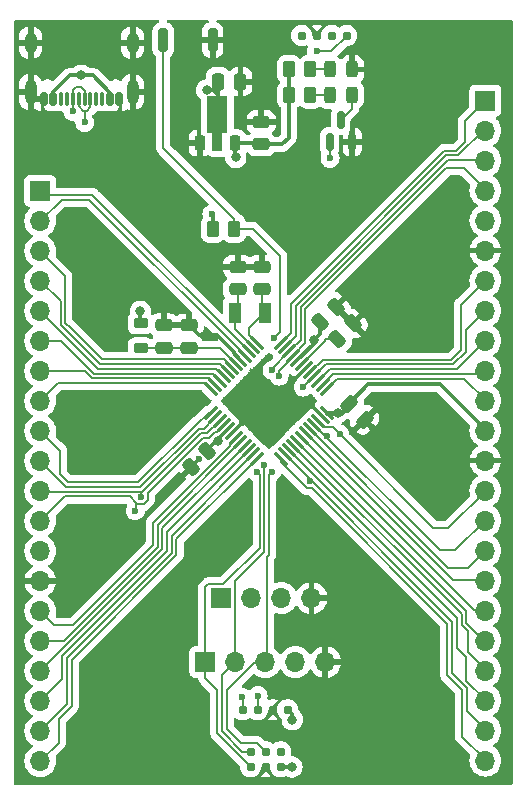
<source format=gbr>
%TF.GenerationSoftware,KiCad,Pcbnew,8.0.7*%
%TF.CreationDate,2025-01-26T21:31:55+01:00*%
%TF.ProjectId,samd21_breakout,73616d64-3231-45f6-9272-65616b6f7574,rev?*%
%TF.SameCoordinates,Original*%
%TF.FileFunction,Copper,L1,Top*%
%TF.FilePolarity,Positive*%
%FSLAX46Y46*%
G04 Gerber Fmt 4.6, Leading zero omitted, Abs format (unit mm)*
G04 Created by KiCad (PCBNEW 8.0.7) date 2025-01-26 21:31:55*
%MOMM*%
%LPD*%
G01*
G04 APERTURE LIST*
G04 Aperture macros list*
%AMRoundRect*
0 Rectangle with rounded corners*
0 $1 Rounding radius*
0 $2 $3 $4 $5 $6 $7 $8 $9 X,Y pos of 4 corners*
0 Add a 4 corners polygon primitive as box body*
4,1,4,$2,$3,$4,$5,$6,$7,$8,$9,$2,$3,0*
0 Add four circle primitives for the rounded corners*
1,1,$1+$1,$2,$3*
1,1,$1+$1,$4,$5*
1,1,$1+$1,$6,$7*
1,1,$1+$1,$8,$9*
0 Add four rect primitives between the rounded corners*
20,1,$1+$1,$2,$3,$4,$5,0*
20,1,$1+$1,$4,$5,$6,$7,0*
20,1,$1+$1,$6,$7,$8,$9,0*
20,1,$1+$1,$8,$9,$2,$3,0*%
%AMFreePoly0*
4,1,9,3.862500,-0.866500,0.737500,-0.866500,0.737500,-0.450000,-0.737500,-0.450000,-0.737500,0.450000,0.737500,0.450000,0.737500,0.866500,3.862500,0.866500,3.862500,-0.866500,3.862500,-0.866500,$1*%
G04 Aperture macros list end*
%TA.AperFunction,ComponentPad*%
%ADD10C,0.787400*%
%TD*%
%TA.AperFunction,TestPad*%
%ADD11C,0.787400*%
%TD*%
%TA.AperFunction,SMDPad,CuDef*%
%ADD12RoundRect,0.150000X0.150000X0.425000X-0.150000X0.425000X-0.150000X-0.425000X0.150000X-0.425000X0*%
%TD*%
%TA.AperFunction,SMDPad,CuDef*%
%ADD13RoundRect,0.075000X0.075000X0.500000X-0.075000X0.500000X-0.075000X-0.500000X0.075000X-0.500000X0*%
%TD*%
%TA.AperFunction,ComponentPad*%
%ADD14O,1.000000X2.100000*%
%TD*%
%TA.AperFunction,ComponentPad*%
%ADD15O,1.000000X1.800000*%
%TD*%
%TA.AperFunction,ComponentPad*%
%ADD16R,1.700000X1.700000*%
%TD*%
%TA.AperFunction,ComponentPad*%
%ADD17O,1.700000X1.700000*%
%TD*%
%TA.AperFunction,SMDPad,CuDef*%
%ADD18RoundRect,0.250000X-0.262500X-0.450000X0.262500X-0.450000X0.262500X0.450000X-0.262500X0.450000X0*%
%TD*%
%TA.AperFunction,SMDPad,CuDef*%
%ADD19RoundRect,0.250000X0.262500X0.450000X-0.262500X0.450000X-0.262500X-0.450000X0.262500X-0.450000X0*%
%TD*%
%TA.AperFunction,SMDPad,CuDef*%
%ADD20RoundRect,0.150000X0.150000X-0.587500X0.150000X0.587500X-0.150000X0.587500X-0.150000X-0.587500X0*%
%TD*%
%TA.AperFunction,SMDPad,CuDef*%
%ADD21RoundRect,0.243750X0.243750X0.456250X-0.243750X0.456250X-0.243750X-0.456250X0.243750X-0.456250X0*%
%TD*%
%TA.AperFunction,SMDPad,CuDef*%
%ADD22RoundRect,0.250000X-0.475000X0.250000X-0.475000X-0.250000X0.475000X-0.250000X0.475000X0.250000X0*%
%TD*%
%TA.AperFunction,SMDPad,CuDef*%
%ADD23RoundRect,0.250000X-0.512652X-0.159099X-0.159099X-0.512652X0.512652X0.159099X0.159099X0.512652X0*%
%TD*%
%TA.AperFunction,SMDPad,CuDef*%
%ADD24RoundRect,0.075000X-0.521491X0.415425X0.415425X-0.521491X0.521491X-0.415425X-0.415425X0.521491X0*%
%TD*%
%TA.AperFunction,SMDPad,CuDef*%
%ADD25RoundRect,0.075000X-0.521491X-0.415425X-0.415425X-0.521491X0.521491X0.415425X0.415425X0.521491X0*%
%TD*%
%TA.AperFunction,SMDPad,CuDef*%
%ADD26RoundRect,0.225000X0.225000X-0.425000X0.225000X0.425000X-0.225000X0.425000X-0.225000X-0.425000X0*%
%TD*%
%TA.AperFunction,SMDPad,CuDef*%
%ADD27FreePoly0,90.000000*%
%TD*%
%TA.AperFunction,SMDPad,CuDef*%
%ADD28RoundRect,0.250000X0.475000X-0.250000X0.475000X0.250000X-0.475000X0.250000X-0.475000X-0.250000X0*%
%TD*%
%TA.AperFunction,SMDPad,CuDef*%
%ADD29RoundRect,0.218750X0.381250X-0.218750X0.381250X0.218750X-0.381250X0.218750X-0.381250X-0.218750X0*%
%TD*%
%TA.AperFunction,SMDPad,CuDef*%
%ADD30RoundRect,0.250000X-0.159099X0.512652X-0.512652X0.159099X0.159099X-0.512652X0.512652X-0.159099X0*%
%TD*%
%TA.AperFunction,SMDPad,CuDef*%
%ADD31RoundRect,0.250000X-0.250000X-0.475000X0.250000X-0.475000X0.250000X0.475000X-0.250000X0.475000X0*%
%TD*%
%TA.AperFunction,SMDPad,CuDef*%
%ADD32RoundRect,0.200000X-0.200000X-0.800000X0.200000X-0.800000X0.200000X0.800000X-0.200000X0.800000X0*%
%TD*%
%TA.AperFunction,SMDPad,CuDef*%
%ADD33R,1.000000X1.800000*%
%TD*%
%TA.AperFunction,SMDPad,CuDef*%
%ADD34RoundRect,0.250000X0.159099X-0.512652X0.512652X-0.159099X-0.159099X0.512652X-0.512652X0.159099X0*%
%TD*%
%TA.AperFunction,ViaPad*%
%ADD35C,0.600000*%
%TD*%
%TA.AperFunction,ViaPad*%
%ADD36C,0.800000*%
%TD*%
%TA.AperFunction,Conductor*%
%ADD37C,0.200000*%
%TD*%
%TA.AperFunction,Conductor*%
%ADD38C,0.300000*%
%TD*%
%TA.AperFunction,Conductor*%
%ADD39C,0.400000*%
%TD*%
G04 APERTURE END LIST*
D10*
%TO.P,J7,1,Pin_1*%
%TO.N,PA31-SWDIO*%
X123310000Y-138230000D03*
%TO.P,J7,2,Pin_2*%
%TO.N,PA30-SWDCLK*%
X123310000Y-136960000D03*
%TO.P,J7,3,Pin_3*%
%TO.N,GND*%
X124580000Y-138230000D03*
%TO.P,J7,4,Pin_4*%
%TO.N,RESET*%
X124580000Y-136960000D03*
%TO.P,J7,5,Pin_5*%
%TO.N,+3.3V*%
X125850000Y-138230000D03*
%TO.P,J7,6*%
%TO.N,N/C*%
X125850000Y-136960000D03*
%TD*%
D11*
%TO.P,J1,1,Pin_1*%
%TO.N,PA11-D0-RXI*%
X122640000Y-133400000D03*
D10*
%TO.P,J1,2,Pin_2*%
%TO.N,PA10-D1-TX0*%
X123910000Y-133400000D03*
%TO.P,J1,3,Pin_3*%
%TO.N,GND*%
X125180000Y-133400000D03*
%TO.P,J1,4,Pin_4*%
%TO.N,+3.3V*%
X126450000Y-133400000D03*
%TD*%
D12*
%TO.P,J3,A1,GND*%
%TO.N,GND*%
X112200000Y-81680000D03*
%TO.P,J3,A4,VBUS*%
%TO.N,+5V*%
X111400000Y-81680000D03*
D13*
%TO.P,J3,A5,CC1*%
%TO.N,unconnected-(J3-CC1-PadA5)*%
X110250000Y-81680000D03*
%TO.P,J3,A6,D+*%
%TO.N,PA25-USBd+*%
X109250000Y-81680000D03*
%TO.P,J3,A7,D-*%
%TO.N,PA24-USBd-*%
X108750000Y-81680000D03*
%TO.P,J3,A8,SBU1*%
%TO.N,unconnected-(J3-SBU1-PadA8)*%
X107750000Y-81680000D03*
D12*
%TO.P,J3,A9,VBUS*%
%TO.N,+5V*%
X106600000Y-81680000D03*
%TO.P,J3,A12,GND*%
%TO.N,GND*%
X105800000Y-81680000D03*
%TO.P,J3,B1,GND*%
X105800000Y-81680000D03*
%TO.P,J3,B4,VBUS*%
%TO.N,+5V*%
X106600000Y-81680000D03*
D13*
%TO.P,J3,B5,CC2*%
%TO.N,unconnected-(J3-CC2-PadB5)*%
X107250000Y-81680000D03*
%TO.P,J3,B6,D+*%
%TO.N,PA25-USBd+*%
X108250000Y-81680000D03*
%TO.P,J3,B7,D-*%
%TO.N,PA24-USBd-*%
X109750000Y-81680000D03*
%TO.P,J3,B8,SBU2*%
%TO.N,unconnected-(J3-SBU2-PadB8)*%
X110750000Y-81680000D03*
D12*
%TO.P,J3,B9,VBUS*%
%TO.N,+5V*%
X111400000Y-81680000D03*
%TO.P,J3,B12,GND*%
%TO.N,GND*%
X112200000Y-81680000D03*
D14*
%TO.P,J3,S1,SHIELD*%
X113320000Y-81105000D03*
D15*
X113320000Y-76925000D03*
D14*
X104680000Y-81105000D03*
D15*
X104680000Y-76925000D03*
%TD*%
D11*
%TO.P,J8,1,Pin_1*%
%TO.N,PA25-USBd+*%
X131450000Y-76325000D03*
D10*
%TO.P,J8,2,Pin_2*%
%TO.N,PA24-USBd-*%
X130180000Y-76325000D03*
%TO.P,J8,3,Pin_3*%
%TO.N,GND*%
X128910000Y-76325000D03*
%TO.P,J8,4,Pin_4*%
%TO.N,+5V*%
X127640000Y-76325000D03*
%TD*%
D16*
%TO.P,J5,1,Pin_1*%
%TO.N,PB03*%
X143190000Y-81830000D03*
D17*
%TO.P,J5,2,Pin_2*%
%TO.N,PB02-A5*%
X143190000Y-84370000D03*
%TO.P,J5,3,Pin_3*%
%TO.N,PA31-SWDIO*%
X143190000Y-86910000D03*
%TO.P,J5,4,Pin_4*%
%TO.N,PA30-SWDCLK*%
X143190000Y-89450000D03*
%TO.P,J5,5,Pin_5*%
%TO.N,+3.3V*%
X143190000Y-91990000D03*
%TO.P,J5,6,Pin_6*%
%TO.N,GND*%
X143190000Y-94530000D03*
%TO.P,J5,7,Pin_7*%
%TO.N,PA28-USB_HOST_EN*%
X143190000Y-97070000D03*
%TO.P,J5,8,Pin_8*%
%TO.N,RESET*%
X143190000Y-99610000D03*
%TO.P,J5,9,Pin_9*%
%TO.N,PA27*%
X143190000Y-102150000D03*
%TO.P,J5,10,Pin_10*%
%TO.N,PB23-RXD*%
X143190000Y-104690000D03*
%TO.P,J5,11,Pin_11*%
%TO.N,PB22-TXD*%
X143190000Y-107230000D03*
%TO.P,J5,12,Pin_12*%
%TO.N,+3.3V*%
X143190000Y-109770000D03*
%TO.P,J5,13,Pin_13*%
%TO.N,GND*%
X143190000Y-112310000D03*
%TO.P,J5,14,Pin_14*%
%TO.N,PA25-USBd+*%
X143190000Y-114850000D03*
%TO.P,J5,15,Pin_15*%
%TO.N,PA24-USBd-*%
X143190000Y-117390000D03*
%TO.P,J5,16,Pin_16*%
%TO.N,PA23-SCL*%
X143190000Y-119930000D03*
%TO.P,J5,17,Pin_17*%
%TO.N,PA22-SDA*%
X143190000Y-122470000D03*
%TO.P,J5,18,Pin_18*%
%TO.N,PA21-D7*%
X143190000Y-125010000D03*
%TO.P,J5,19,Pin_19*%
%TO.N,PA20-D6*%
X143190000Y-127550000D03*
%TO.P,J5,20,Pin_20*%
%TO.N,PA19-D12-MISO*%
X143190000Y-130090000D03*
%TO.P,J5,21,Pin_21*%
%TO.N,PA18-D10-SS*%
X143190000Y-132630000D03*
%TO.P,J5,22,Pin_22*%
%TO.N,PA17-D13-SCK*%
X143190000Y-135170000D03*
%TO.P,J5,23,Pin_23*%
%TO.N,PA16-D11-MOSI*%
X143190000Y-137710000D03*
%TD*%
D18*
%TO.P,R1,1*%
%TO.N,+3.3V*%
X120100000Y-92680000D03*
%TO.P,R1,2*%
%TO.N,RESET*%
X121925000Y-92680000D03*
%TD*%
D19*
%TO.P,R3,1*%
%TO.N,Net-(D2-A)*%
X128375000Y-81350000D03*
%TO.P,R3,2*%
%TO.N,+3.3V*%
X126550000Y-81350000D03*
%TD*%
D20*
%TO.P,Q1,1,G*%
%TO.N,PA17-D13-SCK*%
X130000000Y-85337500D03*
%TO.P,Q1,2,S*%
%TO.N,GND*%
X131900000Y-85337500D03*
%TO.P,Q1,3,D*%
%TO.N,Net-(D2-K)*%
X130950000Y-83462500D03*
%TD*%
D21*
%TO.P,D2,1,K*%
%TO.N,Net-(D2-K)*%
X131900000Y-81350000D03*
%TO.P,D2,2,A*%
%TO.N,Net-(D2-A)*%
X130025000Y-81350000D03*
%TD*%
D19*
%TO.P,R2,1*%
%TO.N,Net-(D1-A)*%
X128375000Y-79200000D03*
%TO.P,R2,2*%
%TO.N,+3.3V*%
X126550000Y-79200000D03*
%TD*%
D21*
%TO.P,D1,1,K*%
%TO.N,GND*%
X131900000Y-79200000D03*
%TO.P,D1,2,A*%
%TO.N,Net-(D1-A)*%
X130025000Y-79200000D03*
%TD*%
D22*
%TO.P,C4,2*%
%TO.N,Net-(U2-PA01)*%
X122225000Y-97799998D03*
%TO.P,C4,1*%
%TO.N,GND*%
X122225000Y-95900000D03*
%TD*%
D23*
%TO.P,C7,1*%
%TO.N,+3.3V*%
X131608249Y-107508249D03*
%TO.P,C7,2*%
%TO.N,GND*%
X132951751Y-108851751D03*
%TD*%
D24*
%TO.P,U2,1,PA00*%
%TO.N,Net-(U2-PA00)*%
X123863336Y-102362124D03*
%TO.P,U2,2,PA01*%
%TO.N,Net-(U2-PA01)*%
X123509782Y-102715678D03*
%TO.P,U2,3,PA02*%
%TO.N,PA02*%
X123156229Y-103069231D03*
%TO.P,U2,4,PA03*%
%TO.N,PA03-AREF*%
X122802675Y-103422785D03*
%TO.P,U2,5,GNDANA*%
%TO.N,GND*%
X122449122Y-103776338D03*
%TO.P,U2,6,VDDANA*%
%TO.N,Net-(U2-VDDANA)*%
X122095569Y-104129891D03*
%TO.P,U2,7,PB08*%
%TO.N,PB08-A1*%
X121742015Y-104483445D03*
%TO.P,U2,8,PB09*%
%TO.N,PB09-A2*%
X121388462Y-104836998D03*
%TO.P,U2,9,PA04*%
%TO.N,PA04-A3*%
X121034909Y-105190551D03*
%TO.P,U2,10,PA05*%
%TO.N,PA05-A4*%
X120681355Y-105544105D03*
%TO.P,U2,11,PA06*%
%TO.N,PA06-D8*%
X120327802Y-105897658D03*
%TO.P,U2,12,PA07*%
%TO.N,PA07-D9*%
X119974248Y-106251212D03*
D25*
%TO.P,U2,13,PA08*%
%TO.N,PA08-D4*%
X119974248Y-108248788D03*
%TO.P,U2,14,PA09*%
%TO.N,PA09-D3*%
X120327802Y-108602342D03*
%TO.P,U2,15,PA10*%
%TO.N,PA10-D1-TX0*%
X120681355Y-108955895D03*
%TO.P,U2,16,PA11*%
%TO.N,PA11-D0-RXI*%
X121034909Y-109309449D03*
%TO.P,U2,17,VDDIO*%
%TO.N,+3.3V*%
X121388462Y-109663002D03*
%TO.P,U2,18,GND*%
%TO.N,GND*%
X121742015Y-110016555D03*
%TO.P,U2,19,PB10*%
%TO.N,PB10-SPI_MOSI*%
X122095569Y-110370109D03*
%TO.P,U2,20,PB11*%
%TO.N,PB11-SPI_SCK*%
X122449122Y-110723662D03*
%TO.P,U2,21,PA12*%
%TO.N,PA12-SPI_MISO*%
X122802675Y-111077215D03*
%TO.P,U2,22,PA13*%
%TO.N,PA13-DGI_GPIO*%
X123156229Y-111430769D03*
%TO.P,U2,23,PA14*%
%TO.N,PA14-D2*%
X123509782Y-111784322D03*
%TO.P,U2,24,PA15*%
%TO.N,PA15-D5*%
X123863336Y-112137876D03*
D24*
%TO.P,U2,25,PA16*%
%TO.N,PA16-D11-MOSI*%
X125860912Y-112137876D03*
%TO.P,U2,26,PA17*%
%TO.N,PA17-D13-SCK*%
X126214466Y-111784322D03*
%TO.P,U2,27,PA18*%
%TO.N,PA18-D10-SS*%
X126568019Y-111430769D03*
%TO.P,U2,28,PA19*%
%TO.N,PA19-D12-MISO*%
X126921573Y-111077215D03*
%TO.P,U2,29,PA20*%
%TO.N,PA20-D6*%
X127275126Y-110723662D03*
%TO.P,U2,30,PA21*%
%TO.N,PA21-D7*%
X127628679Y-110370109D03*
%TO.P,U2,31,PA22*%
%TO.N,PA22-SDA*%
X127982233Y-110016555D03*
%TO.P,U2,32,PA23*%
%TO.N,PA23-SCL*%
X128335786Y-109663002D03*
%TO.P,U2,33,PA24*%
%TO.N,PA24-USBd-*%
X128689339Y-109309449D03*
%TO.P,U2,34,PA25*%
%TO.N,PA25-USBd+*%
X129042893Y-108955895D03*
%TO.P,U2,35,GND*%
%TO.N,GND*%
X129396446Y-108602342D03*
%TO.P,U2,36,VDDIO*%
%TO.N,+3.3V*%
X129750000Y-108248788D03*
D25*
%TO.P,U2,37,PB22*%
%TO.N,PB22-TXD*%
X129750000Y-106251212D03*
%TO.P,U2,38,PB23*%
%TO.N,PB23-RXD*%
X129396446Y-105897658D03*
%TO.P,U2,39,PA27*%
%TO.N,PA27*%
X129042893Y-105544105D03*
%TO.P,U2,40,~{RESET}*%
%TO.N,RESET*%
X128689339Y-105190551D03*
%TO.P,U2,41,PA28*%
%TO.N,PA28-USB_HOST_EN*%
X128335786Y-104836998D03*
%TO.P,U2,42,GND*%
%TO.N,GND*%
X127982233Y-104483445D03*
%TO.P,U2,43,VDDCORE*%
%TO.N,Net-(U2-VDDCORE)*%
X127628679Y-104129891D03*
%TO.P,U2,44,VDDIN*%
%TO.N,+3.3V*%
X127275126Y-103776338D03*
%TO.P,U2,45,PA30*%
%TO.N,PA30-SWDCLK*%
X126921573Y-103422785D03*
%TO.P,U2,46,PA31*%
%TO.N,PA31-SWDIO*%
X126568019Y-103069231D03*
%TO.P,U2,47,PB02*%
%TO.N,PB02-A5*%
X126214466Y-102715678D03*
%TO.P,U2,48,PB03*%
%TO.N,PB03*%
X125860912Y-102362124D03*
%TD*%
D26*
%TO.P,U1,1,GND*%
%TO.N,GND*%
X119000000Y-85425000D03*
D27*
%TO.P,U1,2,VIN*%
%TO.N,+5V*%
X120500000Y-85337500D03*
D26*
%TO.P,U1,3,VOUT*%
%TO.N,+3.3V*%
X122000000Y-85425000D03*
%TD*%
D28*
%TO.P,C9,2*%
%TO.N,GND*%
X118100000Y-100870001D03*
%TO.P,C9,1*%
%TO.N,Net-(U2-VDDANA)*%
X118100000Y-102769999D03*
%TD*%
D22*
%TO.P,C2,1*%
%TO.N,GND*%
X124200000Y-83650000D03*
%TO.P,C2,2*%
%TO.N,+3.3V*%
X124200000Y-85550000D03*
%TD*%
D17*
%TO.P,J2,5,Pin_5*%
%TO.N,GND*%
X129640000Y-129350000D03*
%TO.P,J2,4,Pin_4*%
%TO.N,+3.3V*%
X127100000Y-129350000D03*
%TO.P,J2,3,Pin_3*%
%TO.N,RESET*%
X124560000Y-129350000D03*
%TO.P,J2,2,Pin_2*%
%TO.N,PA30-SWDCLK*%
X122020000Y-129350000D03*
D16*
%TO.P,J2,1,Pin_1*%
%TO.N,PA31-SWDIO*%
X119480000Y-129350000D03*
%TD*%
D29*
%TO.P,L1,2,2*%
%TO.N,+3.3V*%
X113990000Y-100687500D03*
%TO.P,L1,1,1*%
%TO.N,Net-(U2-VDDANA)*%
X113990000Y-102812500D03*
%TD*%
D16*
%TO.P,J6,1,Pin_1*%
%TO.N,PA11-D0-RXI*%
X120840000Y-123950000D03*
D17*
%TO.P,J6,2,Pin_2*%
%TO.N,PA10-D1-TX0*%
X123380000Y-123950000D03*
%TO.P,J6,3,Pin_3*%
%TO.N,+3.3V*%
X125920000Y-123950000D03*
%TO.P,J6,4,Pin_4*%
%TO.N,GND*%
X128460000Y-123950000D03*
%TD*%
D30*
%TO.P,C6,2*%
%TO.N,+3.3V*%
X129178249Y-100621751D03*
%TO.P,C6,1*%
%TO.N,GND*%
X130521751Y-99278249D03*
%TD*%
D31*
%TO.P,C1,1*%
%TO.N,+5V*%
X120550000Y-80225000D03*
%TO.P,C1,2*%
%TO.N,GND*%
X122450000Y-80225000D03*
%TD*%
D32*
%TO.P,SW1,1,1*%
%TO.N,RESET*%
X115895000Y-76715000D03*
%TO.P,SW1,2,2*%
%TO.N,GND*%
X120095000Y-76715000D03*
%TD*%
D22*
%TO.P,C3,2*%
%TO.N,Net-(U2-PA00)*%
X124275000Y-97799999D03*
%TO.P,C3,1*%
%TO.N,GND*%
X124275000Y-95900001D03*
%TD*%
D28*
%TO.P,C10,2*%
%TO.N,GND*%
X115960000Y-100850001D03*
%TO.P,C10,1*%
%TO.N,Net-(U2-VDDANA)*%
X115960000Y-102749999D03*
%TD*%
D33*
%TO.P,Y1,2,2*%
%TO.N,Net-(U2-PA01)*%
X122000001Y-99800000D03*
%TO.P,Y1,1,1*%
%TO.N,Net-(U2-PA00)*%
X124499999Y-99800000D03*
%TD*%
D34*
%TO.P,C5,2*%
%TO.N,GND*%
X131971751Y-100703249D03*
%TO.P,C5,1*%
%TO.N,Net-(U2-VDDCORE)*%
X130628249Y-102046751D03*
%TD*%
D30*
%TO.P,C8,1*%
%TO.N,+3.3V*%
X119621751Y-111478249D03*
%TO.P,C8,2*%
%TO.N,GND*%
X118278249Y-112821751D03*
%TD*%
D16*
%TO.P,J4,1,Pin_1*%
%TO.N,PA02*%
X105500000Y-89490000D03*
D17*
%TO.P,J4,2,Pin_2*%
%TO.N,PA03-AREF*%
X105500000Y-92030000D03*
%TO.P,J4,3,Pin_3*%
%TO.N,PB08-A1*%
X105500000Y-94570000D03*
%TO.P,J4,4,Pin_4*%
%TO.N,PB09-A2*%
X105500000Y-97110000D03*
%TO.P,J4,5,Pin_5*%
%TO.N,PA04-A3*%
X105500000Y-99650000D03*
%TO.P,J4,6,Pin_6*%
%TO.N,PA05-A4*%
X105500000Y-102190000D03*
%TO.P,J4,7,Pin_7*%
%TO.N,PA06-D8*%
X105500000Y-104730000D03*
%TO.P,J4,8,Pin_8*%
%TO.N,PA07-D9*%
X105500000Y-107270000D03*
%TO.P,J4,9,Pin_9*%
%TO.N,PA08-D4*%
X105500000Y-109810000D03*
%TO.P,J4,10,Pin_10*%
%TO.N,PA09-D3*%
X105500000Y-112350000D03*
%TO.P,J4,11,Pin_11*%
%TO.N,PA10-D1-TX0*%
X105500000Y-114890000D03*
%TO.P,J4,12,Pin_12*%
%TO.N,PA11-D0-RXI*%
X105500000Y-117430000D03*
%TO.P,J4,13,Pin_13*%
%TO.N,+3.3V*%
X105500000Y-119970000D03*
%TO.P,J4,14,Pin_14*%
%TO.N,GND*%
X105500000Y-122510000D03*
%TO.P,J4,15,Pin_15*%
%TO.N,PB10-SPI_MOSI*%
X105500000Y-125050000D03*
%TO.P,J4,16,Pin_16*%
%TO.N,PB11-SPI_SCK*%
X105500000Y-127590000D03*
%TO.P,J4,17,Pin_17*%
%TO.N,PA12-SPI_MISO*%
X105500000Y-130130000D03*
%TO.P,J4,18,Pin_18*%
%TO.N,PA13-DGI_GPIO*%
X105500000Y-132670000D03*
%TO.P,J4,19,Pin_19*%
%TO.N,PA14-D2*%
X105500000Y-135210000D03*
%TO.P,J4,20,Pin_20*%
%TO.N,PA15-D5*%
X105500000Y-137750000D03*
%TD*%
D35*
%TO.N,GND*%
X133890000Y-107950000D03*
X133550000Y-109460000D03*
X118090000Y-99870000D03*
X119400000Y-101700000D03*
%TO.N,RESET*%
X125080000Y-113248831D03*
%TO.N,PA30-SWDCLK*%
X125729553Y-105168120D03*
X124480000Y-112690000D03*
%TO.N,PA31-SWDIO*%
X125120000Y-104650000D03*
X123850000Y-113290000D03*
%TO.N,PA11-D0-RXI*%
X113545497Y-116560679D03*
%TO.N,PA10-D1-TX0*%
X114005735Y-115395735D03*
%TO.N,PA11-D0-RXI*%
X122610000Y-132360000D03*
%TO.N,PA10-D1-TX0*%
X123940000Y-132210000D03*
D36*
%TO.N,+3.3V*%
X126800000Y-138250000D03*
X126830000Y-134240000D03*
D35*
%TO.N,GND*%
X113840000Y-109710000D03*
X110170000Y-109710000D03*
%TO.N,PA24-USBd-*%
X109270000Y-83680000D03*
X129785657Y-110264343D03*
%TO.N,PA25-USBd+*%
X130834265Y-110064265D03*
%TO.N,PA17-D13-SCK*%
X128350000Y-114061278D03*
X130030000Y-86730000D03*
D36*
%TO.N,+3.3V*%
X130690000Y-108248788D03*
X128650000Y-102118621D03*
X120536443Y-110656443D03*
D35*
%TO.N,RESET*%
X125305000Y-101945000D03*
X127770000Y-106100000D03*
%TO.N,+3.3V*%
X120020000Y-91450000D03*
%TO.N,GND*%
X125470000Y-83610000D03*
X123020000Y-83660000D03*
X123620000Y-80230000D03*
X122410000Y-81680000D03*
X124230000Y-82350000D03*
D36*
%TO.N,+3.3V*%
X113970000Y-99670000D03*
%TO.N,+5V*%
X119575000Y-80950000D03*
X108975000Y-79700000D03*
%TO.N,+3.3V*%
X122050000Y-86650000D03*
D35*
%TO.N,GND*%
X117525000Y-113600000D03*
X118900000Y-112175000D03*
X122600000Y-109125000D03*
X126920000Y-105380000D03*
X128500000Y-107700000D03*
%TO.N,PA25-USBd+*%
X108260000Y-82750000D03*
X128890000Y-77630000D03*
%TD*%
D37*
%TO.N,RESET*%
X124560000Y-129350000D02*
X124690000Y-129220000D01*
X124690000Y-129220000D02*
X124690000Y-120460000D01*
X124690000Y-120460000D02*
X124880000Y-120270000D01*
X124880000Y-113448831D02*
X125080000Y-113248831D01*
X124880000Y-120270000D02*
X124880000Y-113448831D01*
%TO.N,PA31-SWDIO*%
X119480000Y-129350000D02*
X119480000Y-123010000D01*
X120980000Y-122800000D02*
X124080000Y-119700000D01*
X119480000Y-123010000D02*
X119690000Y-122800000D01*
X119690000Y-122800000D02*
X120980000Y-122800000D01*
X124080000Y-119700000D02*
X124080000Y-113520000D01*
X124080000Y-113520000D02*
X123850000Y-113290000D01*
D38*
%TO.N,+5V*%
X108975000Y-79700000D02*
X108040305Y-79700000D01*
X108040305Y-79700000D02*
X106600000Y-81140305D01*
X106600000Y-81140305D02*
X106600000Y-81680000D01*
X108975000Y-79700000D02*
X109948120Y-79700000D01*
X109948120Y-79700000D02*
X111400000Y-81151880D01*
X111400000Y-81151880D02*
X111400000Y-81680000D01*
D37*
%TO.N,PA24-USBd-*%
X109110000Y-82680000D02*
X109280000Y-82680000D01*
X109280000Y-82680000D02*
X109457410Y-82680000D01*
X109270000Y-83680000D02*
X109270000Y-82690000D01*
X109270000Y-82690000D02*
X109280000Y-82680000D01*
%TO.N,PA25-USBd+*%
X108260000Y-82750000D02*
X108260000Y-81690000D01*
X108260000Y-81690000D02*
X108250000Y-81680000D01*
%TO.N,PA24-USBd-*%
X108750000Y-82320000D02*
X109110000Y-82680000D01*
X108750000Y-81680000D02*
X108750000Y-82320000D01*
X109457410Y-82680000D02*
X109750000Y-82387410D01*
X109750000Y-82387410D02*
X109750000Y-81680000D01*
%TO.N,PA25-USBd+*%
X108250000Y-81680000D02*
X108250000Y-80950000D01*
X108250000Y-80950000D02*
X108490000Y-80710000D01*
X108490000Y-80710000D02*
X108950000Y-80710000D01*
X108950000Y-80710000D02*
X109250000Y-81010000D01*
X109250000Y-81010000D02*
X109250000Y-81680000D01*
%TO.N,PA15-D5*%
X123863336Y-112137876D02*
X117025000Y-118976212D01*
X117025000Y-118976212D02*
X117025000Y-120302058D01*
X117025000Y-120302058D02*
X108150000Y-129177058D01*
X108150000Y-129177058D02*
X108150000Y-133125686D01*
X107050000Y-136200000D02*
X105500000Y-137750000D01*
X108150000Y-133125686D02*
X107050000Y-134225686D01*
X107050000Y-134225686D02*
X107050000Y-136200000D01*
%TO.N,PA16-D11-MOSI*%
X125860912Y-112137876D02*
X125860912Y-112420719D01*
X139975000Y-126110542D02*
X139975000Y-130501372D01*
X141200000Y-135675000D02*
X143200000Y-137675000D01*
X125860912Y-112420719D02*
X128101471Y-114661278D01*
X128101471Y-114661278D02*
X128525736Y-114661278D01*
X128525736Y-114661278D02*
X139975000Y-126110542D01*
X139975000Y-130501372D02*
X141200000Y-131726372D01*
X141200000Y-131726372D02*
X141200000Y-135675000D01*
%TO.N,PA11-D0-RXI*%
X121034909Y-109309449D02*
X120469358Y-109875000D01*
X119239731Y-110410699D02*
X114605735Y-115044695D01*
X120469358Y-109875000D02*
X120327936Y-109875000D01*
X119792237Y-110410699D02*
X119239731Y-110410699D01*
X114605735Y-115044695D02*
X114605735Y-115644265D01*
X120327936Y-109875000D02*
X119792237Y-110410699D01*
X114605735Y-115644265D02*
X114254265Y-115995735D01*
X114254265Y-115995735D02*
X113757206Y-115995735D01*
X113757206Y-115995735D02*
X113630736Y-115869264D01*
%TO.N,PA30-SWDCLK*%
X125729553Y-105168120D02*
X125729553Y-104728976D01*
X125729553Y-104728976D02*
X126380000Y-104078529D01*
X126380000Y-104078529D02*
X126380000Y-103964358D01*
X126380000Y-103964358D02*
X126921573Y-103422785D01*
%TO.N,PA31-SWDIO*%
X125120000Y-104650000D02*
X125120000Y-104517250D01*
X125120000Y-104517250D02*
X126568019Y-103069231D01*
D38*
%TO.N,GND*%
X119400000Y-101700000D02*
X118929999Y-101700000D01*
D37*
%TO.N,PA30-SWDCLK*%
X122020000Y-129350000D02*
X122020000Y-122535686D01*
X122020000Y-122535686D02*
X124480000Y-120075686D01*
X124480000Y-120075686D02*
X124480000Y-112690000D01*
D38*
%TO.N,GND*%
X126920000Y-105380000D02*
X127085678Y-105380000D01*
X127085678Y-105380000D02*
X127982233Y-104483445D01*
D37*
%TO.N,RESET*%
X124560000Y-129350000D02*
X123720000Y-129350000D01*
X123720000Y-129350000D02*
X121300000Y-131770000D01*
X121300000Y-131770000D02*
X121300000Y-135070000D01*
X121300000Y-135070000D02*
X122496300Y-136266300D01*
X122496300Y-136266300D02*
X123886300Y-136266300D01*
X123886300Y-136266300D02*
X124580000Y-136960000D01*
%TO.N,PA31-SWDIO*%
X119480000Y-129350000D02*
X119480000Y-130730000D01*
X119480000Y-130730000D02*
X120500000Y-131750000D01*
X120500000Y-131750000D02*
X120500000Y-135420000D01*
X120500000Y-135420000D02*
X123310000Y-138230000D01*
%TO.N,PA11-D0-RXI*%
X113630736Y-115869264D02*
X113111471Y-115350000D01*
X113545497Y-116560679D02*
X113630736Y-116475440D01*
X113630736Y-116475440D02*
X113630736Y-115869264D01*
X113111471Y-115350000D02*
X107580000Y-115350000D01*
X107580000Y-115350000D02*
X105500000Y-117430000D01*
%TO.N,PA10-D1-TX0*%
X114005735Y-115395735D02*
X114005735Y-115079009D01*
X114005735Y-115079009D02*
X114134744Y-114950000D01*
%TO.N,PA11-D0-RXI*%
X122640000Y-132390000D02*
X122610000Y-132360000D01*
X122640000Y-133400000D02*
X122640000Y-132390000D01*
%TO.N,PA10-D1-TX0*%
X123910000Y-132240000D02*
X123940000Y-132210000D01*
X123910000Y-133400000D02*
X123910000Y-132240000D01*
D38*
%TO.N,+3.3V*%
X125870000Y-138250000D02*
X125850000Y-138230000D01*
X126800000Y-138250000D02*
X125870000Y-138250000D01*
X126830000Y-134240000D02*
X126830000Y-133780000D01*
X126830000Y-133780000D02*
X126450000Y-133400000D01*
D37*
%TO.N,PA30-SWDCLK*%
X122020000Y-129350000D02*
X120900000Y-130470000D01*
X120900000Y-130470000D02*
X120900000Y-135240000D01*
X120900000Y-135240000D02*
X122620000Y-136960000D01*
X122620000Y-136960000D02*
X123310000Y-136960000D01*
D38*
%TO.N,+3.3V*%
X131608249Y-107508249D02*
X133256498Y-105860000D01*
X133256498Y-105860000D02*
X139325000Y-105860000D01*
X139325000Y-105860000D02*
X143200000Y-109735000D01*
D37*
%TO.N,PA25-USBd+*%
X140050000Y-118000000D02*
X143200000Y-114850000D01*
X138770000Y-118000000D02*
X140050000Y-118000000D01*
X130834265Y-110064265D02*
X138770000Y-118000000D01*
X129587301Y-109500303D02*
X129042893Y-108955895D01*
X130270303Y-109500303D02*
X129587301Y-109500303D01*
X130834265Y-110064265D02*
X130270303Y-109500303D01*
%TO.N,PA17-D13-SCK*%
X130000000Y-85337500D02*
X130000000Y-86700000D01*
X130000000Y-86700000D02*
X130030000Y-86730000D01*
D38*
%TO.N,GND*%
X122449122Y-103776338D02*
X121861393Y-103188607D01*
X121861393Y-103090936D02*
X121860936Y-103090936D01*
X121860936Y-103090936D02*
X120470000Y-101700000D01*
X118929999Y-101700000D02*
X118100000Y-100870001D01*
X121861393Y-103188607D02*
X121861393Y-103090936D01*
X120470000Y-101700000D02*
X119400000Y-101700000D01*
D37*
%TO.N,PA02*%
X123156229Y-103069231D02*
X109906998Y-89820000D01*
X109906998Y-89820000D02*
X105830000Y-89820000D01*
%TO.N,PA03-AREF*%
X107310000Y-90220000D02*
X105500000Y-92030000D01*
X122802675Y-103392675D02*
X109630000Y-90220000D01*
X109630000Y-90220000D02*
X107310000Y-90220000D01*
%TO.N,Net-(U2-VDDANA)*%
X122095569Y-104129891D02*
X120735677Y-102769999D01*
X120735677Y-102769999D02*
X118100000Y-102769999D01*
X114150000Y-102779999D02*
X118885677Y-102779999D01*
D38*
%TO.N,+3.3V*%
X113970000Y-99670000D02*
X113970000Y-100667500D01*
D39*
X130690000Y-108248788D02*
X130951212Y-108248788D01*
X130951212Y-108248788D02*
X131500000Y-107700000D01*
X129750000Y-108248788D02*
X130690000Y-108248788D01*
D38*
X128650000Y-102118621D02*
X128650000Y-102401464D01*
X128650000Y-102401464D02*
X127275126Y-103776338D01*
X129178249Y-100621751D02*
X129178249Y-101590372D01*
X129178249Y-101590372D02*
X128650000Y-102118621D01*
D37*
%TO.N,RESET*%
X125305000Y-101945000D02*
X125820000Y-101430000D01*
X125820000Y-101430000D02*
X125820000Y-95030000D01*
X125820000Y-95030000D02*
X123470000Y-92680000D01*
X123470000Y-92680000D02*
X121925000Y-92680000D01*
X128679449Y-105190551D02*
X127770000Y-106100000D01*
X121925000Y-91875000D02*
X121925000Y-92680000D01*
X115907500Y-76727500D02*
X115907500Y-85857500D01*
X115907500Y-85857500D02*
X121925000Y-91875000D01*
D38*
%TO.N,+3.3V*%
X120100000Y-92680000D02*
X120100000Y-91530000D01*
X120100000Y-91530000D02*
X120020000Y-91450000D01*
X124200000Y-85550000D02*
X125960000Y-85550000D01*
X125960000Y-85550000D02*
X126550000Y-84960000D01*
X126550000Y-84960000D02*
X126550000Y-81350000D01*
D37*
%TO.N,Net-(U2-PA00)*%
X124275000Y-97799999D02*
X124275000Y-99575001D01*
%TO.N,Net-(U2-PA01)*%
X122225000Y-97799998D02*
X122225000Y-99575001D01*
%TO.N,Net-(U2-PA00)*%
X124440000Y-99800000D02*
X123160000Y-101080000D01*
X123160000Y-101080000D02*
X123160000Y-101640000D01*
X123160000Y-101640000D02*
X123863336Y-102343336D01*
%TO.N,Net-(U2-PA01)*%
X122000001Y-99800000D02*
X122000001Y-101205897D01*
X122000001Y-101205897D02*
X123509782Y-102715678D01*
%TO.N,PB09-A2*%
X121388462Y-104836998D02*
X120704715Y-104153251D01*
X107670000Y-101265686D02*
X107670000Y-101254314D01*
X107670000Y-101254314D02*
X107220000Y-100804314D01*
X120704715Y-104153251D02*
X110557565Y-104153251D01*
X107220000Y-100804314D02*
X107220000Y-98830000D01*
X110557565Y-104153251D02*
X107670000Y-101265686D01*
X107220000Y-98830000D02*
X105500000Y-97110000D01*
%TO.N,PB08-A1*%
X121742015Y-104483445D02*
X121011821Y-103753251D01*
X121011821Y-103753251D02*
X110723251Y-103753251D01*
X110723251Y-103753251D02*
X108070000Y-101100000D01*
X108070000Y-101100000D02*
X108070000Y-101088628D01*
X108070000Y-101088628D02*
X107620000Y-100638628D01*
X107620000Y-100638628D02*
X107620000Y-96690000D01*
X107620000Y-96690000D02*
X105500000Y-94570000D01*
%TO.N,PA06-D8*%
X120327802Y-105897658D02*
X119783395Y-105353251D01*
X119783395Y-105353251D02*
X109847565Y-105353251D01*
X109847565Y-105353251D02*
X109244314Y-104750000D01*
X109244314Y-104750000D02*
X105520000Y-104750000D01*
%TO.N,PA05-A4*%
X120681355Y-105544105D02*
X120090501Y-104953251D01*
X120090501Y-104953251D02*
X110013251Y-104953251D01*
X110013251Y-104953251D02*
X107250000Y-102190000D01*
X107250000Y-102190000D02*
X105500000Y-102190000D01*
%TO.N,PA04-A3*%
X121034909Y-105190551D02*
X120397609Y-104553251D01*
X120397609Y-104553251D02*
X110391879Y-104553251D01*
X110391879Y-104553251D02*
X105500000Y-99661372D01*
%TO.N,PA07-D9*%
X119974248Y-106251212D02*
X119476287Y-105753251D01*
X119476287Y-105753251D02*
X107016749Y-105753251D01*
X107016749Y-105753251D02*
X105500000Y-107270000D01*
%TO.N,Net-(D2-K)*%
X131900000Y-81350000D02*
X131900000Y-82512500D01*
X131900000Y-82512500D02*
X130950000Y-83462500D01*
%TO.N,Net-(D2-A)*%
X128375000Y-81350000D02*
X130025000Y-81350000D01*
D38*
%TO.N,+3.3V*%
X126550000Y-79200000D02*
X126550000Y-81350000D01*
D37*
%TO.N,Net-(D1-A)*%
X128412500Y-79175000D02*
X130150000Y-79175000D01*
D38*
%TO.N,+3.3V*%
X122000000Y-85425000D02*
X124075000Y-85425000D01*
%TO.N,+5V*%
X120550000Y-80225000D02*
X120550000Y-81325000D01*
X120550000Y-81325000D02*
X120550000Y-85287500D01*
X119575000Y-80950000D02*
X120175000Y-80950000D01*
X120175000Y-80950000D02*
X120550000Y-81325000D01*
%TO.N,+3.3V*%
X122000000Y-86675000D02*
X122025000Y-86650000D01*
X122025000Y-86650000D02*
X122050000Y-86650000D01*
X122000000Y-85425000D02*
X122000000Y-86675000D01*
D37*
%TO.N,PB03*%
X125860912Y-102362124D02*
X126750000Y-101473036D01*
X126750000Y-101473036D02*
X126750000Y-99017234D01*
X126750000Y-99017234D02*
X139692234Y-86075000D01*
X139692234Y-86075000D02*
X140734314Y-86075000D01*
X140734314Y-86075000D02*
X141475000Y-85334314D01*
X141475000Y-85334314D02*
X141475000Y-83520000D01*
X141475000Y-83520000D02*
X143200000Y-81795000D01*
%TO.N,PB02-A5*%
X126214466Y-102715678D02*
X127150000Y-101780144D01*
X127150000Y-101780144D02*
X127150000Y-99182919D01*
X127150000Y-99182919D02*
X127384315Y-98948605D01*
X127384315Y-98948605D02*
X139857919Y-86475000D01*
X139857919Y-86475000D02*
X140900000Y-86475000D01*
X140900000Y-86475000D02*
X143040000Y-84335000D01*
%TO.N,PA30-SWDCLK*%
X126921573Y-103422785D02*
X127950000Y-102394358D01*
X127950000Y-102394358D02*
X127950000Y-99514291D01*
X141360000Y-87575000D02*
X143200000Y-89415000D01*
X127950000Y-99514291D02*
X139889291Y-87575000D01*
X139889291Y-87575000D02*
X141360000Y-87575000D01*
%TO.N,PA31-SWDIO*%
X126568019Y-103069231D02*
X127550000Y-102087250D01*
X127550000Y-102087250D02*
X127550000Y-99348605D01*
X127550000Y-99348605D02*
X140023605Y-86875000D01*
X140023605Y-86875000D02*
X143200000Y-86875000D01*
%TO.N,PA27*%
X129042893Y-105544105D02*
X130011998Y-104575000D01*
X130011998Y-104575000D02*
X140740000Y-104575000D01*
X140740000Y-104575000D02*
X143200000Y-102115000D01*
%TO.N,PB23-RXD*%
X129396446Y-105897658D02*
X130319104Y-104975000D01*
X130319104Y-104975000D02*
X142880000Y-104975000D01*
%TO.N,PB22-TXD*%
X129750000Y-106251212D02*
X130626212Y-105375000D01*
X130626212Y-105375000D02*
X141380000Y-105375000D01*
X141380000Y-105375000D02*
X143200000Y-107195000D01*
%TO.N,PA24-USBd-*%
X128689339Y-109309449D02*
X139304890Y-119925000D01*
X139304890Y-119925000D02*
X140630000Y-119925000D01*
X140630000Y-119925000D02*
X143200000Y-117355000D01*
%TO.N,PA23-SCL*%
X128335786Y-109663002D02*
X140047784Y-121375000D01*
X140047784Y-121375000D02*
X141720000Y-121375000D01*
X141720000Y-121375000D02*
X143200000Y-119895000D01*
%TO.N,PA17-D13-SCK*%
X126214466Y-111784322D02*
X140375000Y-125944856D01*
X140375000Y-125944856D02*
X140375000Y-130335686D01*
X140375000Y-130335686D02*
X141600000Y-131560686D01*
X141600000Y-131560686D02*
X141600000Y-133535000D01*
X141600000Y-133535000D02*
X143200000Y-135135000D01*
%TO.N,PA18-D10-SS*%
X126568019Y-111430769D02*
X140775000Y-125637750D01*
X141550000Y-128970686D02*
X141550000Y-130945000D01*
X140775000Y-125637750D02*
X140775000Y-128195686D01*
X140775000Y-128195686D02*
X141550000Y-128970686D01*
X141550000Y-130945000D02*
X143200000Y-132595000D01*
%TO.N,PA19-D12-MISO*%
X126921573Y-111077215D02*
X141175000Y-125330642D01*
X141175000Y-125330642D02*
X141175000Y-126240686D01*
X141175000Y-126240686D02*
X141700000Y-126765686D01*
X141700000Y-126765686D02*
X141700000Y-128555000D01*
X141700000Y-128555000D02*
X143200000Y-130055000D01*
%TO.N,PA20-D6*%
X127275126Y-110723662D02*
X141575000Y-125023536D01*
X141575000Y-125023536D02*
X141575000Y-126075000D01*
X141575000Y-126075000D02*
X143015000Y-127515000D01*
%TO.N,PA22-SDA*%
X127982233Y-110016555D02*
X140400678Y-122435000D01*
X140400678Y-122435000D02*
X143200000Y-122435000D01*
%TO.N,PA21-D7*%
X127628679Y-110370109D02*
X142233570Y-124975000D01*
X142233570Y-124975000D02*
X143200000Y-124975000D01*
%TO.N,PA14-D2*%
X123509782Y-111784322D02*
X116625000Y-118669104D01*
X116625000Y-118669104D02*
X116625000Y-120136372D01*
X116625000Y-120136372D02*
X107750000Y-129011372D01*
X107750000Y-129011372D02*
X107750000Y-132960000D01*
X107750000Y-132960000D02*
X105500000Y-135210000D01*
%TO.N,PA13-DGI_GPIO*%
X123156229Y-111430769D02*
X116225000Y-118361998D01*
X116225000Y-118361998D02*
X116225000Y-119970686D01*
X116225000Y-119970686D02*
X107350000Y-128845686D01*
X107350000Y-128845686D02*
X107350000Y-130820000D01*
X107350000Y-130820000D02*
X105500000Y-132670000D01*
%TO.N,PB10-SPI_MOSI*%
X122095569Y-110370109D02*
X121551161Y-110914517D01*
X121551161Y-110914517D02*
X121551161Y-111055937D01*
X121551161Y-111055937D02*
X115025000Y-117582098D01*
X115025000Y-117582098D02*
X115025000Y-119473628D01*
X115025000Y-119473628D02*
X108248628Y-126250000D01*
X108248628Y-126250000D02*
X106700000Y-126250000D01*
X106700000Y-126250000D02*
X105500000Y-125050000D01*
%TO.N,PB11-SPI_SCK*%
X122449122Y-110723662D02*
X115425000Y-117747784D01*
X115425000Y-117747784D02*
X115425000Y-119639314D01*
X115425000Y-119639314D02*
X107474314Y-127590000D01*
X107474314Y-127590000D02*
X105500000Y-127590000D01*
D38*
%TO.N,GND*%
X118900000Y-112175000D02*
X118900000Y-112200000D01*
X118900000Y-112200000D02*
X118278249Y-112821751D01*
D37*
%TO.N,PA08-D4*%
X119974248Y-108248788D02*
X119762117Y-108248788D01*
X119762117Y-108248788D02*
X118800206Y-109210699D01*
X118800206Y-109210699D02*
X118742673Y-109210699D01*
X107175000Y-111485000D02*
X105500000Y-109810000D01*
X118742673Y-109210699D02*
X113803372Y-114150000D01*
X113803372Y-114150000D02*
X107865686Y-114150000D01*
X107865686Y-114150000D02*
X107175000Y-113459314D01*
X107175000Y-113459314D02*
X107175000Y-111485000D01*
%TO.N,PA09-D3*%
X120327802Y-108602342D02*
X119319445Y-109610699D01*
X113969058Y-114550000D02*
X107700000Y-114550000D01*
X119319445Y-109610699D02*
X118908359Y-109610699D01*
X118908359Y-109610699D02*
X113969058Y-114550000D01*
X107700000Y-114550000D02*
X105500000Y-112350000D01*
%TO.N,PA10-D1-TX0*%
X120681355Y-108955895D02*
X119626551Y-110010699D01*
X119626551Y-110010699D02*
X119074045Y-110010699D01*
X119074045Y-110010699D02*
X114134744Y-114950000D01*
X114134744Y-114950000D02*
X105560000Y-114950000D01*
%TO.N,PA12-SPI_MISO*%
X122802675Y-111077215D02*
X115825000Y-118054890D01*
X115825000Y-118054890D02*
X115825000Y-119805000D01*
X115825000Y-119805000D02*
X105500000Y-130130000D01*
D38*
%TO.N,+3.3V*%
X121388462Y-109663002D02*
X120794056Y-110257410D01*
X120794056Y-110257410D02*
X119621751Y-111429715D01*
%TO.N,GND*%
X128500000Y-107700000D02*
X128500000Y-107705896D01*
X128500000Y-107705896D02*
X129396446Y-108602342D01*
X122600000Y-109125000D02*
X122600000Y-109158570D01*
X122600000Y-109158570D02*
X121742015Y-110016555D01*
D37*
%TO.N,Net-(U2-VDDCORE)*%
X130628249Y-102046751D02*
X129711819Y-102046751D01*
X129711819Y-102046751D02*
X129507534Y-102251036D01*
X129507534Y-102251036D02*
X127628679Y-104129891D01*
%TO.N,RESET*%
X128689339Y-105190551D02*
X129704890Y-104175000D01*
X140475000Y-104175000D02*
X141525000Y-103125000D01*
X141525000Y-103125000D02*
X141525000Y-101250000D01*
X141525000Y-101250000D02*
X143200000Y-99575000D01*
X129704890Y-104175000D02*
X140475000Y-104175000D01*
%TO.N,PA28-USB_HOST_EN*%
X128335786Y-104836998D02*
X129397784Y-103775000D01*
X129397784Y-103775000D02*
X140309314Y-103775000D01*
X140309314Y-103775000D02*
X141125000Y-102959314D01*
X141125000Y-102959314D02*
X141125000Y-99110000D01*
X141125000Y-99110000D02*
X143200000Y-97035000D01*
%TO.N,PA25-USBd+*%
X128890000Y-77630000D02*
X130145000Y-77630000D01*
X130145000Y-77630000D02*
X131450000Y-76325000D01*
%TD*%
%TA.AperFunction,Conductor*%
%TO.N,GND*%
G36*
X115527443Y-75020185D02*
G01*
X115573198Y-75072989D01*
X115583142Y-75142147D01*
X115554117Y-75205703D01*
X115497295Y-75242884D01*
X115435781Y-75262053D01*
X115405393Y-75271522D01*
X115259811Y-75359530D01*
X115139530Y-75479811D01*
X115051522Y-75625393D01*
X115000913Y-75787807D01*
X114994500Y-75858386D01*
X114994500Y-77571613D01*
X115000913Y-77642192D01*
X115000913Y-77642194D01*
X115000914Y-77642196D01*
X115051522Y-77804606D01*
X115139528Y-77950185D01*
X115259815Y-78070472D01*
X115259817Y-78070473D01*
X115265119Y-78075775D01*
X115264147Y-78076746D01*
X115300103Y-78127036D01*
X115307000Y-78167814D01*
X115307000Y-85770830D01*
X115306999Y-85770848D01*
X115306999Y-85936554D01*
X115306998Y-85936554D01*
X115347923Y-86089285D01*
X115364100Y-86117304D01*
X115364099Y-86117304D01*
X115364100Y-86117305D01*
X115426975Y-86226209D01*
X115426981Y-86226217D01*
X115545849Y-86345085D01*
X115545855Y-86345090D01*
X119719462Y-90518697D01*
X119752947Y-90580020D01*
X119747963Y-90649712D01*
X119706091Y-90705645D01*
X119672746Y-90723416D01*
X119670481Y-90724208D01*
X119517737Y-90820184D01*
X119390184Y-90947737D01*
X119294211Y-91100476D01*
X119234631Y-91270745D01*
X119234630Y-91270750D01*
X119214435Y-91449996D01*
X119214435Y-91450003D01*
X119234631Y-91629253D01*
X119234632Y-91629257D01*
X119248284Y-91668275D01*
X119251845Y-91738054D01*
X119236781Y-91774323D01*
X119152690Y-91910659D01*
X119152686Y-91910666D01*
X119097501Y-92077203D01*
X119097501Y-92077204D01*
X119097500Y-92077204D01*
X119087000Y-92179983D01*
X119087000Y-93180001D01*
X119087001Y-93180019D01*
X119097500Y-93282796D01*
X119097501Y-93282799D01*
X119135001Y-93395965D01*
X119152686Y-93449334D01*
X119244788Y-93598656D01*
X119368844Y-93722712D01*
X119518166Y-93814814D01*
X119684703Y-93869999D01*
X119787491Y-93880500D01*
X120412508Y-93880499D01*
X120412516Y-93880498D01*
X120412519Y-93880498D01*
X120468802Y-93874748D01*
X120515297Y-93869999D01*
X120681834Y-93814814D01*
X120831156Y-93722712D01*
X120924819Y-93629049D01*
X120986142Y-93595564D01*
X121055834Y-93600548D01*
X121100181Y-93629049D01*
X121193844Y-93722712D01*
X121343166Y-93814814D01*
X121509703Y-93869999D01*
X121612491Y-93880500D01*
X122237508Y-93880499D01*
X122237516Y-93880498D01*
X122237519Y-93880498D01*
X122293802Y-93874748D01*
X122340297Y-93869999D01*
X122506834Y-93814814D01*
X122656156Y-93722712D01*
X122780212Y-93598656D01*
X122872314Y-93449334D01*
X122900095Y-93365495D01*
X122939868Y-93308051D01*
X123004384Y-93281228D01*
X123017801Y-93280500D01*
X123169903Y-93280500D01*
X123236942Y-93300185D01*
X123257584Y-93316819D01*
X124629085Y-94688320D01*
X124662570Y-94749643D01*
X124657586Y-94819335D01*
X124615714Y-94875268D01*
X124550250Y-94899685D01*
X124541404Y-94900001D01*
X124525000Y-94900001D01*
X124525000Y-95776001D01*
X124505315Y-95843040D01*
X124452511Y-95888795D01*
X124401000Y-95900001D01*
X124275000Y-95900001D01*
X124275000Y-96026001D01*
X124255315Y-96093040D01*
X124202511Y-96138795D01*
X124151000Y-96150001D01*
X122971363Y-96150001D01*
X122971360Y-96150000D01*
X121000001Y-96150000D01*
X121000001Y-96199986D01*
X121010494Y-96302697D01*
X121065641Y-96469119D01*
X121065643Y-96469124D01*
X121157684Y-96618345D01*
X121281655Y-96742316D01*
X121281659Y-96742319D01*
X121284656Y-96744168D01*
X121286278Y-96745972D01*
X121287323Y-96746798D01*
X121287181Y-96746976D01*
X121331380Y-96796117D01*
X121342600Y-96865080D01*
X121314755Y-96929161D01*
X121284661Y-96955239D01*
X121281348Y-96957282D01*
X121281343Y-96957286D01*
X121157289Y-97081340D01*
X121065187Y-97230661D01*
X121065186Y-97230664D01*
X121010001Y-97397201D01*
X121010001Y-97397202D01*
X121010000Y-97397202D01*
X120999500Y-97499981D01*
X120999500Y-98099999D01*
X120999501Y-98100017D01*
X121010000Y-98202794D01*
X121010001Y-98202797D01*
X121065185Y-98369329D01*
X121065189Y-98369338D01*
X121114325Y-98449000D01*
X121132765Y-98516392D01*
X121111842Y-98583056D01*
X121108054Y-98588406D01*
X121056204Y-98657669D01*
X121056203Y-98657671D01*
X121005910Y-98792516D01*
X121005909Y-98792516D01*
X120999502Y-98852116D01*
X120999501Y-98852135D01*
X120999501Y-99763906D01*
X120979816Y-99830945D01*
X120927012Y-99876700D01*
X120857854Y-99886644D01*
X120794298Y-99857619D01*
X120787820Y-99851587D01*
X116536246Y-95600013D01*
X121000000Y-95600013D01*
X121000000Y-95650000D01*
X121975000Y-95650000D01*
X122475000Y-95650000D01*
X123528637Y-95650000D01*
X123528640Y-95650001D01*
X124025000Y-95650001D01*
X124025000Y-94900001D01*
X123750029Y-94900001D01*
X123750012Y-94900002D01*
X123647302Y-94910495D01*
X123480880Y-94965642D01*
X123480875Y-94965644D01*
X123331651Y-95057687D01*
X123326905Y-95061440D01*
X123262108Y-95087576D01*
X123193467Y-95074532D01*
X123173089Y-95061435D01*
X123168346Y-95057685D01*
X123019124Y-94965643D01*
X123019119Y-94965641D01*
X122852697Y-94910494D01*
X122852690Y-94910493D01*
X122749986Y-94900000D01*
X122475000Y-94900000D01*
X122475000Y-95650000D01*
X121975000Y-95650000D01*
X121975000Y-94900000D01*
X121700029Y-94900000D01*
X121700012Y-94900001D01*
X121597302Y-94910494D01*
X121430880Y-94965641D01*
X121430875Y-94965643D01*
X121281654Y-95057684D01*
X121157684Y-95181654D01*
X121065643Y-95330875D01*
X121065641Y-95330880D01*
X121010494Y-95497302D01*
X121010493Y-95497309D01*
X121000000Y-95600013D01*
X116536246Y-95600013D01*
X110394588Y-89458355D01*
X110394586Y-89458352D01*
X110275715Y-89339481D01*
X110275714Y-89339480D01*
X110188902Y-89289360D01*
X110188902Y-89289359D01*
X110188898Y-89289358D01*
X110138783Y-89260423D01*
X109986055Y-89219499D01*
X109827941Y-89219499D01*
X109820345Y-89219499D01*
X109820329Y-89219500D01*
X106974499Y-89219500D01*
X106907460Y-89199815D01*
X106861705Y-89147011D01*
X106850499Y-89095500D01*
X106850499Y-88592129D01*
X106850498Y-88592123D01*
X106850497Y-88592116D01*
X106844091Y-88532517D01*
X106798956Y-88411505D01*
X106793797Y-88397671D01*
X106793793Y-88397664D01*
X106707547Y-88282455D01*
X106707544Y-88282452D01*
X106592335Y-88196206D01*
X106592328Y-88196202D01*
X106457482Y-88145908D01*
X106457483Y-88145908D01*
X106397883Y-88139501D01*
X106397881Y-88139500D01*
X106397873Y-88139500D01*
X106397864Y-88139500D01*
X104602129Y-88139500D01*
X104602123Y-88139501D01*
X104542516Y-88145908D01*
X104407671Y-88196202D01*
X104407664Y-88196206D01*
X104292455Y-88282452D01*
X104292452Y-88282455D01*
X104206206Y-88397664D01*
X104206202Y-88397671D01*
X104155908Y-88532517D01*
X104150954Y-88578599D01*
X104149501Y-88592123D01*
X104149500Y-88592135D01*
X104149500Y-90387870D01*
X104149501Y-90387876D01*
X104155908Y-90447483D01*
X104206202Y-90582328D01*
X104206206Y-90582335D01*
X104292452Y-90697544D01*
X104292455Y-90697547D01*
X104407664Y-90783793D01*
X104407671Y-90783797D01*
X104539081Y-90832810D01*
X104595015Y-90874681D01*
X104619432Y-90940145D01*
X104604580Y-91008418D01*
X104583430Y-91036673D01*
X104461503Y-91158600D01*
X104325965Y-91352169D01*
X104325964Y-91352171D01*
X104226098Y-91566335D01*
X104226094Y-91566344D01*
X104164938Y-91794586D01*
X104164936Y-91794596D01*
X104144341Y-92029999D01*
X104144341Y-92030000D01*
X104164936Y-92265403D01*
X104164938Y-92265413D01*
X104226094Y-92493655D01*
X104226096Y-92493659D01*
X104226097Y-92493663D01*
X104307313Y-92667830D01*
X104325965Y-92707830D01*
X104325967Y-92707834D01*
X104461501Y-92901395D01*
X104461506Y-92901402D01*
X104628597Y-93068493D01*
X104628603Y-93068498D01*
X104814158Y-93198425D01*
X104857783Y-93253002D01*
X104864977Y-93322500D01*
X104833454Y-93384855D01*
X104814158Y-93401575D01*
X104628597Y-93531505D01*
X104461505Y-93698597D01*
X104325965Y-93892169D01*
X104325964Y-93892171D01*
X104226098Y-94106335D01*
X104226094Y-94106344D01*
X104164938Y-94334586D01*
X104164936Y-94334596D01*
X104144341Y-94569999D01*
X104144341Y-94570000D01*
X104164936Y-94805403D01*
X104164938Y-94805413D01*
X104226094Y-95033655D01*
X104226096Y-95033659D01*
X104226097Y-95033663D01*
X104265912Y-95119046D01*
X104325965Y-95247830D01*
X104325967Y-95247834D01*
X104461501Y-95441395D01*
X104461506Y-95441402D01*
X104628597Y-95608493D01*
X104628603Y-95608498D01*
X104814158Y-95738425D01*
X104857783Y-95793002D01*
X104864977Y-95862500D01*
X104833454Y-95924855D01*
X104814158Y-95941575D01*
X104628597Y-96071505D01*
X104461505Y-96238597D01*
X104325965Y-96432169D01*
X104325964Y-96432171D01*
X104226098Y-96646335D01*
X104226094Y-96646344D01*
X104164938Y-96874586D01*
X104164936Y-96874596D01*
X104144341Y-97109999D01*
X104144341Y-97110000D01*
X104164936Y-97345403D01*
X104164938Y-97345413D01*
X104226094Y-97573655D01*
X104226096Y-97573659D01*
X104226097Y-97573663D01*
X104307313Y-97747830D01*
X104325965Y-97787830D01*
X104325967Y-97787834D01*
X104461501Y-97981395D01*
X104461506Y-97981402D01*
X104628597Y-98148493D01*
X104628603Y-98148498D01*
X104814158Y-98278425D01*
X104857783Y-98333002D01*
X104864977Y-98402500D01*
X104833454Y-98464855D01*
X104814158Y-98481575D01*
X104628597Y-98611505D01*
X104461505Y-98778597D01*
X104325965Y-98972169D01*
X104325964Y-98972171D01*
X104226098Y-99186335D01*
X104226094Y-99186344D01*
X104164938Y-99414586D01*
X104164936Y-99414596D01*
X104144341Y-99649999D01*
X104144341Y-99650000D01*
X104164936Y-99885403D01*
X104164938Y-99885413D01*
X104226094Y-100113655D01*
X104226096Y-100113659D01*
X104226097Y-100113663D01*
X104256370Y-100178583D01*
X104325965Y-100327830D01*
X104325967Y-100327834D01*
X104461501Y-100521395D01*
X104461506Y-100521402D01*
X104628597Y-100688493D01*
X104628603Y-100688498D01*
X104814158Y-100818425D01*
X104857783Y-100873002D01*
X104864977Y-100942500D01*
X104833454Y-101004855D01*
X104814158Y-101021575D01*
X104628597Y-101151505D01*
X104461505Y-101318597D01*
X104325965Y-101512169D01*
X104325964Y-101512171D01*
X104226098Y-101726335D01*
X104226094Y-101726344D01*
X104164938Y-101954586D01*
X104164936Y-101954596D01*
X104144341Y-102189999D01*
X104144341Y-102190000D01*
X104164936Y-102425403D01*
X104164938Y-102425413D01*
X104226094Y-102653655D01*
X104226096Y-102653659D01*
X104226097Y-102653663D01*
X104298839Y-102809658D01*
X104325965Y-102867830D01*
X104325967Y-102867834D01*
X104392477Y-102962819D01*
X104441515Y-103032853D01*
X104461501Y-103061395D01*
X104461506Y-103061402D01*
X104628597Y-103228493D01*
X104628603Y-103228498D01*
X104814158Y-103358425D01*
X104857783Y-103413002D01*
X104864977Y-103482500D01*
X104833454Y-103544855D01*
X104814158Y-103561575D01*
X104628597Y-103691505D01*
X104461505Y-103858597D01*
X104325965Y-104052169D01*
X104325964Y-104052171D01*
X104226098Y-104266335D01*
X104226094Y-104266344D01*
X104164938Y-104494586D01*
X104164936Y-104494596D01*
X104144341Y-104729999D01*
X104144341Y-104730000D01*
X104164936Y-104965403D01*
X104164938Y-104965413D01*
X104226094Y-105193655D01*
X104226096Y-105193659D01*
X104226097Y-105193663D01*
X104323554Y-105402659D01*
X104325965Y-105407830D01*
X104325967Y-105407834D01*
X104420371Y-105542656D01*
X104458937Y-105597734D01*
X104461501Y-105601395D01*
X104461506Y-105601402D01*
X104628597Y-105768493D01*
X104628603Y-105768498D01*
X104814158Y-105898425D01*
X104857783Y-105953002D01*
X104864977Y-106022500D01*
X104833454Y-106084855D01*
X104814158Y-106101575D01*
X104628597Y-106231505D01*
X104461505Y-106398597D01*
X104325965Y-106592169D01*
X104325964Y-106592171D01*
X104226098Y-106806335D01*
X104226094Y-106806344D01*
X104164938Y-107034586D01*
X104164936Y-107034596D01*
X104144341Y-107269999D01*
X104144341Y-107270000D01*
X104164936Y-107505403D01*
X104164938Y-107505413D01*
X104226094Y-107733655D01*
X104226096Y-107733659D01*
X104226097Y-107733663D01*
X104318446Y-107931705D01*
X104325965Y-107947830D01*
X104325967Y-107947834D01*
X104461501Y-108141395D01*
X104461506Y-108141402D01*
X104628597Y-108308493D01*
X104628603Y-108308498D01*
X104814158Y-108438425D01*
X104857783Y-108493002D01*
X104864977Y-108562500D01*
X104833454Y-108624855D01*
X104814158Y-108641575D01*
X104628597Y-108771505D01*
X104461505Y-108938597D01*
X104325965Y-109132169D01*
X104325964Y-109132171D01*
X104226098Y-109346335D01*
X104226094Y-109346344D01*
X104164938Y-109574586D01*
X104164936Y-109574596D01*
X104144341Y-109809999D01*
X104144341Y-109810000D01*
X104164936Y-110045403D01*
X104164938Y-110045413D01*
X104226094Y-110273655D01*
X104226096Y-110273659D01*
X104226097Y-110273663D01*
X104274753Y-110378005D01*
X104325965Y-110487830D01*
X104325967Y-110487834D01*
X104461501Y-110681395D01*
X104461506Y-110681402D01*
X104628597Y-110848493D01*
X104628603Y-110848498D01*
X104814158Y-110978425D01*
X104857783Y-111033002D01*
X104864977Y-111102500D01*
X104833454Y-111164855D01*
X104814158Y-111181575D01*
X104628597Y-111311505D01*
X104461505Y-111478597D01*
X104325965Y-111672169D01*
X104325964Y-111672171D01*
X104226098Y-111886335D01*
X104226094Y-111886344D01*
X104164938Y-112114586D01*
X104164936Y-112114596D01*
X104144341Y-112349999D01*
X104144341Y-112350000D01*
X104164936Y-112585403D01*
X104164938Y-112585413D01*
X104226094Y-112813655D01*
X104226096Y-112813659D01*
X104226097Y-112813663D01*
X104300010Y-112972169D01*
X104325965Y-113027830D01*
X104325967Y-113027834D01*
X104461501Y-113221395D01*
X104461506Y-113221402D01*
X104628597Y-113388493D01*
X104628603Y-113388498D01*
X104814158Y-113518425D01*
X104857783Y-113573002D01*
X104864977Y-113642500D01*
X104833454Y-113704855D01*
X104814158Y-113721575D01*
X104628597Y-113851505D01*
X104461505Y-114018597D01*
X104325965Y-114212169D01*
X104325964Y-114212171D01*
X104226098Y-114426335D01*
X104226094Y-114426344D01*
X104164938Y-114654586D01*
X104164936Y-114654596D01*
X104144341Y-114889999D01*
X104144341Y-114890000D01*
X104164936Y-115125403D01*
X104164938Y-115125413D01*
X104226094Y-115353655D01*
X104226096Y-115353659D01*
X104226097Y-115353663D01*
X104307313Y-115527830D01*
X104325965Y-115567830D01*
X104325967Y-115567834D01*
X104461501Y-115761395D01*
X104461506Y-115761402D01*
X104628597Y-115928493D01*
X104628603Y-115928498D01*
X104814158Y-116058425D01*
X104857783Y-116113002D01*
X104864977Y-116182500D01*
X104833454Y-116244855D01*
X104814158Y-116261575D01*
X104628597Y-116391505D01*
X104461505Y-116558597D01*
X104325965Y-116752169D01*
X104325964Y-116752171D01*
X104226098Y-116966335D01*
X104226094Y-116966344D01*
X104164938Y-117194586D01*
X104164936Y-117194596D01*
X104144341Y-117429999D01*
X104144341Y-117430000D01*
X104164936Y-117665403D01*
X104164938Y-117665413D01*
X104226094Y-117893655D01*
X104226096Y-117893659D01*
X104226097Y-117893663D01*
X104307313Y-118067830D01*
X104325965Y-118107830D01*
X104325967Y-118107834D01*
X104461501Y-118301395D01*
X104461506Y-118301402D01*
X104628597Y-118468493D01*
X104628603Y-118468498D01*
X104814158Y-118598425D01*
X104857783Y-118653002D01*
X104864977Y-118722500D01*
X104833454Y-118784855D01*
X104814158Y-118801575D01*
X104628597Y-118931505D01*
X104461505Y-119098597D01*
X104325965Y-119292169D01*
X104325964Y-119292171D01*
X104226098Y-119506335D01*
X104226094Y-119506344D01*
X104164938Y-119734586D01*
X104164936Y-119734596D01*
X104144341Y-119969999D01*
X104144341Y-119970000D01*
X104164936Y-120205403D01*
X104164938Y-120205413D01*
X104226094Y-120433655D01*
X104226096Y-120433659D01*
X104226097Y-120433663D01*
X104272814Y-120533848D01*
X104325965Y-120647830D01*
X104325967Y-120647834D01*
X104461501Y-120841395D01*
X104461506Y-120841402D01*
X104628597Y-121008493D01*
X104628603Y-121008498D01*
X104814594Y-121138730D01*
X104858219Y-121193307D01*
X104865413Y-121262805D01*
X104833890Y-121325160D01*
X104814595Y-121341880D01*
X104628922Y-121471890D01*
X104628920Y-121471891D01*
X104461891Y-121638920D01*
X104461886Y-121638926D01*
X104326400Y-121832420D01*
X104326399Y-121832422D01*
X104226570Y-122046507D01*
X104226567Y-122046513D01*
X104169364Y-122259999D01*
X104169364Y-122260000D01*
X105066988Y-122260000D01*
X105034075Y-122317007D01*
X105000000Y-122444174D01*
X105000000Y-122575826D01*
X105034075Y-122702993D01*
X105066988Y-122760000D01*
X104169364Y-122760000D01*
X104226567Y-122973486D01*
X104226570Y-122973492D01*
X104326399Y-123187578D01*
X104461894Y-123381082D01*
X104628917Y-123548105D01*
X104814595Y-123678119D01*
X104858219Y-123732696D01*
X104865412Y-123802195D01*
X104833890Y-123864549D01*
X104814595Y-123881269D01*
X104628594Y-124011508D01*
X104461505Y-124178597D01*
X104325965Y-124372169D01*
X104325964Y-124372171D01*
X104226098Y-124586335D01*
X104226094Y-124586344D01*
X104164938Y-124814586D01*
X104164936Y-124814596D01*
X104144341Y-125049999D01*
X104144341Y-125050000D01*
X104164936Y-125285403D01*
X104164938Y-125285413D01*
X104226094Y-125513655D01*
X104226096Y-125513659D01*
X104226097Y-125513663D01*
X104289439Y-125649500D01*
X104325965Y-125727830D01*
X104325967Y-125727834D01*
X104461501Y-125921395D01*
X104461506Y-125921402D01*
X104628597Y-126088493D01*
X104628603Y-126088498D01*
X104814158Y-126218425D01*
X104857783Y-126273002D01*
X104864977Y-126342500D01*
X104833454Y-126404855D01*
X104814158Y-126421575D01*
X104628597Y-126551505D01*
X104461505Y-126718597D01*
X104325965Y-126912169D01*
X104325964Y-126912171D01*
X104226098Y-127126335D01*
X104226094Y-127126344D01*
X104164938Y-127354586D01*
X104164936Y-127354596D01*
X104144341Y-127589999D01*
X104144341Y-127590000D01*
X104164936Y-127825403D01*
X104164938Y-127825413D01*
X104226094Y-128053655D01*
X104226096Y-128053659D01*
X104226097Y-128053663D01*
X104300325Y-128212844D01*
X104325965Y-128267830D01*
X104325967Y-128267834D01*
X104410866Y-128389081D01*
X104441919Y-128433430D01*
X104461501Y-128461395D01*
X104461506Y-128461402D01*
X104628597Y-128628493D01*
X104628603Y-128628498D01*
X104814158Y-128758425D01*
X104857783Y-128813002D01*
X104864977Y-128882500D01*
X104833454Y-128944855D01*
X104814158Y-128961575D01*
X104628597Y-129091505D01*
X104461505Y-129258597D01*
X104325965Y-129452169D01*
X104325964Y-129452171D01*
X104226098Y-129666335D01*
X104226094Y-129666344D01*
X104164938Y-129894586D01*
X104164936Y-129894596D01*
X104144341Y-130129999D01*
X104144341Y-130130000D01*
X104164936Y-130365403D01*
X104164938Y-130365413D01*
X104226094Y-130593655D01*
X104226096Y-130593659D01*
X104226097Y-130593663D01*
X104285133Y-130720265D01*
X104325965Y-130807830D01*
X104325967Y-130807834D01*
X104369559Y-130870089D01*
X104444159Y-130976629D01*
X104461501Y-131001395D01*
X104461506Y-131001402D01*
X104628597Y-131168493D01*
X104628603Y-131168498D01*
X104814158Y-131298425D01*
X104857783Y-131353002D01*
X104864977Y-131422500D01*
X104833454Y-131484855D01*
X104814158Y-131501575D01*
X104628597Y-131631505D01*
X104461505Y-131798597D01*
X104325965Y-131992169D01*
X104325964Y-131992171D01*
X104226098Y-132206335D01*
X104226094Y-132206344D01*
X104164938Y-132434586D01*
X104164936Y-132434596D01*
X104144341Y-132669999D01*
X104144341Y-132670000D01*
X104164936Y-132905403D01*
X104164938Y-132905413D01*
X104226094Y-133133655D01*
X104226096Y-133133659D01*
X104226097Y-133133663D01*
X104263119Y-133213056D01*
X104325965Y-133347830D01*
X104325967Y-133347834D01*
X104461501Y-133541395D01*
X104461506Y-133541402D01*
X104628597Y-133708493D01*
X104628603Y-133708498D01*
X104814158Y-133838425D01*
X104857783Y-133893002D01*
X104864977Y-133962500D01*
X104833454Y-134024855D01*
X104814158Y-134041575D01*
X104628597Y-134171505D01*
X104461505Y-134338597D01*
X104325965Y-134532169D01*
X104325964Y-134532171D01*
X104226098Y-134746335D01*
X104226094Y-134746344D01*
X104164938Y-134974586D01*
X104164936Y-134974596D01*
X104144341Y-135209999D01*
X104144341Y-135210000D01*
X104164936Y-135445403D01*
X104164938Y-135445413D01*
X104226094Y-135673655D01*
X104226096Y-135673659D01*
X104226097Y-135673663D01*
X104279747Y-135788716D01*
X104325965Y-135887830D01*
X104325967Y-135887834D01*
X104461501Y-136081395D01*
X104461506Y-136081402D01*
X104628597Y-136248493D01*
X104628603Y-136248498D01*
X104814158Y-136378425D01*
X104857783Y-136433002D01*
X104864977Y-136502500D01*
X104833454Y-136564855D01*
X104814158Y-136581575D01*
X104628597Y-136711505D01*
X104461505Y-136878597D01*
X104325965Y-137072169D01*
X104325964Y-137072171D01*
X104226098Y-137286335D01*
X104226094Y-137286344D01*
X104164938Y-137514586D01*
X104164936Y-137514596D01*
X104144341Y-137749999D01*
X104144341Y-137750000D01*
X104164936Y-137985403D01*
X104164938Y-137985413D01*
X104226094Y-138213655D01*
X104226096Y-138213659D01*
X104226097Y-138213663D01*
X104320886Y-138416939D01*
X104325965Y-138427830D01*
X104325967Y-138427834D01*
X104333265Y-138438256D01*
X104461505Y-138621401D01*
X104628599Y-138788495D01*
X104725384Y-138856265D01*
X104822165Y-138924032D01*
X104822167Y-138924033D01*
X104822170Y-138924035D01*
X105036337Y-139023903D01*
X105036343Y-139023904D01*
X105036344Y-139023905D01*
X105091285Y-139038626D01*
X105264592Y-139085063D01*
X105452918Y-139101539D01*
X105499999Y-139105659D01*
X105500000Y-139105659D01*
X105500001Y-139105659D01*
X105539234Y-139102226D01*
X105735408Y-139085063D01*
X105963663Y-139023903D01*
X106177830Y-138924035D01*
X106371401Y-138788495D01*
X106538495Y-138621401D01*
X106674035Y-138427830D01*
X106773903Y-138213663D01*
X106835063Y-137985408D01*
X106855659Y-137750000D01*
X106852840Y-137717785D01*
X106835063Y-137514596D01*
X106835063Y-137514592D01*
X106800671Y-137386239D01*
X106802334Y-137316393D01*
X106832763Y-137266470D01*
X107408506Y-136690728D01*
X107408511Y-136690724D01*
X107418714Y-136680520D01*
X107418716Y-136680520D01*
X107530520Y-136568716D01*
X107596333Y-136454724D01*
X107609577Y-136431785D01*
X107650501Y-136279057D01*
X107650501Y-136120943D01*
X107650501Y-136113348D01*
X107650500Y-136113330D01*
X107650500Y-134525782D01*
X107670185Y-134458743D01*
X107686815Y-134438105D01*
X108508506Y-133616413D01*
X108508511Y-133616410D01*
X108518714Y-133606206D01*
X108518716Y-133606206D01*
X108630520Y-133494402D01*
X108697230Y-133378856D01*
X108709577Y-133357471D01*
X108750501Y-133204743D01*
X108750501Y-133046629D01*
X108750501Y-133039034D01*
X108750500Y-133039016D01*
X108750500Y-129477154D01*
X108770185Y-129410115D01*
X108786814Y-129389478D01*
X117383506Y-120792785D01*
X117383511Y-120792782D01*
X117393714Y-120782578D01*
X117393716Y-120782578D01*
X117505520Y-120670774D01*
X117584577Y-120533842D01*
X117625500Y-120381115D01*
X117625500Y-119276309D01*
X117645185Y-119209270D01*
X117661819Y-119188628D01*
X120347079Y-116503368D01*
X123051505Y-113798941D01*
X123112826Y-113765458D01*
X123182518Y-113770442D01*
X123226865Y-113798943D01*
X123347737Y-113919815D01*
X123347740Y-113919817D01*
X123421471Y-113966145D01*
X123467763Y-114018479D01*
X123479500Y-114071139D01*
X123479500Y-119399903D01*
X123459815Y-119466942D01*
X123443181Y-119487584D01*
X120767584Y-122163181D01*
X120706261Y-122196666D01*
X120679903Y-122199500D01*
X119776669Y-122199500D01*
X119776653Y-122199499D01*
X119769057Y-122199499D01*
X119610943Y-122199499D01*
X119503587Y-122228265D01*
X119458210Y-122240424D01*
X119458209Y-122240425D01*
X119408096Y-122269359D01*
X119408095Y-122269360D01*
X119364689Y-122294420D01*
X119321285Y-122319479D01*
X119321282Y-122319481D01*
X118999481Y-122641282D01*
X118999477Y-122641287D01*
X118953489Y-122720943D01*
X118920423Y-122778215D01*
X118879499Y-122930943D01*
X118879499Y-122930945D01*
X118879499Y-123099046D01*
X118879500Y-123099059D01*
X118879500Y-127875500D01*
X118859815Y-127942539D01*
X118807011Y-127988294D01*
X118755501Y-127999500D01*
X118582130Y-127999500D01*
X118582123Y-127999501D01*
X118522516Y-128005908D01*
X118387671Y-128056202D01*
X118387664Y-128056206D01*
X118272455Y-128142452D01*
X118272452Y-128142455D01*
X118186206Y-128257664D01*
X118186202Y-128257671D01*
X118135908Y-128392517D01*
X118129501Y-128452116D01*
X118129500Y-128452135D01*
X118129500Y-130247870D01*
X118129501Y-130247876D01*
X118135908Y-130307483D01*
X118186202Y-130442328D01*
X118186206Y-130442335D01*
X118272452Y-130557544D01*
X118272455Y-130557547D01*
X118387664Y-130643793D01*
X118387671Y-130643797D01*
X118432618Y-130660561D01*
X118522517Y-130694091D01*
X118582127Y-130700500D01*
X118756462Y-130700499D01*
X118823501Y-130720183D01*
X118869256Y-130772987D01*
X118877363Y-130801214D01*
X118877396Y-130801206D01*
X118877884Y-130803027D01*
X118879401Y-130808309D01*
X118879499Y-130809055D01*
X118879499Y-130809057D01*
X118920423Y-130961785D01*
X118928995Y-130976632D01*
X118999477Y-131098712D01*
X118999481Y-131098717D01*
X119118349Y-131217585D01*
X119118355Y-131217590D01*
X119863181Y-131962416D01*
X119896666Y-132023739D01*
X119899500Y-132050097D01*
X119899500Y-135333330D01*
X119899499Y-135333348D01*
X119899499Y-135499054D01*
X119899498Y-135499054D01*
X119938903Y-135646115D01*
X119940423Y-135651785D01*
X119958973Y-135683914D01*
X120019479Y-135788714D01*
X120019481Y-135788717D01*
X120138349Y-135907585D01*
X120138355Y-135907590D01*
X122374555Y-138143790D01*
X122408040Y-138205113D01*
X122410022Y-138223555D01*
X122410195Y-138223537D01*
X122410874Y-138229998D01*
X122410874Y-138230000D01*
X122421908Y-138334990D01*
X122430522Y-138416941D01*
X122430523Y-138416943D01*
X122488605Y-138595700D01*
X122488610Y-138595712D01*
X122582587Y-138758487D01*
X122582595Y-138758498D01*
X122708366Y-138898180D01*
X122708368Y-138898182D01*
X122860432Y-139008663D01*
X122860433Y-139008663D01*
X122860437Y-139008666D01*
X122942186Y-139045063D01*
X123032149Y-139085118D01*
X123032152Y-139085118D01*
X123032155Y-139085120D01*
X123216016Y-139124200D01*
X123403984Y-139124200D01*
X123587845Y-139085120D01*
X123587848Y-139085118D01*
X123587850Y-139085118D01*
X123631555Y-139065659D01*
X123743499Y-139015818D01*
X124147732Y-139015818D01*
X124302312Y-139084641D01*
X124486068Y-139123700D01*
X124673932Y-139123700D01*
X124857689Y-139084641D01*
X124857694Y-139084639D01*
X125012265Y-139015819D01*
X125012266Y-139015818D01*
X124580001Y-138583553D01*
X124580000Y-138583553D01*
X124147732Y-139015818D01*
X123743499Y-139015818D01*
X123759563Y-139008666D01*
X123911633Y-138898181D01*
X124016050Y-138782214D01*
X124037404Y-138758498D01*
X124037412Y-138758487D01*
X124131389Y-138595712D01*
X124131388Y-138595712D01*
X124131392Y-138595707D01*
X124189478Y-138416939D01*
X124202502Y-138293020D01*
X124229085Y-138228409D01*
X124238141Y-138218303D01*
X124315541Y-138140903D01*
X124376864Y-138107418D01*
X124446556Y-138112402D01*
X124470242Y-138127625D01*
X124452836Y-138145032D01*
X124430000Y-138200163D01*
X124430000Y-138259837D01*
X124452836Y-138314968D01*
X124495032Y-138357164D01*
X124550163Y-138380000D01*
X124609837Y-138380000D01*
X124664968Y-138357164D01*
X124707164Y-138314968D01*
X124730000Y-138259837D01*
X124730000Y-138200163D01*
X124707164Y-138145032D01*
X124691048Y-138128916D01*
X124730419Y-138107419D01*
X124800111Y-138112403D01*
X124844458Y-138140904D01*
X124921858Y-138218304D01*
X124955343Y-138279627D01*
X124957498Y-138293023D01*
X124970522Y-138416940D01*
X124970523Y-138416943D01*
X125028605Y-138595700D01*
X125028610Y-138595712D01*
X125122587Y-138758487D01*
X125122595Y-138758498D01*
X125248366Y-138898180D01*
X125248368Y-138898182D01*
X125400432Y-139008663D01*
X125400433Y-139008663D01*
X125400437Y-139008666D01*
X125482186Y-139045063D01*
X125572149Y-139085118D01*
X125572152Y-139085118D01*
X125572155Y-139085120D01*
X125756016Y-139124200D01*
X125943984Y-139124200D01*
X126127845Y-139085120D01*
X126127848Y-139085118D01*
X126127850Y-139085118D01*
X126244360Y-139033244D01*
X126313610Y-139023959D01*
X126345232Y-139033244D01*
X126520192Y-139111142D01*
X126520197Y-139111144D01*
X126705354Y-139150500D01*
X126705355Y-139150500D01*
X126894644Y-139150500D01*
X126894646Y-139150500D01*
X127079803Y-139111144D01*
X127252730Y-139034151D01*
X127405871Y-138922888D01*
X127532533Y-138782216D01*
X127627179Y-138618284D01*
X127685674Y-138438256D01*
X127705460Y-138250000D01*
X127685674Y-138061744D01*
X127627179Y-137881716D01*
X127532533Y-137717784D01*
X127405871Y-137577112D01*
X127405870Y-137577111D01*
X127252734Y-137465851D01*
X127252729Y-137465848D01*
X127079807Y-137388857D01*
X127079802Y-137388855D01*
X126934001Y-137357865D01*
X126894646Y-137349500D01*
X126834333Y-137349500D01*
X126767294Y-137329815D01*
X126721539Y-137277011D01*
X126711595Y-137207853D01*
X126716402Y-137187181D01*
X126729478Y-137146939D01*
X126749126Y-136960000D01*
X126729478Y-136773061D01*
X126671392Y-136594293D01*
X126671389Y-136594287D01*
X126577412Y-136431512D01*
X126577404Y-136431501D01*
X126451633Y-136291819D01*
X126451631Y-136291817D01*
X126299567Y-136181336D01*
X126299564Y-136181334D01*
X126299563Y-136181334D01*
X126241584Y-136155520D01*
X126127850Y-136104881D01*
X126127842Y-136104879D01*
X125943984Y-136065800D01*
X125756016Y-136065800D01*
X125572157Y-136104879D01*
X125572149Y-136104881D01*
X125400437Y-136181334D01*
X125400432Y-136181336D01*
X125287885Y-136263107D01*
X125222079Y-136286587D01*
X125154025Y-136270761D01*
X125142115Y-136263107D01*
X125029567Y-136181336D01*
X125029564Y-136181334D01*
X125029563Y-136181334D01*
X124971584Y-136155520D01*
X124857850Y-136104881D01*
X124857842Y-136104879D01*
X124673984Y-136065800D01*
X124586397Y-136065800D01*
X124519358Y-136046115D01*
X124498716Y-136029481D01*
X124373890Y-135904655D01*
X124373888Y-135904652D01*
X124255017Y-135785781D01*
X124255009Y-135785775D01*
X124167929Y-135735500D01*
X124167928Y-135735500D01*
X124146862Y-135723337D01*
X124118085Y-135706723D01*
X123965357Y-135665799D01*
X123807243Y-135665799D01*
X123799647Y-135665799D01*
X123799631Y-135665800D01*
X122796398Y-135665800D01*
X122729359Y-135646115D01*
X122708717Y-135629481D01*
X121936819Y-134857583D01*
X121903334Y-134796260D01*
X121900500Y-134769902D01*
X121900500Y-134211378D01*
X121920185Y-134144339D01*
X121972989Y-134098584D01*
X122042147Y-134088640D01*
X122097383Y-134111059D01*
X122180581Y-134171505D01*
X122190437Y-134178666D01*
X122362149Y-134255118D01*
X122362152Y-134255118D01*
X122362155Y-134255120D01*
X122546016Y-134294200D01*
X122733984Y-134294200D01*
X122917845Y-134255120D01*
X122917848Y-134255118D01*
X122917850Y-134255118D01*
X123034944Y-134202984D01*
X123089563Y-134178666D01*
X123202117Y-134096890D01*
X123267920Y-134073412D01*
X123335974Y-134089237D01*
X123347872Y-134096883D01*
X123450581Y-134171505D01*
X123460437Y-134178666D01*
X123632149Y-134255118D01*
X123632152Y-134255118D01*
X123632155Y-134255120D01*
X123816016Y-134294200D01*
X124003984Y-134294200D01*
X124187845Y-134255120D01*
X124187848Y-134255118D01*
X124187850Y-134255118D01*
X124221809Y-134239998D01*
X124343499Y-134185818D01*
X124747732Y-134185818D01*
X124902312Y-134254641D01*
X125086068Y-134293700D01*
X125273932Y-134293700D01*
X125457689Y-134254641D01*
X125457694Y-134254639D01*
X125612265Y-134185819D01*
X125612266Y-134185818D01*
X125180001Y-133753553D01*
X125180000Y-133753553D01*
X124747732Y-134185818D01*
X124343499Y-134185818D01*
X124359563Y-134178666D01*
X124511633Y-134068181D01*
X124627047Y-133940000D01*
X124637404Y-133928498D01*
X124637412Y-133928487D01*
X124731389Y-133765712D01*
X124731388Y-133765712D01*
X124731392Y-133765707D01*
X124789478Y-133586939D01*
X124802502Y-133463020D01*
X124829085Y-133398409D01*
X124838141Y-133388302D01*
X124856280Y-133370163D01*
X125030000Y-133370163D01*
X125030000Y-133429837D01*
X125052836Y-133484968D01*
X125095032Y-133527164D01*
X125150163Y-133550000D01*
X125209837Y-133550000D01*
X125264968Y-133527164D01*
X125307164Y-133484968D01*
X125330000Y-133429837D01*
X125330000Y-133395173D01*
X125533552Y-133395173D01*
X125533553Y-133409724D01*
X125555343Y-133449626D01*
X125557498Y-133463025D01*
X125570522Y-133586940D01*
X125570523Y-133586943D01*
X125628605Y-133765700D01*
X125628610Y-133765712D01*
X125722587Y-133928487D01*
X125722595Y-133928498D01*
X125848364Y-134068179D01*
X125877993Y-134089705D01*
X125920660Y-134145034D01*
X125928430Y-134202984D01*
X125924540Y-134240000D01*
X125944326Y-134428256D01*
X125944327Y-134428259D01*
X126002818Y-134608277D01*
X126002821Y-134608284D01*
X126097467Y-134772216D01*
X126174332Y-134857583D01*
X126224129Y-134912888D01*
X126377265Y-135024148D01*
X126377270Y-135024151D01*
X126550192Y-135101142D01*
X126550197Y-135101144D01*
X126735354Y-135140500D01*
X126735355Y-135140500D01*
X126924644Y-135140500D01*
X126924646Y-135140500D01*
X127109803Y-135101144D01*
X127282730Y-135024151D01*
X127435871Y-134912888D01*
X127562533Y-134772216D01*
X127657179Y-134608284D01*
X127715674Y-134428256D01*
X127735460Y-134240000D01*
X127715674Y-134051744D01*
X127657179Y-133871716D01*
X127562533Y-133707784D01*
X127471072Y-133606207D01*
X127468726Y-133603601D01*
X127446315Y-133568081D01*
X127406468Y-133471880D01*
X127406467Y-133471879D01*
X127406465Y-133471873D01*
X127364403Y-133408922D01*
X127344185Y-133352998D01*
X127329478Y-133213061D01*
X127271392Y-133034293D01*
X127271389Y-133034287D01*
X127177412Y-132871512D01*
X127177404Y-132871501D01*
X127051633Y-132731819D01*
X127051631Y-132731817D01*
X126899567Y-132621336D01*
X126899564Y-132621334D01*
X126899563Y-132621334D01*
X126853820Y-132600968D01*
X126727850Y-132544881D01*
X126727842Y-132544879D01*
X126543984Y-132505800D01*
X126356016Y-132505800D01*
X126172157Y-132544879D01*
X126172149Y-132544881D01*
X126000437Y-132621334D01*
X126000432Y-132621336D01*
X125848368Y-132731817D01*
X125848366Y-132731819D01*
X125722595Y-132871501D01*
X125722587Y-132871512D01*
X125628610Y-133034287D01*
X125628605Y-133034299D01*
X125570523Y-133213056D01*
X125570522Y-133213059D01*
X125557498Y-133336975D01*
X125533552Y-133395173D01*
X125330000Y-133395173D01*
X125330000Y-133370163D01*
X125307164Y-133315032D01*
X125264968Y-133272836D01*
X125209837Y-133250000D01*
X125150163Y-133250000D01*
X125095032Y-133272836D01*
X125052836Y-133315032D01*
X125030000Y-133370163D01*
X124856280Y-133370163D01*
X125003223Y-133223222D01*
X125612266Y-132614180D01*
X125457687Y-132545358D01*
X125457688Y-132545358D01*
X125273932Y-132506300D01*
X125086068Y-132506300D01*
X124902310Y-132545358D01*
X124902309Y-132545358D01*
X124890319Y-132550697D01*
X124821069Y-132559979D01*
X124757793Y-132530347D01*
X124720582Y-132471211D01*
X124721250Y-132401344D01*
X124722849Y-132396454D01*
X124725367Y-132389258D01*
X124725369Y-132389249D01*
X124745565Y-132210003D01*
X124745565Y-132209996D01*
X124725369Y-132030750D01*
X124725368Y-132030745D01*
X124665788Y-131860476D01*
X124585765Y-131733121D01*
X124569816Y-131707738D01*
X124442262Y-131580184D01*
X124433426Y-131574632D01*
X124289523Y-131484211D01*
X124119254Y-131424631D01*
X124119249Y-131424630D01*
X123940004Y-131404435D01*
X123939996Y-131404435D01*
X123760750Y-131424630D01*
X123760745Y-131424631D01*
X123590476Y-131484211D01*
X123437737Y-131580184D01*
X123310182Y-131707739D01*
X123310178Y-131707744D01*
X123307868Y-131711421D01*
X123255530Y-131757708D01*
X123186475Y-131768350D01*
X123122629Y-131739969D01*
X123115199Y-131733121D01*
X123112262Y-131730184D01*
X122959523Y-131634211D01*
X122789254Y-131574631D01*
X122789249Y-131574630D01*
X122645498Y-131558434D01*
X122581084Y-131531368D01*
X122541528Y-131473773D01*
X122539391Y-131403936D01*
X122571698Y-131347535D01*
X123522420Y-130396813D01*
X123583741Y-130363330D01*
X123653433Y-130368314D01*
X123683750Y-130385980D01*
X123684164Y-130385390D01*
X123882165Y-130524032D01*
X123882167Y-130524033D01*
X123882170Y-130524035D01*
X124096337Y-130623903D01*
X124324592Y-130685063D01*
X124501034Y-130700500D01*
X124559999Y-130705659D01*
X124560000Y-130705659D01*
X124560001Y-130705659D01*
X124618966Y-130700500D01*
X124795408Y-130685063D01*
X125023663Y-130623903D01*
X125237830Y-130524035D01*
X125431401Y-130388495D01*
X125598495Y-130221401D01*
X125728425Y-130035842D01*
X125783002Y-129992217D01*
X125852500Y-129985023D01*
X125914855Y-130016546D01*
X125931575Y-130035842D01*
X126061281Y-130221082D01*
X126061505Y-130221401D01*
X126228599Y-130388495D01*
X126325384Y-130456265D01*
X126422165Y-130524032D01*
X126422167Y-130524033D01*
X126422170Y-130524035D01*
X126636337Y-130623903D01*
X126864592Y-130685063D01*
X127041034Y-130700500D01*
X127099999Y-130705659D01*
X127100000Y-130705659D01*
X127100001Y-130705659D01*
X127158966Y-130700500D01*
X127335408Y-130685063D01*
X127563663Y-130623903D01*
X127777830Y-130524035D01*
X127971401Y-130388495D01*
X128138495Y-130221401D01*
X128268730Y-130035405D01*
X128323307Y-129991781D01*
X128392805Y-129984587D01*
X128455160Y-130016110D01*
X128471879Y-130035405D01*
X128601890Y-130221078D01*
X128768917Y-130388105D01*
X128962421Y-130523600D01*
X129176507Y-130623429D01*
X129176516Y-130623433D01*
X129390000Y-130680634D01*
X129390000Y-129783012D01*
X129447007Y-129815925D01*
X129574174Y-129850000D01*
X129705826Y-129850000D01*
X129832993Y-129815925D01*
X129890000Y-129783012D01*
X129890000Y-130680633D01*
X130103483Y-130623433D01*
X130103492Y-130623429D01*
X130317578Y-130523600D01*
X130511082Y-130388105D01*
X130678105Y-130221082D01*
X130813600Y-130027578D01*
X130913429Y-129813492D01*
X130913432Y-129813486D01*
X130970636Y-129600000D01*
X130073012Y-129600000D01*
X130105925Y-129542993D01*
X130140000Y-129415826D01*
X130140000Y-129284174D01*
X130105925Y-129157007D01*
X130073012Y-129100000D01*
X130970636Y-129100000D01*
X130970635Y-129099999D01*
X130913432Y-128886513D01*
X130913429Y-128886507D01*
X130813600Y-128672422D01*
X130813599Y-128672420D01*
X130678113Y-128478926D01*
X130678108Y-128478920D01*
X130511082Y-128311894D01*
X130317578Y-128176399D01*
X130103492Y-128076570D01*
X130103486Y-128076567D01*
X129890000Y-128019364D01*
X129890000Y-128916988D01*
X129832993Y-128884075D01*
X129705826Y-128850000D01*
X129574174Y-128850000D01*
X129447007Y-128884075D01*
X129390000Y-128916988D01*
X129390000Y-128019364D01*
X129389999Y-128019364D01*
X129176513Y-128076567D01*
X129176507Y-128076570D01*
X128962422Y-128176399D01*
X128962420Y-128176400D01*
X128768926Y-128311886D01*
X128768920Y-128311891D01*
X128601891Y-128478920D01*
X128601890Y-128478922D01*
X128471880Y-128664595D01*
X128417303Y-128708219D01*
X128347804Y-128715412D01*
X128285450Y-128683890D01*
X128268730Y-128664594D01*
X128138494Y-128478597D01*
X127971402Y-128311506D01*
X127971395Y-128311501D01*
X127777834Y-128175967D01*
X127777830Y-128175965D01*
X127772085Y-128173286D01*
X127563663Y-128076097D01*
X127563659Y-128076096D01*
X127563655Y-128076094D01*
X127335413Y-128014938D01*
X127335403Y-128014936D01*
X127100001Y-127994341D01*
X127099999Y-127994341D01*
X126864596Y-128014936D01*
X126864586Y-128014938D01*
X126636344Y-128076094D01*
X126636335Y-128076098D01*
X126422171Y-128175964D01*
X126422169Y-128175965D01*
X126228597Y-128311505D01*
X126061505Y-128478597D01*
X125931575Y-128664158D01*
X125876998Y-128707783D01*
X125807500Y-128714977D01*
X125745145Y-128683454D01*
X125728425Y-128664158D01*
X125598494Y-128478597D01*
X125431404Y-128311508D01*
X125431402Y-128311506D01*
X125431401Y-128311505D01*
X125431396Y-128311501D01*
X125431393Y-128311499D01*
X125343376Y-128249868D01*
X125299751Y-128195291D01*
X125290500Y-128148294D01*
X125290500Y-125340633D01*
X125310185Y-125273594D01*
X125362989Y-125227839D01*
X125432147Y-125217895D01*
X125451068Y-125222646D01*
X125451107Y-125222502D01*
X125536614Y-125245413D01*
X125684592Y-125285063D01*
X125872918Y-125301539D01*
X125919999Y-125305659D01*
X125920000Y-125305659D01*
X125920001Y-125305659D01*
X125959234Y-125302226D01*
X126155408Y-125285063D01*
X126383663Y-125223903D01*
X126597830Y-125124035D01*
X126791401Y-124988495D01*
X126958495Y-124821401D01*
X127088730Y-124635405D01*
X127143307Y-124591781D01*
X127212805Y-124584587D01*
X127275160Y-124616110D01*
X127291879Y-124635405D01*
X127421890Y-124821078D01*
X127588917Y-124988105D01*
X127782421Y-125123600D01*
X127996507Y-125223429D01*
X127996516Y-125223433D01*
X128210000Y-125280634D01*
X128210000Y-124383012D01*
X128267007Y-124415925D01*
X128394174Y-124450000D01*
X128525826Y-124450000D01*
X128652993Y-124415925D01*
X128710000Y-124383012D01*
X128710000Y-125280633D01*
X128923483Y-125223433D01*
X128923492Y-125223429D01*
X129137578Y-125123600D01*
X129331082Y-124988105D01*
X129498105Y-124821082D01*
X129633600Y-124627578D01*
X129733429Y-124413492D01*
X129733432Y-124413486D01*
X129790636Y-124200000D01*
X128893012Y-124200000D01*
X128925925Y-124142993D01*
X128960000Y-124015826D01*
X128960000Y-123884174D01*
X128925925Y-123757007D01*
X128893012Y-123700000D01*
X129790636Y-123700000D01*
X129790635Y-123699999D01*
X129733432Y-123486513D01*
X129733429Y-123486507D01*
X129633600Y-123272422D01*
X129633599Y-123272420D01*
X129498113Y-123078926D01*
X129498108Y-123078920D01*
X129331082Y-122911894D01*
X129137578Y-122776399D01*
X128923492Y-122676570D01*
X128923486Y-122676567D01*
X128710000Y-122619364D01*
X128710000Y-123516988D01*
X128652993Y-123484075D01*
X128525826Y-123450000D01*
X128394174Y-123450000D01*
X128267007Y-123484075D01*
X128210000Y-123516988D01*
X128210000Y-122619364D01*
X128209999Y-122619364D01*
X127996513Y-122676567D01*
X127996507Y-122676570D01*
X127782422Y-122776399D01*
X127782420Y-122776400D01*
X127588926Y-122911886D01*
X127588920Y-122911891D01*
X127421891Y-123078920D01*
X127421890Y-123078922D01*
X127291880Y-123264595D01*
X127237303Y-123308219D01*
X127167804Y-123315412D01*
X127105450Y-123283890D01*
X127088730Y-123264594D01*
X126958494Y-123078597D01*
X126791402Y-122911506D01*
X126791395Y-122911501D01*
X126597834Y-122775967D01*
X126597830Y-122775965D01*
X126479835Y-122720943D01*
X126383663Y-122676097D01*
X126383659Y-122676096D01*
X126383655Y-122676094D01*
X126155413Y-122614938D01*
X126155403Y-122614936D01*
X125920001Y-122594341D01*
X125919999Y-122594341D01*
X125684596Y-122614936D01*
X125684586Y-122614938D01*
X125451107Y-122677498D01*
X125450780Y-122676277D01*
X125387182Y-122680319D01*
X125326127Y-122646350D01*
X125293129Y-122584763D01*
X125290500Y-122559366D01*
X125290500Y-120760098D01*
X125310185Y-120693059D01*
X125326820Y-120672416D01*
X125360517Y-120638719D01*
X125360517Y-120638718D01*
X125360520Y-120638716D01*
X125439577Y-120501784D01*
X125480501Y-120349057D01*
X125480501Y-120190942D01*
X125480501Y-120183347D01*
X125480500Y-120183329D01*
X125480500Y-114011120D01*
X125500185Y-113944081D01*
X125538529Y-113906126D01*
X125582262Y-113878647D01*
X125709816Y-113751093D01*
X125805789Y-113598353D01*
X125840024Y-113500514D01*
X125880744Y-113443739D01*
X125945696Y-113417991D01*
X126014258Y-113431447D01*
X126044746Y-113453788D01*
X127616610Y-115025652D01*
X127616620Y-115025663D01*
X127620950Y-115029993D01*
X127620951Y-115029994D01*
X127732755Y-115141798D01*
X127802102Y-115181835D01*
X127869686Y-115220855D01*
X128022414Y-115261779D01*
X128022417Y-115261779D01*
X128188124Y-115261779D01*
X128188140Y-115261778D01*
X128225639Y-115261778D01*
X128292678Y-115281463D01*
X128313320Y-115298097D01*
X139338181Y-126322958D01*
X139371666Y-126384281D01*
X139374500Y-126410639D01*
X139374500Y-130414702D01*
X139374499Y-130414720D01*
X139374499Y-130580426D01*
X139374498Y-130580426D01*
X139415423Y-130733157D01*
X139435414Y-130767782D01*
X139435413Y-130767782D01*
X139435414Y-130767783D01*
X139494475Y-130870081D01*
X139494481Y-130870089D01*
X139613349Y-130988957D01*
X139613355Y-130988962D01*
X140563181Y-131938788D01*
X140596666Y-132000111D01*
X140599500Y-132026469D01*
X140599500Y-135588330D01*
X140599499Y-135588348D01*
X140599499Y-135754054D01*
X140599498Y-135754054D01*
X140640423Y-135906785D01*
X140663720Y-135947135D01*
X140663721Y-135947139D01*
X140719475Y-136043709D01*
X140719481Y-136043717D01*
X140838349Y-136162585D01*
X140838355Y-136162590D01*
X141866743Y-137190978D01*
X141900228Y-137252301D01*
X141898837Y-137310752D01*
X141854938Y-137474586D01*
X141854936Y-137474596D01*
X141834341Y-137709999D01*
X141834341Y-137710000D01*
X141854936Y-137945403D01*
X141854938Y-137945413D01*
X141916094Y-138173655D01*
X141916096Y-138173659D01*
X141916097Y-138173663D01*
X141951694Y-138250000D01*
X142015965Y-138387830D01*
X142015967Y-138387834D01*
X142124281Y-138542521D01*
X142151505Y-138581401D01*
X142318599Y-138748495D01*
X142332878Y-138758493D01*
X142512165Y-138884032D01*
X142512167Y-138884033D01*
X142512170Y-138884035D01*
X142726337Y-138983903D01*
X142954592Y-139045063D01*
X143142918Y-139061539D01*
X143189999Y-139065659D01*
X143190000Y-139065659D01*
X143190001Y-139065659D01*
X143229234Y-139062226D01*
X143425408Y-139045063D01*
X143653663Y-138983903D01*
X143867830Y-138884035D01*
X144061401Y-138748495D01*
X144228495Y-138581401D01*
X144364035Y-138387830D01*
X144463903Y-138173663D01*
X144525063Y-137945408D01*
X144545659Y-137710000D01*
X144525063Y-137474592D01*
X144463903Y-137246337D01*
X144364035Y-137032171D01*
X144256504Y-136878599D01*
X144228494Y-136838597D01*
X144061402Y-136671506D01*
X144061396Y-136671501D01*
X143875842Y-136541575D01*
X143832217Y-136486998D01*
X143825023Y-136417500D01*
X143856546Y-136355145D01*
X143875842Y-136338425D01*
X143983407Y-136263107D01*
X144061401Y-136208495D01*
X144228495Y-136041401D01*
X144364035Y-135847830D01*
X144463903Y-135633663D01*
X144525063Y-135405408D01*
X144545659Y-135170000D01*
X144525063Y-134934592D01*
X144463903Y-134706337D01*
X144364035Y-134492171D01*
X144351607Y-134474421D01*
X144228494Y-134298597D01*
X144061402Y-134131506D01*
X144061396Y-134131501D01*
X143875842Y-134001575D01*
X143832217Y-133946998D01*
X143825023Y-133877500D01*
X143856546Y-133815145D01*
X143875842Y-133798425D01*
X143939926Y-133753553D01*
X144061401Y-133668495D01*
X144228495Y-133501401D01*
X144364035Y-133307830D01*
X144463903Y-133093663D01*
X144525063Y-132865408D01*
X144545659Y-132630000D01*
X144525063Y-132394592D01*
X144463903Y-132166337D01*
X144364035Y-131952171D01*
X144354665Y-131938788D01*
X144228494Y-131758597D01*
X144061402Y-131591506D01*
X144061396Y-131591501D01*
X143875842Y-131461575D01*
X143832217Y-131406998D01*
X143825023Y-131337500D01*
X143856546Y-131275145D01*
X143875842Y-131258425D01*
X143944257Y-131210520D01*
X144061401Y-131128495D01*
X144228495Y-130961401D01*
X144364035Y-130767830D01*
X144463903Y-130553663D01*
X144525063Y-130325408D01*
X144545659Y-130090000D01*
X144525063Y-129854592D01*
X144463903Y-129626337D01*
X144364035Y-129412171D01*
X144362596Y-129410115D01*
X144228494Y-129218597D01*
X144061402Y-129051506D01*
X144061396Y-129051501D01*
X143875842Y-128921575D01*
X143832217Y-128866998D01*
X143825023Y-128797500D01*
X143856546Y-128735145D01*
X143875842Y-128718425D01*
X143925163Y-128683890D01*
X144061401Y-128588495D01*
X144228495Y-128421401D01*
X144364035Y-128227830D01*
X144463903Y-128013663D01*
X144525063Y-127785408D01*
X144545659Y-127550000D01*
X144525063Y-127314592D01*
X144463903Y-127086337D01*
X144364035Y-126872171D01*
X144256504Y-126718599D01*
X144228494Y-126678597D01*
X144061402Y-126511506D01*
X144061396Y-126511501D01*
X143875842Y-126381575D01*
X143832217Y-126326998D01*
X143825023Y-126257500D01*
X143856546Y-126195145D01*
X143875842Y-126178425D01*
X143898026Y-126162891D01*
X144061401Y-126048495D01*
X144228495Y-125881401D01*
X144364035Y-125687830D01*
X144463903Y-125473663D01*
X144525063Y-125245408D01*
X144545659Y-125010000D01*
X144525063Y-124774592D01*
X144463903Y-124546337D01*
X144364035Y-124332171D01*
X144271489Y-124200000D01*
X144228494Y-124138597D01*
X144061402Y-123971506D01*
X144061396Y-123971501D01*
X143875842Y-123841575D01*
X143832217Y-123786998D01*
X143825023Y-123717500D01*
X143856546Y-123655145D01*
X143875842Y-123638425D01*
X144004832Y-123548105D01*
X144061401Y-123508495D01*
X144228495Y-123341401D01*
X144364035Y-123147830D01*
X144463903Y-122933663D01*
X144525063Y-122705408D01*
X144545659Y-122470000D01*
X144543399Y-122444174D01*
X144532490Y-122319479D01*
X144525063Y-122234592D01*
X144474015Y-122044075D01*
X144463905Y-122006344D01*
X144463904Y-122006343D01*
X144463903Y-122006337D01*
X144364035Y-121792171D01*
X144256733Y-121638926D01*
X144228494Y-121598597D01*
X144061402Y-121431506D01*
X144061396Y-121431501D01*
X143875842Y-121301575D01*
X143832217Y-121246998D01*
X143825023Y-121177500D01*
X143856546Y-121115145D01*
X143875842Y-121098425D01*
X143898026Y-121082891D01*
X144061401Y-120968495D01*
X144228495Y-120801401D01*
X144364035Y-120607830D01*
X144463903Y-120393663D01*
X144525063Y-120165408D01*
X144545659Y-119930000D01*
X144525063Y-119694592D01*
X144463903Y-119466337D01*
X144364035Y-119252171D01*
X144256504Y-119098599D01*
X144228494Y-119058597D01*
X144061402Y-118891506D01*
X144061396Y-118891501D01*
X143875842Y-118761575D01*
X143832217Y-118706998D01*
X143825023Y-118637500D01*
X143856546Y-118575145D01*
X143875842Y-118558425D01*
X143915524Y-118530639D01*
X144061401Y-118428495D01*
X144228495Y-118261401D01*
X144364035Y-118067830D01*
X144463903Y-117853663D01*
X144525063Y-117625408D01*
X144545659Y-117390000D01*
X144525063Y-117154592D01*
X144463903Y-116926337D01*
X144364035Y-116712171D01*
X144293922Y-116612038D01*
X144228494Y-116518597D01*
X144061402Y-116351506D01*
X144061396Y-116351501D01*
X143875842Y-116221575D01*
X143832217Y-116166998D01*
X143825023Y-116097500D01*
X143856546Y-116035145D01*
X143875842Y-116018425D01*
X143920980Y-115986819D01*
X144061401Y-115888495D01*
X144228495Y-115721401D01*
X144364035Y-115527830D01*
X144463903Y-115313663D01*
X144525063Y-115085408D01*
X144545659Y-114850000D01*
X144525063Y-114614592D01*
X144463903Y-114386337D01*
X144364035Y-114172171D01*
X144256504Y-114018599D01*
X144228494Y-113978597D01*
X144061402Y-113811506D01*
X144061401Y-113811505D01*
X143875405Y-113681269D01*
X143831781Y-113626692D01*
X143824588Y-113557193D01*
X143856110Y-113494839D01*
X143875405Y-113478119D01*
X144061082Y-113348105D01*
X144228105Y-113181082D01*
X144363600Y-112987578D01*
X144463429Y-112773492D01*
X144463432Y-112773486D01*
X144520636Y-112560000D01*
X143623012Y-112560000D01*
X143655925Y-112502993D01*
X143690000Y-112375826D01*
X143690000Y-112244174D01*
X143655925Y-112117007D01*
X143623012Y-112060000D01*
X144520636Y-112060000D01*
X144520635Y-112059999D01*
X144463432Y-111846513D01*
X144463429Y-111846507D01*
X144363600Y-111632422D01*
X144363599Y-111632420D01*
X144228113Y-111438926D01*
X144228108Y-111438920D01*
X144061078Y-111271890D01*
X143875405Y-111141879D01*
X143831780Y-111087302D01*
X143824588Y-111017804D01*
X143856110Y-110955449D01*
X143875406Y-110938730D01*
X144061401Y-110808495D01*
X144228495Y-110641401D01*
X144364035Y-110447830D01*
X144463903Y-110233663D01*
X144525063Y-110005408D01*
X144545659Y-109770000D01*
X144545533Y-109768565D01*
X144539056Y-109694524D01*
X144525063Y-109534592D01*
X144463903Y-109306337D01*
X144364035Y-109092171D01*
X144351698Y-109074551D01*
X144228494Y-108898597D01*
X144061402Y-108731506D01*
X144061396Y-108731501D01*
X143875842Y-108601575D01*
X143832217Y-108546998D01*
X143825023Y-108477500D01*
X143856546Y-108415145D01*
X143875842Y-108398425D01*
X143938793Y-108354346D01*
X144061401Y-108268495D01*
X144228495Y-108101401D01*
X144364035Y-107907830D01*
X144463903Y-107693663D01*
X144525063Y-107465408D01*
X144545659Y-107230000D01*
X144543617Y-107206666D01*
X144537310Y-107134572D01*
X144525063Y-106994592D01*
X144463903Y-106766337D01*
X144364035Y-106552171D01*
X144348641Y-106530185D01*
X144228494Y-106358597D01*
X144061402Y-106191506D01*
X144061396Y-106191501D01*
X143875842Y-106061575D01*
X143832217Y-106006998D01*
X143825023Y-105937500D01*
X143856546Y-105875145D01*
X143875842Y-105858425D01*
X143970562Y-105792101D01*
X144061401Y-105728495D01*
X144228495Y-105561401D01*
X144364035Y-105367830D01*
X144463903Y-105153663D01*
X144525063Y-104925408D01*
X144545659Y-104690000D01*
X144525063Y-104454592D01*
X144463903Y-104226337D01*
X144364035Y-104012171D01*
X144311974Y-103937819D01*
X144228494Y-103818597D01*
X144061402Y-103651506D01*
X144061396Y-103651501D01*
X143875842Y-103521575D01*
X143832217Y-103466998D01*
X143825023Y-103397500D01*
X143856546Y-103335145D01*
X143875842Y-103318425D01*
X143898026Y-103302891D01*
X144061401Y-103188495D01*
X144228495Y-103021401D01*
X144364035Y-102827830D01*
X144463903Y-102613663D01*
X144525063Y-102385408D01*
X144545659Y-102150000D01*
X144525063Y-101914592D01*
X144463903Y-101686337D01*
X144364035Y-101472171D01*
X144343426Y-101442737D01*
X144228494Y-101278597D01*
X144061402Y-101111506D01*
X144061396Y-101111501D01*
X143875842Y-100981575D01*
X143832217Y-100926998D01*
X143825023Y-100857500D01*
X143856546Y-100795145D01*
X143875842Y-100778425D01*
X143898026Y-100762891D01*
X144061401Y-100648495D01*
X144228495Y-100481401D01*
X144364035Y-100287830D01*
X144463903Y-100073663D01*
X144525063Y-99845408D01*
X144545659Y-99610000D01*
X144525063Y-99374592D01*
X144463903Y-99146337D01*
X144364035Y-98932171D01*
X144331601Y-98885849D01*
X144228494Y-98738597D01*
X144061402Y-98571506D01*
X144061396Y-98571501D01*
X143875842Y-98441575D01*
X143832217Y-98386998D01*
X143825023Y-98317500D01*
X143856546Y-98255145D01*
X143875842Y-98238425D01*
X143930831Y-98199921D01*
X144061401Y-98108495D01*
X144228495Y-97941401D01*
X144364035Y-97747830D01*
X144463903Y-97533663D01*
X144525063Y-97305408D01*
X144545659Y-97070000D01*
X144525063Y-96834592D01*
X144474620Y-96646335D01*
X144463905Y-96606344D01*
X144463904Y-96606343D01*
X144463903Y-96606337D01*
X144364035Y-96392171D01*
X144314399Y-96321282D01*
X144228494Y-96198597D01*
X144061402Y-96031506D01*
X144061401Y-96031505D01*
X143875405Y-95901269D01*
X143831781Y-95846692D01*
X143824588Y-95777193D01*
X143856110Y-95714839D01*
X143875405Y-95698119D01*
X144061082Y-95568105D01*
X144228105Y-95401082D01*
X144363600Y-95207578D01*
X144463429Y-94993492D01*
X144463432Y-94993486D01*
X144520636Y-94780000D01*
X143623012Y-94780000D01*
X143655925Y-94722993D01*
X143690000Y-94595826D01*
X143690000Y-94464174D01*
X143655925Y-94337007D01*
X143623012Y-94280000D01*
X144520636Y-94280000D01*
X144520635Y-94279999D01*
X144463432Y-94066513D01*
X144463429Y-94066507D01*
X144363600Y-93852422D01*
X144363599Y-93852420D01*
X144228113Y-93658926D01*
X144228108Y-93658920D01*
X144061078Y-93491890D01*
X143875405Y-93361879D01*
X143831780Y-93307302D01*
X143824588Y-93237804D01*
X143856110Y-93175449D01*
X143875406Y-93158730D01*
X144061401Y-93028495D01*
X144228495Y-92861401D01*
X144364035Y-92667830D01*
X144463903Y-92453663D01*
X144525063Y-92225408D01*
X144545659Y-91990000D01*
X144525063Y-91754592D01*
X144463903Y-91526337D01*
X144364035Y-91312171D01*
X144335029Y-91270745D01*
X144228494Y-91118597D01*
X144061402Y-90951506D01*
X144061396Y-90951501D01*
X143875842Y-90821575D01*
X143832217Y-90766998D01*
X143825023Y-90697500D01*
X143856546Y-90635145D01*
X143875842Y-90618425D01*
X144018268Y-90518697D01*
X144061401Y-90488495D01*
X144228495Y-90321401D01*
X144364035Y-90127830D01*
X144463903Y-89913663D01*
X144525063Y-89685408D01*
X144545659Y-89450000D01*
X144525063Y-89214592D01*
X144463903Y-88986337D01*
X144364035Y-88772171D01*
X144237968Y-88592127D01*
X144228494Y-88578597D01*
X144061402Y-88411506D01*
X144061396Y-88411501D01*
X143875842Y-88281575D01*
X143832217Y-88226998D01*
X143825023Y-88157500D01*
X143856546Y-88095145D01*
X143875842Y-88078425D01*
X143898026Y-88062891D01*
X144061401Y-87948495D01*
X144228495Y-87781401D01*
X144364035Y-87587830D01*
X144463903Y-87373663D01*
X144525063Y-87145408D01*
X144545659Y-86910000D01*
X144525063Y-86674592D01*
X144463903Y-86446337D01*
X144364035Y-86232171D01*
X144359995Y-86226400D01*
X144228494Y-86038597D01*
X144061402Y-85871506D01*
X144061396Y-85871501D01*
X143875842Y-85741575D01*
X143832217Y-85686998D01*
X143825023Y-85617500D01*
X143856546Y-85555145D01*
X143875842Y-85538425D01*
X143967136Y-85474500D01*
X144061401Y-85408495D01*
X144228495Y-85241401D01*
X144364035Y-85047830D01*
X144463903Y-84833663D01*
X144525063Y-84605408D01*
X144545659Y-84370000D01*
X144543745Y-84348129D01*
X144533613Y-84232314D01*
X144525063Y-84134592D01*
X144463903Y-83906337D01*
X144364035Y-83692171D01*
X144353435Y-83677033D01*
X144228496Y-83498600D01*
X144170839Y-83440943D01*
X144106567Y-83376671D01*
X144073084Y-83315351D01*
X144078068Y-83245659D01*
X144119939Y-83189725D01*
X144150915Y-83172810D01*
X144282331Y-83123796D01*
X144397546Y-83037546D01*
X144483796Y-82922331D01*
X144534091Y-82787483D01*
X144534091Y-82787481D01*
X144534092Y-82787479D01*
X144537462Y-82756126D01*
X144540500Y-82727873D01*
X144540499Y-80932128D01*
X144534091Y-80872517D01*
X144525689Y-80849991D01*
X144483797Y-80737671D01*
X144483793Y-80737664D01*
X144397547Y-80622455D01*
X144397544Y-80622452D01*
X144282335Y-80536206D01*
X144282328Y-80536202D01*
X144147482Y-80485908D01*
X144147483Y-80485908D01*
X144087883Y-80479501D01*
X144087881Y-80479500D01*
X144087873Y-80479500D01*
X144087864Y-80479500D01*
X142292129Y-80479500D01*
X142292123Y-80479501D01*
X142232516Y-80485908D01*
X142097671Y-80536202D01*
X142097664Y-80536206D01*
X141982455Y-80622452D01*
X141982452Y-80622455D01*
X141896206Y-80737664D01*
X141896202Y-80737671D01*
X141845908Y-80872517D01*
X141839501Y-80932116D01*
X141839501Y-80932123D01*
X141839500Y-80932135D01*
X141839500Y-82254902D01*
X141819815Y-82321941D01*
X141803181Y-82342583D01*
X140994481Y-83151282D01*
X140994477Y-83151287D01*
X140948621Y-83230714D01*
X140915424Y-83288211D01*
X140915423Y-83288212D01*
X140904099Y-83330476D01*
X140874499Y-83440943D01*
X140874499Y-83440945D01*
X140874499Y-83609046D01*
X140874500Y-83609059D01*
X140874500Y-85034217D01*
X140854815Y-85101256D01*
X140838181Y-85121898D01*
X140521898Y-85438181D01*
X140460575Y-85471666D01*
X140434217Y-85474500D01*
X139778903Y-85474500D01*
X139778887Y-85474499D01*
X139771291Y-85474499D01*
X139613177Y-85474499D01*
X139533244Y-85495917D01*
X139460450Y-85515422D01*
X139424002Y-85536466D01*
X139424001Y-85536465D01*
X139323521Y-85594477D01*
X139323516Y-85594481D01*
X126632181Y-98285817D01*
X126570858Y-98319302D01*
X126501166Y-98314318D01*
X126445233Y-98272446D01*
X126420816Y-98206982D01*
X126420500Y-98198136D01*
X126420500Y-95119059D01*
X126420501Y-95119046D01*
X126420501Y-94950945D01*
X126420501Y-94950943D01*
X126379577Y-94798215D01*
X126350639Y-94748095D01*
X126300520Y-94661284D01*
X126188716Y-94549480D01*
X126188715Y-94549479D01*
X126184385Y-94545149D01*
X126184374Y-94545139D01*
X123957590Y-92318355D01*
X123957588Y-92318352D01*
X123838717Y-92199481D01*
X123838716Y-92199480D01*
X123751904Y-92149360D01*
X123751904Y-92149359D01*
X123751900Y-92149358D01*
X123701785Y-92120423D01*
X123549057Y-92079499D01*
X123390943Y-92079499D01*
X123383347Y-92079499D01*
X123383331Y-92079500D01*
X123017801Y-92079500D01*
X122950762Y-92059815D01*
X122905007Y-92007011D01*
X122900095Y-91994504D01*
X122872314Y-91910666D01*
X122780212Y-91761344D01*
X122656156Y-91637288D01*
X122506834Y-91545186D01*
X122506832Y-91545185D01*
X122506830Y-91545184D01*
X122506831Y-91545184D01*
X122441385Y-91523497D01*
X122392710Y-91493473D01*
X122289397Y-91390160D01*
X122289374Y-91390139D01*
X116797557Y-85898322D01*
X118050001Y-85898322D01*
X118060144Y-85997607D01*
X118113452Y-86158481D01*
X118113457Y-86158492D01*
X118202424Y-86302728D01*
X118202427Y-86302732D01*
X118322267Y-86422572D01*
X118322271Y-86422575D01*
X118466507Y-86511542D01*
X118466518Y-86511547D01*
X118627393Y-86564855D01*
X118726683Y-86574999D01*
X118750000Y-86574998D01*
X118750000Y-85675000D01*
X118050001Y-85675000D01*
X118050001Y-85898322D01*
X116797557Y-85898322D01*
X116544319Y-85645084D01*
X116510834Y-85583761D01*
X116508000Y-85557403D01*
X116508000Y-84951677D01*
X118050000Y-84951677D01*
X118050000Y-85175000D01*
X118750000Y-85175000D01*
X118750000Y-84274999D01*
X118726693Y-84275000D01*
X118726674Y-84275001D01*
X118627392Y-84285144D01*
X118466518Y-84338452D01*
X118466507Y-84338457D01*
X118322271Y-84427424D01*
X118322267Y-84427427D01*
X118202427Y-84547267D01*
X118202424Y-84547271D01*
X118113457Y-84691507D01*
X118113452Y-84691518D01*
X118060144Y-84852393D01*
X118050000Y-84951677D01*
X116508000Y-84951677D01*
X116508000Y-80950000D01*
X118669540Y-80950000D01*
X118689326Y-81138256D01*
X118689327Y-81138259D01*
X118747818Y-81318277D01*
X118747821Y-81318284D01*
X118842467Y-81482216D01*
X118969129Y-81622888D01*
X119076888Y-81701179D01*
X119119551Y-81756505D01*
X119128000Y-81801494D01*
X119128000Y-84600002D01*
X119133144Y-84671940D01*
X119152595Y-84738181D01*
X119173681Y-84809992D01*
X119230315Y-84898116D01*
X119250000Y-84965154D01*
X119250000Y-86574999D01*
X119273308Y-86574999D01*
X119273322Y-86574998D01*
X119372607Y-86564855D01*
X119533481Y-86511547D01*
X119533487Y-86511544D01*
X119605687Y-86467010D01*
X119673079Y-86448569D01*
X119739743Y-86469490D01*
X119751988Y-86478836D01*
X119758885Y-86484812D01*
X119776706Y-86500254D01*
X119817174Y-86518735D01*
X119907580Y-86560023D01*
X119907583Y-86560023D01*
X119907584Y-86560024D01*
X120050000Y-86580500D01*
X120050003Y-86580500D01*
X120950000Y-86580500D01*
X121011928Y-86576070D01*
X121016208Y-86575765D01*
X121084481Y-86590617D01*
X121133886Y-86640022D01*
X121148374Y-86686486D01*
X121164326Y-86838256D01*
X121164327Y-86838259D01*
X121222818Y-87018277D01*
X121222821Y-87018284D01*
X121317467Y-87182216D01*
X121362529Y-87232262D01*
X121444129Y-87322888D01*
X121597265Y-87434148D01*
X121597270Y-87434151D01*
X121770192Y-87511142D01*
X121770197Y-87511144D01*
X121955354Y-87550500D01*
X121955355Y-87550500D01*
X122144644Y-87550500D01*
X122144646Y-87550500D01*
X122329803Y-87511144D01*
X122502730Y-87434151D01*
X122655871Y-87322888D01*
X122782533Y-87182216D01*
X122877179Y-87018284D01*
X122935674Y-86838256D01*
X122955460Y-86650000D01*
X122935674Y-86461744D01*
X122907133Y-86373905D01*
X122903998Y-86364255D01*
X122902003Y-86294414D01*
X122938083Y-86234581D01*
X123000784Y-86203753D01*
X123070199Y-86211718D01*
X123124288Y-86255946D01*
X123127467Y-86260840D01*
X123132288Y-86268656D01*
X123256344Y-86392712D01*
X123405666Y-86484814D01*
X123572203Y-86539999D01*
X123674991Y-86550500D01*
X124725008Y-86550499D01*
X124725016Y-86550498D01*
X124725019Y-86550498D01*
X124781302Y-86544748D01*
X124827797Y-86539999D01*
X124994334Y-86484814D01*
X125143656Y-86392712D01*
X125267712Y-86268656D01*
X125273420Y-86259402D01*
X125325368Y-86212678D01*
X125378958Y-86200500D01*
X126024071Y-86200500D01*
X126108615Y-86183682D01*
X126149744Y-86175501D01*
X126268127Y-86126465D01*
X126272381Y-86123621D01*
X126281117Y-86117786D01*
X126281119Y-86117785D01*
X126351122Y-86071010D01*
X126374669Y-86055277D01*
X127055277Y-85374669D01*
X127126465Y-85268127D01*
X127175501Y-85149744D01*
X127178368Y-85135331D01*
X127185146Y-85101256D01*
X127200500Y-85024071D01*
X127200500Y-82511667D01*
X127220185Y-82444628D01*
X127259405Y-82406127D01*
X127281156Y-82392712D01*
X127374819Y-82299049D01*
X127436142Y-82265564D01*
X127505834Y-82270548D01*
X127550181Y-82299049D01*
X127643844Y-82392712D01*
X127793166Y-82484814D01*
X127959703Y-82539999D01*
X128062491Y-82550500D01*
X128687508Y-82550499D01*
X128687516Y-82550498D01*
X128687519Y-82550498D01*
X128743802Y-82544748D01*
X128790297Y-82539999D01*
X128956834Y-82484814D01*
X129106156Y-82392712D01*
X129122985Y-82375881D01*
X129184305Y-82342395D01*
X129253997Y-82347376D01*
X129298350Y-82375879D01*
X129316496Y-82394025D01*
X129316500Y-82394028D01*
X129464566Y-82485357D01*
X129464569Y-82485358D01*
X129464575Y-82485362D01*
X129629725Y-82540087D01*
X129731652Y-82550500D01*
X130051726Y-82550500D01*
X130118765Y-82570185D01*
X130164520Y-82622989D01*
X130174464Y-82692147D01*
X130170803Y-82709094D01*
X130152401Y-82772432D01*
X130149500Y-82809298D01*
X130149500Y-83975500D01*
X130129815Y-84042539D01*
X130077011Y-84088294D01*
X130025500Y-84099500D01*
X129784298Y-84099500D01*
X129747432Y-84102401D01*
X129747426Y-84102402D01*
X129589606Y-84148254D01*
X129589603Y-84148255D01*
X129448137Y-84231917D01*
X129448129Y-84231923D01*
X129331923Y-84348129D01*
X129331917Y-84348137D01*
X129248255Y-84489603D01*
X129248254Y-84489606D01*
X129202402Y-84647426D01*
X129202401Y-84647432D01*
X129199500Y-84684298D01*
X129199500Y-85990701D01*
X129202401Y-86027567D01*
X129202402Y-86027573D01*
X129248254Y-86185393D01*
X129248254Y-86185394D01*
X129297093Y-86267978D01*
X129314274Y-86335702D01*
X129304948Y-86373358D01*
X129306511Y-86373905D01*
X129244631Y-86550745D01*
X129244630Y-86550750D01*
X129224435Y-86729996D01*
X129224435Y-86730003D01*
X129244630Y-86909249D01*
X129244631Y-86909254D01*
X129304211Y-87079523D01*
X129345610Y-87145408D01*
X129400184Y-87232262D01*
X129527738Y-87359816D01*
X129549777Y-87373664D01*
X129646036Y-87434148D01*
X129680478Y-87455789D01*
X129838668Y-87511142D01*
X129850745Y-87515368D01*
X129850750Y-87515369D01*
X130029996Y-87535565D01*
X130030000Y-87535565D01*
X130030004Y-87535565D01*
X130209249Y-87515369D01*
X130209252Y-87515368D01*
X130209255Y-87515368D01*
X130379522Y-87455789D01*
X130532262Y-87359816D01*
X130659816Y-87232262D01*
X130755789Y-87079522D01*
X130815368Y-86909255D01*
X130815369Y-86909249D01*
X130835565Y-86730003D01*
X130835565Y-86729996D01*
X130815369Y-86550750D01*
X130815368Y-86550745D01*
X130755788Y-86380475D01*
X130734498Y-86346593D01*
X130715497Y-86279356D01*
X130732758Y-86217501D01*
X130751744Y-86185398D01*
X130754620Y-86175501D01*
X130797597Y-86027573D01*
X130797598Y-86027567D01*
X130800499Y-85990701D01*
X130800500Y-85990694D01*
X130800500Y-85990649D01*
X131100000Y-85990649D01*
X131102899Y-86027489D01*
X131102900Y-86027495D01*
X131148716Y-86185193D01*
X131148717Y-86185196D01*
X131232314Y-86326552D01*
X131232321Y-86326561D01*
X131348438Y-86442678D01*
X131348447Y-86442685D01*
X131489801Y-86526281D01*
X131647514Y-86572100D01*
X131647511Y-86572100D01*
X131649998Y-86572295D01*
X131650000Y-86572295D01*
X132150000Y-86572295D01*
X132150001Y-86572295D01*
X132152486Y-86572100D01*
X132310198Y-86526281D01*
X132451552Y-86442685D01*
X132451561Y-86442678D01*
X132567678Y-86326561D01*
X132567685Y-86326552D01*
X132651282Y-86185196D01*
X132651283Y-86185193D01*
X132697099Y-86027495D01*
X132697100Y-86027489D01*
X132699999Y-85990649D01*
X132700000Y-85990634D01*
X132700000Y-85587500D01*
X132150000Y-85587500D01*
X132150000Y-86572295D01*
X131650000Y-86572295D01*
X131650000Y-85587500D01*
X131100000Y-85587500D01*
X131100000Y-85990649D01*
X130800500Y-85990649D01*
X130800500Y-84824500D01*
X130820185Y-84757461D01*
X130872989Y-84711706D01*
X130924500Y-84700500D01*
X130976000Y-84700500D01*
X131043039Y-84720185D01*
X131088794Y-84772989D01*
X131100000Y-84824500D01*
X131100000Y-85087500D01*
X131650000Y-85087500D01*
X132150000Y-85087500D01*
X132700000Y-85087500D01*
X132700000Y-84684365D01*
X132699999Y-84684350D01*
X132697100Y-84647510D01*
X132697099Y-84647504D01*
X132651283Y-84489806D01*
X132651282Y-84489803D01*
X132567685Y-84348447D01*
X132567678Y-84348438D01*
X132451561Y-84232321D01*
X132451552Y-84232314D01*
X132310196Y-84148717D01*
X132310193Y-84148716D01*
X132152494Y-84102900D01*
X132152497Y-84102900D01*
X132150000Y-84102703D01*
X132150000Y-85087500D01*
X131650000Y-85087500D01*
X131650000Y-84431814D01*
X131667267Y-84368694D01*
X131701744Y-84310398D01*
X131747598Y-84152569D01*
X131750500Y-84115694D01*
X131750500Y-83562596D01*
X131770185Y-83495557D01*
X131786815Y-83474919D01*
X132258506Y-83003227D01*
X132258511Y-83003224D01*
X132268714Y-82993020D01*
X132268716Y-82993020D01*
X132380520Y-82881216D01*
X132434636Y-82787483D01*
X132459577Y-82744285D01*
X132500501Y-82591557D01*
X132500501Y-82529849D01*
X132520186Y-82462810D01*
X132559402Y-82424311D01*
X132608503Y-82394026D01*
X132731526Y-82271003D01*
X132822862Y-82122925D01*
X132877587Y-81957775D01*
X132888000Y-81855848D01*
X132888000Y-80844152D01*
X132877587Y-80742225D01*
X132822862Y-80577075D01*
X132822858Y-80577069D01*
X132822857Y-80577066D01*
X132731528Y-80429000D01*
X132731527Y-80428999D01*
X132731526Y-80428997D01*
X132664855Y-80362326D01*
X132631371Y-80301002D01*
X132636356Y-80231311D01*
X132664856Y-80186963D01*
X132731131Y-80120688D01*
X132822403Y-79972714D01*
X132822405Y-79972709D01*
X132877092Y-79807673D01*
X132887499Y-79705815D01*
X132887500Y-79705802D01*
X132887500Y-79450000D01*
X132024000Y-79450000D01*
X131956961Y-79430315D01*
X131911206Y-79377511D01*
X131900000Y-79326000D01*
X131900000Y-79200000D01*
X131774000Y-79200000D01*
X131706961Y-79180315D01*
X131661206Y-79127511D01*
X131650000Y-79076000D01*
X131650000Y-78950000D01*
X132150000Y-78950000D01*
X132887500Y-78950000D01*
X132887500Y-78694197D01*
X132887499Y-78694184D01*
X132877092Y-78592326D01*
X132822405Y-78427290D01*
X132822403Y-78427285D01*
X132731129Y-78279308D01*
X132608191Y-78156370D01*
X132460214Y-78065096D01*
X132460209Y-78065094D01*
X132295173Y-78010407D01*
X132193315Y-78000000D01*
X132150000Y-78000000D01*
X132150000Y-78950000D01*
X131650000Y-78950000D01*
X131650000Y-78000000D01*
X131606684Y-78000000D01*
X131504826Y-78010407D01*
X131339790Y-78065094D01*
X131339785Y-78065096D01*
X131191808Y-78156370D01*
X131068869Y-78279309D01*
X131068864Y-78279315D01*
X131068329Y-78280184D01*
X131067806Y-78280654D01*
X131064388Y-78284977D01*
X131063649Y-78284392D01*
X131016379Y-78326906D01*
X130947416Y-78338125D01*
X130883335Y-78310278D01*
X130861086Y-78284601D01*
X130861007Y-78284664D01*
X130859611Y-78282898D01*
X130857258Y-78280183D01*
X130856528Y-78278999D01*
X130733503Y-78155974D01*
X130733499Y-78155971D01*
X130702924Y-78137112D01*
X130656199Y-78085164D01*
X130644978Y-78016202D01*
X130672821Y-77952120D01*
X130680327Y-77943906D01*
X131368717Y-77255519D01*
X131430040Y-77222034D01*
X131456398Y-77219200D01*
X131543984Y-77219200D01*
X131727845Y-77180120D01*
X131727848Y-77180118D01*
X131727850Y-77180118D01*
X131753272Y-77168799D01*
X131899563Y-77103666D01*
X132051633Y-76993181D01*
X132132383Y-76903498D01*
X132177404Y-76853498D01*
X132177412Y-76853487D01*
X132271389Y-76690712D01*
X132271388Y-76690712D01*
X132271392Y-76690707D01*
X132329478Y-76511939D01*
X132349126Y-76325000D01*
X132329478Y-76138061D01*
X132271392Y-75959293D01*
X132271389Y-75959287D01*
X132177412Y-75796512D01*
X132177404Y-75796501D01*
X132051633Y-75656819D01*
X132051631Y-75656817D01*
X131899567Y-75546336D01*
X131899564Y-75546334D01*
X131899563Y-75546334D01*
X131853820Y-75525968D01*
X131727850Y-75469881D01*
X131727842Y-75469879D01*
X131543984Y-75430800D01*
X131356016Y-75430800D01*
X131172157Y-75469879D01*
X131172149Y-75469881D01*
X131000437Y-75546334D01*
X131000432Y-75546336D01*
X130887885Y-75628107D01*
X130822079Y-75651587D01*
X130754025Y-75635761D01*
X130742115Y-75628107D01*
X130629567Y-75546336D01*
X130629564Y-75546334D01*
X130629563Y-75546334D01*
X130583820Y-75525968D01*
X130457850Y-75469881D01*
X130457842Y-75469879D01*
X130273984Y-75430800D01*
X130086016Y-75430800D01*
X129902157Y-75469879D01*
X129902149Y-75469881D01*
X129730437Y-75546334D01*
X129730432Y-75546336D01*
X129578368Y-75656817D01*
X129578366Y-75656819D01*
X129452595Y-75796501D01*
X129452587Y-75796512D01*
X129358610Y-75959287D01*
X129358605Y-75959299D01*
X129300523Y-76138056D01*
X129300522Y-76138059D01*
X129287498Y-76261976D01*
X129260913Y-76326591D01*
X129251858Y-76336696D01*
X129174457Y-76414096D01*
X129113133Y-76447580D01*
X129043442Y-76442595D01*
X129019757Y-76427374D01*
X129037164Y-76409968D01*
X129060000Y-76354837D01*
X129060000Y-76295163D01*
X129037164Y-76240032D01*
X128994968Y-76197836D01*
X128939837Y-76175000D01*
X128880163Y-76175000D01*
X128825032Y-76197836D01*
X128782836Y-76240032D01*
X128760000Y-76295163D01*
X128760000Y-76354837D01*
X128782836Y-76409968D01*
X128798951Y-76426083D01*
X128759581Y-76447581D01*
X128689889Y-76442597D01*
X128645542Y-76414096D01*
X128568141Y-76336695D01*
X128534656Y-76275372D01*
X128532503Y-76261989D01*
X128519478Y-76138061D01*
X128461392Y-75959293D01*
X128461389Y-75959287D01*
X128367412Y-75796512D01*
X128367404Y-75796501D01*
X128241633Y-75656819D01*
X128241631Y-75656817D01*
X128089567Y-75546336D01*
X128089564Y-75546334D01*
X128089563Y-75546334D01*
X128073495Y-75539180D01*
X128477733Y-75539180D01*
X128910000Y-75971446D01*
X129342266Y-75539180D01*
X129187687Y-75470358D01*
X129187688Y-75470358D01*
X129003932Y-75431300D01*
X128816068Y-75431300D01*
X128632312Y-75470358D01*
X128477733Y-75539180D01*
X128073495Y-75539180D01*
X128043820Y-75525968D01*
X127917850Y-75469881D01*
X127917842Y-75469879D01*
X127733984Y-75430800D01*
X127546016Y-75430800D01*
X127362157Y-75469879D01*
X127362149Y-75469881D01*
X127190437Y-75546334D01*
X127190432Y-75546336D01*
X127038368Y-75656817D01*
X127038366Y-75656819D01*
X126912595Y-75796501D01*
X126912587Y-75796512D01*
X126818610Y-75959287D01*
X126818605Y-75959299D01*
X126760523Y-76138056D01*
X126760522Y-76138058D01*
X126740874Y-76325000D01*
X126760522Y-76511941D01*
X126760523Y-76511943D01*
X126818605Y-76690700D01*
X126818610Y-76690712D01*
X126912587Y-76853487D01*
X126912595Y-76853498D01*
X127038366Y-76993180D01*
X127038368Y-76993182D01*
X127190432Y-77103663D01*
X127190433Y-77103663D01*
X127190437Y-77103666D01*
X127291039Y-77148457D01*
X127362149Y-77180118D01*
X127362152Y-77180118D01*
X127362155Y-77180120D01*
X127546016Y-77219200D01*
X127733984Y-77219200D01*
X127917845Y-77180120D01*
X127988961Y-77148456D01*
X128058209Y-77139171D01*
X128121486Y-77168799D01*
X128158700Y-77227934D01*
X128158036Y-77297800D01*
X128156438Y-77302690D01*
X128104632Y-77450742D01*
X128104630Y-77450750D01*
X128084435Y-77629996D01*
X128084435Y-77630003D01*
X128104630Y-77809249D01*
X128104632Y-77809257D01*
X128115543Y-77840438D01*
X128119104Y-77910216D01*
X128084375Y-77970844D01*
X128022382Y-78003071D01*
X128011103Y-78004750D01*
X127959702Y-78010001D01*
X127959700Y-78010001D01*
X127793168Y-78065185D01*
X127793163Y-78065187D01*
X127643842Y-78157289D01*
X127550181Y-78250951D01*
X127488858Y-78284436D01*
X127419166Y-78279452D01*
X127374819Y-78250951D01*
X127281157Y-78157289D01*
X127281156Y-78157288D01*
X127131834Y-78065186D01*
X126965297Y-78010001D01*
X126965295Y-78010000D01*
X126862510Y-77999500D01*
X126237498Y-77999500D01*
X126237480Y-77999501D01*
X126134703Y-78010000D01*
X126134700Y-78010001D01*
X125968168Y-78065185D01*
X125968163Y-78065187D01*
X125818842Y-78157289D01*
X125694789Y-78281342D01*
X125602687Y-78430663D01*
X125602686Y-78430666D01*
X125547501Y-78597203D01*
X125547501Y-78597204D01*
X125547500Y-78597204D01*
X125537000Y-78699983D01*
X125537000Y-79700001D01*
X125537001Y-79700019D01*
X125547500Y-79802796D01*
X125547501Y-79802799D01*
X125602685Y-79969331D01*
X125602687Y-79969336D01*
X125604771Y-79972714D01*
X125676407Y-80088856D01*
X125694789Y-80118657D01*
X125763451Y-80187319D01*
X125796936Y-80248642D01*
X125791952Y-80318334D01*
X125763451Y-80362681D01*
X125694789Y-80431342D01*
X125602687Y-80580663D01*
X125602686Y-80580666D01*
X125547501Y-80747203D01*
X125547501Y-80747204D01*
X125547500Y-80747204D01*
X125537000Y-80849983D01*
X125537000Y-81850001D01*
X125537001Y-81850019D01*
X125547500Y-81952796D01*
X125547501Y-81952799D01*
X125589238Y-82078750D01*
X125602686Y-82119334D01*
X125694788Y-82268656D01*
X125818844Y-82392712D01*
X125840594Y-82406127D01*
X125887320Y-82458073D01*
X125899500Y-82511667D01*
X125899500Y-84639192D01*
X125879815Y-84706231D01*
X125863181Y-84726873D01*
X125726873Y-84863181D01*
X125665550Y-84896666D01*
X125639192Y-84899500D01*
X125378958Y-84899500D01*
X125311919Y-84879815D01*
X125273420Y-84840598D01*
X125267712Y-84831344D01*
X125143657Y-84707289D01*
X125143656Y-84707288D01*
X125140342Y-84705243D01*
X125138546Y-84703248D01*
X125137989Y-84702807D01*
X125138064Y-84702711D01*
X125093618Y-84653297D01*
X125082397Y-84584334D01*
X125110240Y-84520252D01*
X125140348Y-84494165D01*
X125143342Y-84492318D01*
X125267315Y-84368345D01*
X125359356Y-84219124D01*
X125359358Y-84219119D01*
X125414505Y-84052697D01*
X125414506Y-84052690D01*
X125424999Y-83949986D01*
X125425000Y-83949973D01*
X125425000Y-83900000D01*
X122975001Y-83900000D01*
X122975001Y-83949986D01*
X122985494Y-84052697D01*
X123040641Y-84219119D01*
X123040643Y-84219124D01*
X123132684Y-84368345D01*
X123256655Y-84492316D01*
X123256659Y-84492319D01*
X123259656Y-84494168D01*
X123261279Y-84495972D01*
X123262323Y-84496798D01*
X123262181Y-84496976D01*
X123306381Y-84546116D01*
X123317602Y-84615079D01*
X123289759Y-84679161D01*
X123259661Y-84705241D01*
X123256349Y-84707283D01*
X123256343Y-84707288D01*
X123225451Y-84738181D01*
X123164128Y-84771666D01*
X123137770Y-84774500D01*
X123004113Y-84774500D01*
X122937074Y-84754815D01*
X122891319Y-84702011D01*
X122887704Y-84692807D01*
X122887000Y-84691297D01*
X122797968Y-84546956D01*
X122678044Y-84427032D01*
X122678040Y-84427029D01*
X122533705Y-84338001D01*
X122533699Y-84337998D01*
X122533697Y-84337997D01*
X122533694Y-84337996D01*
X122372709Y-84284651D01*
X122273352Y-84274500D01*
X122273345Y-84274500D01*
X121996000Y-84274500D01*
X121928961Y-84254815D01*
X121883206Y-84202011D01*
X121872000Y-84150500D01*
X121872000Y-83350013D01*
X122975000Y-83350013D01*
X122975000Y-83400000D01*
X123950000Y-83400000D01*
X124450000Y-83400000D01*
X125424999Y-83400000D01*
X125424999Y-83350028D01*
X125424998Y-83350013D01*
X125414505Y-83247302D01*
X125359358Y-83080880D01*
X125359356Y-83080875D01*
X125267315Y-82931654D01*
X125143345Y-82807684D01*
X124994124Y-82715643D01*
X124994119Y-82715641D01*
X124827697Y-82660494D01*
X124827690Y-82660493D01*
X124724986Y-82650000D01*
X124450000Y-82650000D01*
X124450000Y-83400000D01*
X123950000Y-83400000D01*
X123950000Y-82650000D01*
X123675029Y-82650000D01*
X123675012Y-82650001D01*
X123572302Y-82660494D01*
X123405880Y-82715641D01*
X123405875Y-82715643D01*
X123256654Y-82807684D01*
X123132684Y-82931654D01*
X123040643Y-83080875D01*
X123040641Y-83080880D01*
X122985494Y-83247302D01*
X122985493Y-83247309D01*
X122975000Y-83350013D01*
X121872000Y-83350013D01*
X121872000Y-81553135D01*
X121891685Y-81486096D01*
X121944489Y-81440341D01*
X122013647Y-81430397D01*
X122035009Y-81435431D01*
X122047301Y-81439504D01*
X122047309Y-81439506D01*
X122150019Y-81449999D01*
X122700000Y-81449999D01*
X122749972Y-81449999D01*
X122749986Y-81449998D01*
X122852697Y-81439505D01*
X123019119Y-81384358D01*
X123019124Y-81384356D01*
X123168345Y-81292315D01*
X123292315Y-81168345D01*
X123384356Y-81019124D01*
X123384358Y-81019119D01*
X123439505Y-80852697D01*
X123439506Y-80852690D01*
X123449999Y-80749986D01*
X123450000Y-80749973D01*
X123450000Y-80475000D01*
X122700000Y-80475000D01*
X122700000Y-81449999D01*
X122150019Y-81449999D01*
X122199999Y-81449998D01*
X122200000Y-81449998D01*
X122200000Y-79975000D01*
X122700000Y-79975000D01*
X123449999Y-79975000D01*
X123449999Y-79700028D01*
X123449998Y-79700013D01*
X123439505Y-79597302D01*
X123384358Y-79430880D01*
X123384356Y-79430875D01*
X123292315Y-79281654D01*
X123168345Y-79157684D01*
X123019124Y-79065643D01*
X123019119Y-79065641D01*
X122852697Y-79010494D01*
X122852690Y-79010493D01*
X122749986Y-79000000D01*
X122700000Y-79000000D01*
X122700000Y-79975000D01*
X122200000Y-79975000D01*
X122200000Y-79000000D01*
X122199999Y-78999999D01*
X122150029Y-79000000D01*
X122150011Y-79000001D01*
X122047302Y-79010494D01*
X121880880Y-79065641D01*
X121880875Y-79065643D01*
X121731654Y-79157684D01*
X121607683Y-79281655D01*
X121607679Y-79281660D01*
X121605826Y-79284665D01*
X121604018Y-79286290D01*
X121603202Y-79287323D01*
X121603025Y-79287183D01*
X121553874Y-79331385D01*
X121484911Y-79342601D01*
X121420831Y-79314752D01*
X121394753Y-79284653D01*
X121394737Y-79284628D01*
X121392712Y-79281344D01*
X121268656Y-79157288D01*
X121175888Y-79100069D01*
X121119336Y-79065187D01*
X121119331Y-79065185D01*
X121117862Y-79064698D01*
X120952797Y-79010001D01*
X120952795Y-79010000D01*
X120850010Y-78999500D01*
X120249998Y-78999500D01*
X120249980Y-78999501D01*
X120147203Y-79010000D01*
X120147200Y-79010001D01*
X119980668Y-79065185D01*
X119980663Y-79065187D01*
X119831342Y-79157289D01*
X119707289Y-79281342D01*
X119615187Y-79430663D01*
X119615185Y-79430668D01*
X119615115Y-79430880D01*
X119560001Y-79597203D01*
X119560001Y-79597204D01*
X119560000Y-79597204D01*
X119549500Y-79699983D01*
X119549500Y-79934389D01*
X119529815Y-80001428D01*
X119477011Y-80047183D01*
X119451281Y-80055679D01*
X119295197Y-80088855D01*
X119295192Y-80088857D01*
X119122270Y-80165848D01*
X119122265Y-80165851D01*
X118969129Y-80277111D01*
X118842466Y-80417785D01*
X118747821Y-80581715D01*
X118747818Y-80581722D01*
X118693146Y-80749986D01*
X118689326Y-80761744D01*
X118669540Y-80950000D01*
X116508000Y-80950000D01*
X116508000Y-78144019D01*
X116527685Y-78076980D01*
X116544314Y-78056342D01*
X116650472Y-77950185D01*
X116738478Y-77804606D01*
X116789086Y-77642196D01*
X116795500Y-77571616D01*
X116795500Y-77571582D01*
X119195001Y-77571582D01*
X119201408Y-77642102D01*
X119201409Y-77642107D01*
X119251981Y-77804396D01*
X119339927Y-77949877D01*
X119460122Y-78070072D01*
X119605604Y-78158019D01*
X119605603Y-78158019D01*
X119767894Y-78208590D01*
X119767893Y-78208590D01*
X119838408Y-78214998D01*
X119838426Y-78214999D01*
X120345000Y-78214999D01*
X120351581Y-78214999D01*
X120422102Y-78208591D01*
X120422107Y-78208590D01*
X120584396Y-78158018D01*
X120729877Y-78070072D01*
X120850072Y-77949877D01*
X120938019Y-77804395D01*
X120988590Y-77642106D01*
X120995000Y-77571572D01*
X120995000Y-76965000D01*
X120345000Y-76965000D01*
X120345000Y-78214999D01*
X119838426Y-78214999D01*
X119844999Y-78214998D01*
X119845000Y-78214998D01*
X119845000Y-76965000D01*
X119195001Y-76965000D01*
X119195001Y-77571582D01*
X116795500Y-77571582D01*
X116795500Y-75858384D01*
X116789086Y-75787804D01*
X116738478Y-75625394D01*
X116650472Y-75479815D01*
X116650470Y-75479813D01*
X116650469Y-75479811D01*
X116530188Y-75359530D01*
X116384606Y-75271522D01*
X116292704Y-75242884D01*
X116234558Y-75204148D01*
X116206584Y-75140123D01*
X116217665Y-75071138D01*
X116264284Y-75019095D01*
X116329596Y-75000500D01*
X119662084Y-75000500D01*
X119729123Y-75020185D01*
X119774878Y-75072989D01*
X119784822Y-75142147D01*
X119755797Y-75205703D01*
X119698975Y-75242885D01*
X119605603Y-75271981D01*
X119460122Y-75359927D01*
X119339927Y-75480122D01*
X119251980Y-75625604D01*
X119201409Y-75787893D01*
X119195000Y-75858427D01*
X119195000Y-76465000D01*
X120994999Y-76465000D01*
X120994999Y-75858417D01*
X120988591Y-75787897D01*
X120988590Y-75787892D01*
X120938018Y-75625603D01*
X120850072Y-75480122D01*
X120729877Y-75359927D01*
X120584395Y-75271980D01*
X120584396Y-75271980D01*
X120491024Y-75242885D01*
X120432876Y-75204148D01*
X120404902Y-75140123D01*
X120415984Y-75071137D01*
X120462602Y-75019094D01*
X120527914Y-75000500D01*
X145375500Y-75000500D01*
X145442539Y-75020185D01*
X145488294Y-75072989D01*
X145499500Y-75124500D01*
X145499500Y-139625500D01*
X145479815Y-139692539D01*
X145427011Y-139738294D01*
X145375500Y-139749500D01*
X103374500Y-139749500D01*
X103307461Y-139729815D01*
X103261706Y-139677011D01*
X103250500Y-139625500D01*
X103250500Y-80456504D01*
X103680000Y-80456504D01*
X103680000Y-80855000D01*
X104380000Y-80855000D01*
X104380000Y-81355000D01*
X103680000Y-81355000D01*
X103680000Y-81753495D01*
X103718427Y-81946681D01*
X103718430Y-81946693D01*
X103793807Y-82128671D01*
X103793814Y-82128684D01*
X103903248Y-82292462D01*
X103903251Y-82292466D01*
X104042533Y-82431748D01*
X104042537Y-82431751D01*
X104206315Y-82541185D01*
X104206328Y-82541192D01*
X104388308Y-82616569D01*
X104430000Y-82624862D01*
X104930000Y-82624862D01*
X104971689Y-82616570D01*
X105086514Y-82569008D01*
X105155983Y-82561539D01*
X105218463Y-82592814D01*
X105221648Y-82595888D01*
X105248438Y-82622678D01*
X105248447Y-82622685D01*
X105389801Y-82706281D01*
X105547514Y-82752100D01*
X105547511Y-82752100D01*
X105549998Y-82752295D01*
X105550000Y-82752295D01*
X105550000Y-81930000D01*
X104930000Y-81930000D01*
X104930000Y-82624862D01*
X104430000Y-82624862D01*
X104430000Y-81821988D01*
X104439940Y-81839205D01*
X104495795Y-81895060D01*
X104564204Y-81934556D01*
X104640504Y-81955000D01*
X104719496Y-81955000D01*
X104795796Y-81934556D01*
X104864205Y-81895060D01*
X104920060Y-81839205D01*
X104959556Y-81770796D01*
X104980000Y-81694496D01*
X104980000Y-81430000D01*
X105675500Y-81430000D01*
X105742539Y-81449685D01*
X105788294Y-81502489D01*
X105799500Y-81554000D01*
X105799500Y-82170701D01*
X105802401Y-82207567D01*
X105802402Y-82207573D01*
X105848254Y-82365393D01*
X105848255Y-82365396D01*
X105848256Y-82365398D01*
X105931919Y-82506865D01*
X106013682Y-82588628D01*
X106047166Y-82649949D01*
X106050000Y-82676308D01*
X106050000Y-82752295D01*
X106050001Y-82752295D01*
X106052490Y-82752100D01*
X106164507Y-82719555D01*
X106233697Y-82719555D01*
X106347431Y-82752598D01*
X106384306Y-82755500D01*
X106384314Y-82755500D01*
X106815686Y-82755500D01*
X106815694Y-82755500D01*
X106852569Y-82752598D01*
X106928862Y-82730432D01*
X106998728Y-82730631D01*
X107010898Y-82734943D01*
X107024764Y-82740687D01*
X107137280Y-82755500D01*
X107137287Y-82755500D01*
X107344241Y-82755500D01*
X107411280Y-82775185D01*
X107457035Y-82827989D01*
X107467461Y-82865616D01*
X107474630Y-82929250D01*
X107474631Y-82929254D01*
X107534211Y-83099523D01*
X107558640Y-83138401D01*
X107630184Y-83252262D01*
X107757738Y-83379816D01*
X107910478Y-83475789D01*
X108011777Y-83511235D01*
X108080745Y-83535368D01*
X108080750Y-83535369D01*
X108259996Y-83555565D01*
X108260000Y-83555565D01*
X108260002Y-83555565D01*
X108299946Y-83551064D01*
X108326750Y-83548044D01*
X108395572Y-83560098D01*
X108446951Y-83607447D01*
X108464049Y-83673037D01*
X108464435Y-83673037D01*
X108464435Y-83674516D01*
X108464576Y-83675057D01*
X108464435Y-83677033D01*
X108464435Y-83680003D01*
X108484630Y-83859249D01*
X108484631Y-83859254D01*
X108544211Y-84029523D01*
X108621525Y-84152567D01*
X108640184Y-84182262D01*
X108767738Y-84309816D01*
X108920478Y-84405789D01*
X109052156Y-84451865D01*
X109090745Y-84465368D01*
X109090750Y-84465369D01*
X109269996Y-84485565D01*
X109270000Y-84485565D01*
X109270004Y-84485565D01*
X109449249Y-84465369D01*
X109449252Y-84465368D01*
X109449255Y-84465368D01*
X109619522Y-84405789D01*
X109772262Y-84309816D01*
X109899816Y-84182262D01*
X109995789Y-84029522D01*
X110055368Y-83859255D01*
X110075565Y-83680000D01*
X110075008Y-83675057D01*
X110055369Y-83500750D01*
X110055368Y-83500745D01*
X110053553Y-83495557D01*
X109995789Y-83330478D01*
X109969233Y-83288215D01*
X109917347Y-83205638D01*
X109898347Y-83138401D01*
X109918715Y-83071566D01*
X109934657Y-83051988D01*
X109937930Y-83048716D01*
X109937930Y-83048715D01*
X109955358Y-83031287D01*
X109955363Y-83031280D01*
X110194828Y-82791817D01*
X110256150Y-82758334D01*
X110282508Y-82755500D01*
X110362713Y-82755500D01*
X110362720Y-82755500D01*
X110475236Y-82740687D01*
X110475236Y-82740686D01*
X110483295Y-82739626D01*
X110483698Y-82742689D01*
X110516302Y-82742689D01*
X110516705Y-82739626D01*
X110524763Y-82740686D01*
X110524764Y-82740687D01*
X110637280Y-82755500D01*
X110637287Y-82755500D01*
X110862713Y-82755500D01*
X110862720Y-82755500D01*
X110975236Y-82740687D01*
X110989086Y-82734949D01*
X111058553Y-82727477D01*
X111071120Y-82730427D01*
X111147431Y-82752598D01*
X111184306Y-82755500D01*
X111184314Y-82755500D01*
X111615686Y-82755500D01*
X111615694Y-82755500D01*
X111652569Y-82752598D01*
X111766303Y-82719555D01*
X111835491Y-82719555D01*
X111947508Y-82752100D01*
X111949998Y-82752295D01*
X111950000Y-82752295D01*
X111950000Y-82676308D01*
X111969685Y-82609269D01*
X111986314Y-82588631D01*
X112068081Y-82506865D01*
X112151744Y-82365398D01*
X112197598Y-82207569D01*
X112200500Y-82170694D01*
X112200500Y-81804000D01*
X112220185Y-81736961D01*
X112272989Y-81691206D01*
X112324500Y-81680000D01*
X112326000Y-81680000D01*
X112393039Y-81699685D01*
X112438794Y-81752489D01*
X112450000Y-81804000D01*
X112450000Y-82752295D01*
X112450001Y-82752295D01*
X112452486Y-82752100D01*
X112610198Y-82706281D01*
X112751550Y-82622686D01*
X112751553Y-82622683D01*
X112778348Y-82595889D01*
X112839671Y-82562403D01*
X112909363Y-82567387D01*
X112913483Y-82569008D01*
X113028308Y-82616569D01*
X113070000Y-82624862D01*
X113070000Y-81821988D01*
X113079940Y-81839205D01*
X113135795Y-81895060D01*
X113204204Y-81934556D01*
X113280504Y-81955000D01*
X113359496Y-81955000D01*
X113435796Y-81934556D01*
X113504205Y-81895060D01*
X113560060Y-81839205D01*
X113570000Y-81821988D01*
X113570000Y-82624862D01*
X113611690Y-82616569D01*
X113611692Y-82616569D01*
X113793671Y-82541192D01*
X113793684Y-82541185D01*
X113957462Y-82431751D01*
X113957466Y-82431748D01*
X114096748Y-82292466D01*
X114096751Y-82292462D01*
X114206185Y-82128684D01*
X114206192Y-82128671D01*
X114281569Y-81946693D01*
X114281572Y-81946681D01*
X114319999Y-81753495D01*
X114320000Y-81753492D01*
X114320000Y-81355000D01*
X113620000Y-81355000D01*
X113620000Y-80855000D01*
X114320000Y-80855000D01*
X114320000Y-80456508D01*
X114319999Y-80456504D01*
X114281572Y-80263318D01*
X114281569Y-80263306D01*
X114206192Y-80081328D01*
X114206185Y-80081315D01*
X114096751Y-79917537D01*
X114096748Y-79917533D01*
X113957466Y-79778251D01*
X113957462Y-79778248D01*
X113793684Y-79668814D01*
X113793671Y-79668807D01*
X113611691Y-79593429D01*
X113611683Y-79593427D01*
X113570000Y-79585135D01*
X113570000Y-80388011D01*
X113560060Y-80370795D01*
X113504205Y-80314940D01*
X113435796Y-80275444D01*
X113359496Y-80255000D01*
X113280504Y-80255000D01*
X113204204Y-80275444D01*
X113135795Y-80314940D01*
X113079940Y-80370795D01*
X113070000Y-80388011D01*
X113070000Y-79585136D01*
X113069999Y-79585135D01*
X113028316Y-79593427D01*
X113028308Y-79593429D01*
X112846328Y-79668807D01*
X112846315Y-79668814D01*
X112682537Y-79778248D01*
X112682533Y-79778251D01*
X112543251Y-79917533D01*
X112543248Y-79917537D01*
X112433814Y-80081315D01*
X112433809Y-80081324D01*
X112429866Y-80090845D01*
X112386023Y-80145247D01*
X112319728Y-80167310D01*
X112252030Y-80150029D01*
X112246597Y-80146351D01*
X112112136Y-80068719D01*
X112031761Y-80047183D01*
X111965766Y-80029500D01*
X111814234Y-80029500D01*
X111667863Y-80068719D01*
X111536635Y-80144485D01*
X111536630Y-80144489D01*
X111512270Y-80168848D01*
X111450946Y-80202331D01*
X111381255Y-80197344D01*
X111336911Y-80168845D01*
X110362794Y-79194727D01*
X110362793Y-79194726D01*
X110362789Y-79194723D01*
X110256247Y-79123535D01*
X110137864Y-79074499D01*
X110137858Y-79074497D01*
X110012191Y-79049500D01*
X110012189Y-79049500D01*
X109651975Y-79049500D01*
X109584936Y-79029815D01*
X109579090Y-79025818D01*
X109427734Y-78915851D01*
X109427729Y-78915848D01*
X109254807Y-78838857D01*
X109254802Y-78838855D01*
X109109001Y-78807865D01*
X109069646Y-78799500D01*
X108880354Y-78799500D01*
X108847897Y-78806398D01*
X108695197Y-78838855D01*
X108695192Y-78838857D01*
X108522270Y-78915848D01*
X108522265Y-78915851D01*
X108370910Y-79025818D01*
X108305104Y-79049298D01*
X108298025Y-79049500D01*
X107976234Y-79049500D01*
X107850566Y-79074497D01*
X107850560Y-79074499D01*
X107732179Y-79123534D01*
X107625631Y-79194726D01*
X107625630Y-79194727D01*
X106657300Y-80163058D01*
X106595977Y-80196543D01*
X106526285Y-80191559D01*
X106481938Y-80163058D01*
X106463367Y-80144487D01*
X106463365Y-80144485D01*
X106393406Y-80104094D01*
X106332136Y-80068719D01*
X106251761Y-80047183D01*
X106185766Y-80029500D01*
X106034234Y-80029500D01*
X105887863Y-80068719D01*
X105801372Y-80118656D01*
X105756635Y-80144485D01*
X105756633Y-80144486D01*
X105749597Y-80148549D01*
X105748327Y-80146349D01*
X105694995Y-80166960D01*
X105626552Y-80152914D01*
X105576568Y-80104094D01*
X105570131Y-80090838D01*
X105566192Y-80081328D01*
X105566185Y-80081315D01*
X105456751Y-79917537D01*
X105456748Y-79917533D01*
X105317466Y-79778251D01*
X105317462Y-79778248D01*
X105153684Y-79668814D01*
X105153671Y-79668807D01*
X104971691Y-79593429D01*
X104971683Y-79593427D01*
X104930000Y-79585135D01*
X104930000Y-80388011D01*
X104920060Y-80370795D01*
X104864205Y-80314940D01*
X104795796Y-80275444D01*
X104719496Y-80255000D01*
X104640504Y-80255000D01*
X104564204Y-80275444D01*
X104495795Y-80314940D01*
X104439940Y-80370795D01*
X104430000Y-80388011D01*
X104430000Y-79585136D01*
X104429999Y-79585135D01*
X104388316Y-79593427D01*
X104388308Y-79593429D01*
X104206328Y-79668807D01*
X104206315Y-79668814D01*
X104042537Y-79778248D01*
X104042533Y-79778251D01*
X103903251Y-79917533D01*
X103903248Y-79917537D01*
X103793814Y-80081315D01*
X103793807Y-80081328D01*
X103718430Y-80263306D01*
X103718427Y-80263318D01*
X103680000Y-80456504D01*
X103250500Y-80456504D01*
X103250500Y-76426504D01*
X103680000Y-76426504D01*
X103680000Y-76675000D01*
X104380000Y-76675000D01*
X104380000Y-77175000D01*
X103680000Y-77175000D01*
X103680000Y-77423495D01*
X103718427Y-77616681D01*
X103718430Y-77616693D01*
X103793807Y-77798671D01*
X103793814Y-77798684D01*
X103903248Y-77962462D01*
X103903251Y-77962466D01*
X104042533Y-78101748D01*
X104042537Y-78101751D01*
X104206315Y-78211185D01*
X104206328Y-78211192D01*
X104388308Y-78286569D01*
X104430000Y-78294862D01*
X104430000Y-77491988D01*
X104439940Y-77509205D01*
X104495795Y-77565060D01*
X104564204Y-77604556D01*
X104640504Y-77625000D01*
X104719496Y-77625000D01*
X104795796Y-77604556D01*
X104864205Y-77565060D01*
X104920060Y-77509205D01*
X104930000Y-77491988D01*
X104930000Y-78294862D01*
X104971690Y-78286569D01*
X104971692Y-78286569D01*
X105153671Y-78211192D01*
X105153684Y-78211185D01*
X105317462Y-78101751D01*
X105317466Y-78101748D01*
X105456748Y-77962466D01*
X105456751Y-77962462D01*
X105566185Y-77798684D01*
X105566192Y-77798671D01*
X105641569Y-77616693D01*
X105641572Y-77616681D01*
X105679999Y-77423495D01*
X105680000Y-77423492D01*
X105680000Y-77175000D01*
X104980000Y-77175000D01*
X104980000Y-76675000D01*
X105680000Y-76675000D01*
X105680000Y-76426508D01*
X105679999Y-76426504D01*
X112320000Y-76426504D01*
X112320000Y-76675000D01*
X113020000Y-76675000D01*
X113020000Y-77175000D01*
X112320000Y-77175000D01*
X112320000Y-77423495D01*
X112358427Y-77616681D01*
X112358430Y-77616693D01*
X112433807Y-77798671D01*
X112433814Y-77798684D01*
X112543248Y-77962462D01*
X112543251Y-77962466D01*
X112682533Y-78101748D01*
X112682537Y-78101751D01*
X112846315Y-78211185D01*
X112846328Y-78211192D01*
X113028308Y-78286569D01*
X113070000Y-78294862D01*
X113070000Y-77491988D01*
X113079940Y-77509205D01*
X113135795Y-77565060D01*
X113204204Y-77604556D01*
X113280504Y-77625000D01*
X113359496Y-77625000D01*
X113435796Y-77604556D01*
X113504205Y-77565060D01*
X113560060Y-77509205D01*
X113570000Y-77491988D01*
X113570000Y-78294862D01*
X113611690Y-78286569D01*
X113611692Y-78286569D01*
X113793671Y-78211192D01*
X113793684Y-78211185D01*
X113957462Y-78101751D01*
X113957466Y-78101748D01*
X114096748Y-77962466D01*
X114096751Y-77962462D01*
X114206185Y-77798684D01*
X114206192Y-77798671D01*
X114281569Y-77616693D01*
X114281572Y-77616681D01*
X114319999Y-77423495D01*
X114320000Y-77423492D01*
X114320000Y-77175000D01*
X113620000Y-77175000D01*
X113620000Y-76675000D01*
X114320000Y-76675000D01*
X114320000Y-76426508D01*
X114319999Y-76426504D01*
X114281572Y-76233318D01*
X114281569Y-76233306D01*
X114206192Y-76051328D01*
X114206185Y-76051315D01*
X114096751Y-75887537D01*
X114096748Y-75887533D01*
X113957466Y-75748251D01*
X113957462Y-75748248D01*
X113793684Y-75638814D01*
X113793671Y-75638807D01*
X113611691Y-75563429D01*
X113611683Y-75563427D01*
X113570000Y-75555135D01*
X113570000Y-76358011D01*
X113560060Y-76340795D01*
X113504205Y-76284940D01*
X113435796Y-76245444D01*
X113359496Y-76225000D01*
X113280504Y-76225000D01*
X113204204Y-76245444D01*
X113135795Y-76284940D01*
X113079940Y-76340795D01*
X113070000Y-76358011D01*
X113070000Y-75555136D01*
X113069999Y-75555135D01*
X113028316Y-75563427D01*
X113028308Y-75563429D01*
X112846328Y-75638807D01*
X112846315Y-75638814D01*
X112682537Y-75748248D01*
X112682533Y-75748251D01*
X112543251Y-75887533D01*
X112543248Y-75887537D01*
X112433814Y-76051315D01*
X112433807Y-76051328D01*
X112358430Y-76233306D01*
X112358427Y-76233318D01*
X112320000Y-76426504D01*
X105679999Y-76426504D01*
X105641572Y-76233318D01*
X105641569Y-76233306D01*
X105566192Y-76051328D01*
X105566185Y-76051315D01*
X105456751Y-75887537D01*
X105456748Y-75887533D01*
X105317466Y-75748251D01*
X105317462Y-75748248D01*
X105153684Y-75638814D01*
X105153671Y-75638807D01*
X104971691Y-75563429D01*
X104971683Y-75563427D01*
X104930000Y-75555135D01*
X104930000Y-76358011D01*
X104920060Y-76340795D01*
X104864205Y-76284940D01*
X104795796Y-76245444D01*
X104719496Y-76225000D01*
X104640504Y-76225000D01*
X104564204Y-76245444D01*
X104495795Y-76284940D01*
X104439940Y-76340795D01*
X104430000Y-76358011D01*
X104430000Y-75555136D01*
X104429999Y-75555135D01*
X104388316Y-75563427D01*
X104388308Y-75563429D01*
X104206328Y-75638807D01*
X104206315Y-75638814D01*
X104042537Y-75748248D01*
X104042533Y-75748251D01*
X103903251Y-75887533D01*
X103903248Y-75887537D01*
X103793814Y-76051315D01*
X103793807Y-76051328D01*
X103718430Y-76233306D01*
X103718427Y-76233318D01*
X103680000Y-76426504D01*
X103250500Y-76426504D01*
X103250500Y-75124500D01*
X103270185Y-75057461D01*
X103322989Y-75011706D01*
X103374500Y-75000500D01*
X115460404Y-75000500D01*
X115527443Y-75020185D01*
G37*
%TD.AperFunction*%
%TA.AperFunction,Conductor*%
G36*
X118144806Y-112704154D02*
G01*
X118189153Y-112732655D01*
X118367344Y-112910846D01*
X118400829Y-112972169D01*
X118395845Y-113041861D01*
X118367344Y-113086208D01*
X117747918Y-113705633D01*
X117812391Y-113770106D01*
X117845876Y-113831429D01*
X117840892Y-113901121D01*
X117812391Y-113945469D01*
X114656286Y-117101576D01*
X114544481Y-117213380D01*
X114544479Y-117213382D01*
X114525577Y-117246123D01*
X114508361Y-117275943D01*
X114501403Y-117287995D01*
X114465423Y-117350312D01*
X114465423Y-117350313D01*
X114424499Y-117503041D01*
X114424499Y-117503043D01*
X114424499Y-117671144D01*
X114424500Y-117671157D01*
X114424500Y-119173531D01*
X114404815Y-119240570D01*
X114388181Y-119261212D01*
X108036212Y-125613181D01*
X107974889Y-125646666D01*
X107948531Y-125649500D01*
X107000097Y-125649500D01*
X106933058Y-125629815D01*
X106912416Y-125613181D01*
X106832766Y-125533531D01*
X106799281Y-125472208D01*
X106800672Y-125413757D01*
X106811596Y-125372988D01*
X106835063Y-125285408D01*
X106855659Y-125050000D01*
X106835063Y-124814592D01*
X106773903Y-124586337D01*
X106674035Y-124372171D01*
X106646026Y-124332169D01*
X106538494Y-124178597D01*
X106371402Y-124011506D01*
X106371401Y-124011505D01*
X106185405Y-123881269D01*
X106141781Y-123826692D01*
X106134588Y-123757193D01*
X106166110Y-123694839D01*
X106185405Y-123678119D01*
X106371082Y-123548105D01*
X106538105Y-123381082D01*
X106673600Y-123187578D01*
X106773429Y-122973492D01*
X106773432Y-122973486D01*
X106830636Y-122760000D01*
X105933012Y-122760000D01*
X105965925Y-122702993D01*
X106000000Y-122575826D01*
X106000000Y-122444174D01*
X105965925Y-122317007D01*
X105933012Y-122260000D01*
X106830636Y-122260000D01*
X106830635Y-122259999D01*
X106773432Y-122046513D01*
X106773429Y-122046507D01*
X106673600Y-121832422D01*
X106673599Y-121832420D01*
X106538113Y-121638926D01*
X106538108Y-121638920D01*
X106371078Y-121471890D01*
X106185405Y-121341879D01*
X106141780Y-121287302D01*
X106134588Y-121217804D01*
X106166110Y-121155449D01*
X106185406Y-121138730D01*
X106219089Y-121115145D01*
X106371401Y-121008495D01*
X106538495Y-120841401D01*
X106674035Y-120647830D01*
X106773903Y-120433663D01*
X106835063Y-120205408D01*
X106855659Y-119970000D01*
X106835063Y-119734592D01*
X106773903Y-119506337D01*
X106674035Y-119292171D01*
X106671242Y-119288181D01*
X106538494Y-119098597D01*
X106371402Y-118931506D01*
X106371396Y-118931501D01*
X106185842Y-118801575D01*
X106142217Y-118746998D01*
X106135023Y-118677500D01*
X106166546Y-118615145D01*
X106185842Y-118598425D01*
X106234956Y-118564035D01*
X106371401Y-118468495D01*
X106538495Y-118301401D01*
X106674035Y-118107830D01*
X106773903Y-117893663D01*
X106835063Y-117665408D01*
X106855659Y-117430000D01*
X106835063Y-117194592D01*
X106800671Y-117066239D01*
X106802334Y-116996393D01*
X106832763Y-116946470D01*
X107792416Y-115986819D01*
X107853739Y-115953334D01*
X107880097Y-115950500D01*
X112759128Y-115950500D01*
X112826167Y-115970185D01*
X112871922Y-116022989D01*
X112881866Y-116092147D01*
X112864122Y-116140472D01*
X112819708Y-116211155D01*
X112760128Y-116381424D01*
X112760127Y-116381429D01*
X112739932Y-116560675D01*
X112739932Y-116560682D01*
X112760127Y-116739928D01*
X112760128Y-116739933D01*
X112819708Y-116910202D01*
X112915681Y-117062941D01*
X113043235Y-117190495D01*
X113123834Y-117241139D01*
X113179224Y-117275943D01*
X113195975Y-117286468D01*
X113366242Y-117346047D01*
X113366247Y-117346048D01*
X113545493Y-117366244D01*
X113545497Y-117366244D01*
X113545501Y-117366244D01*
X113724746Y-117346048D01*
X113724749Y-117346047D01*
X113724752Y-117346047D01*
X113895019Y-117286468D01*
X114047759Y-117190495D01*
X114175313Y-117062941D01*
X114271286Y-116910201D01*
X114330865Y-116739934D01*
X114338017Y-116676448D01*
X114365082Y-116612038D01*
X114422676Y-116572482D01*
X114429111Y-116570568D01*
X114486050Y-116555312D01*
X114576019Y-116503368D01*
X114622981Y-116476255D01*
X114734785Y-116364451D01*
X114734786Y-116364449D01*
X115086255Y-116012981D01*
X115165312Y-115876049D01*
X115206236Y-115723322D01*
X115206236Y-115565207D01*
X115206236Y-115557612D01*
X115206235Y-115557594D01*
X115206235Y-115344791D01*
X115225920Y-115277752D01*
X115242549Y-115257115D01*
X117183293Y-113316370D01*
X117244616Y-113282886D01*
X117314308Y-113287870D01*
X117358655Y-113316371D01*
X117394365Y-113352081D01*
X118013791Y-112732655D01*
X118075114Y-112699170D01*
X118144806Y-112704154D01*
G37*
%TD.AperFunction*%
%TA.AperFunction,Conductor*%
G36*
X139071231Y-106530185D02*
G01*
X139091873Y-106546819D01*
X141851800Y-109306746D01*
X141885285Y-109368069D01*
X141883894Y-109426520D01*
X141854938Y-109534586D01*
X141854936Y-109534596D01*
X141834341Y-109769999D01*
X141834341Y-109770000D01*
X141854936Y-110005403D01*
X141854938Y-110005413D01*
X141916094Y-110233655D01*
X141916096Y-110233659D01*
X141916097Y-110233663D01*
X141993319Y-110399266D01*
X142015965Y-110447830D01*
X142015967Y-110447834D01*
X142043973Y-110487830D01*
X142147075Y-110635075D01*
X142151501Y-110641395D01*
X142151506Y-110641402D01*
X142318597Y-110808493D01*
X142318603Y-110808498D01*
X142504594Y-110938730D01*
X142548219Y-110993307D01*
X142555413Y-111062805D01*
X142523890Y-111125160D01*
X142504595Y-111141880D01*
X142318922Y-111271890D01*
X142318920Y-111271891D01*
X142151891Y-111438920D01*
X142151886Y-111438926D01*
X142016400Y-111632420D01*
X142016399Y-111632422D01*
X141916570Y-111846507D01*
X141916567Y-111846513D01*
X141859364Y-112059999D01*
X141859364Y-112060000D01*
X142756988Y-112060000D01*
X142724075Y-112117007D01*
X142690000Y-112244174D01*
X142690000Y-112375826D01*
X142724075Y-112502993D01*
X142756988Y-112560000D01*
X141859364Y-112560000D01*
X141916567Y-112773486D01*
X141916570Y-112773492D01*
X142016399Y-112987578D01*
X142151894Y-113181082D01*
X142318917Y-113348105D01*
X142504595Y-113478119D01*
X142548219Y-113532696D01*
X142555412Y-113602195D01*
X142523890Y-113664549D01*
X142504595Y-113681269D01*
X142318594Y-113811508D01*
X142151505Y-113978597D01*
X142015965Y-114172169D01*
X142015964Y-114172171D01*
X141916098Y-114386335D01*
X141916094Y-114386344D01*
X141854938Y-114614586D01*
X141854936Y-114614596D01*
X141834341Y-114849999D01*
X141834341Y-114850000D01*
X141854936Y-115085403D01*
X141854938Y-115085413D01*
X141891440Y-115221642D01*
X141889777Y-115291492D01*
X141859346Y-115341416D01*
X139837584Y-117363181D01*
X139776261Y-117396666D01*
X139749903Y-117399500D01*
X139070097Y-117399500D01*
X139003058Y-117379815D01*
X138982416Y-117363181D01*
X131664965Y-110045730D01*
X131631480Y-109984407D01*
X131629428Y-109971951D01*
X131620728Y-109894733D01*
X132262322Y-109894733D01*
X132297659Y-109930070D01*
X132297666Y-109930076D01*
X132377715Y-109995285D01*
X132534390Y-110073970D01*
X132704992Y-110114404D01*
X132880312Y-110114404D01*
X133050913Y-110073970D01*
X133207594Y-109995282D01*
X133287630Y-109930083D01*
X133287648Y-109930067D01*
X133482081Y-109735634D01*
X133482081Y-109735633D01*
X132951751Y-109205304D01*
X132262322Y-109894733D01*
X131620728Y-109894733D01*
X131619633Y-109885010D01*
X131560054Y-109714743D01*
X131464081Y-109562003D01*
X131336527Y-109434449D01*
X131323908Y-109426520D01*
X131183786Y-109338475D01*
X131104971Y-109310897D01*
X131071511Y-109299189D01*
X131014737Y-109258468D01*
X130988989Y-109193516D01*
X131002445Y-109124954D01*
X131050832Y-109074551D01*
X131062031Y-109068869D01*
X131070479Y-109065107D01*
X131142730Y-109032939D01*
X131295871Y-108921676D01*
X131394237Y-108812430D01*
X131453724Y-108775781D01*
X131486387Y-108771402D01*
X131536868Y-108771402D01*
X131536871Y-108771402D01*
X131540651Y-108770506D01*
X131543324Y-108770647D01*
X131544046Y-108770563D01*
X131544060Y-108770686D01*
X131610423Y-108774196D01*
X131667124Y-108815023D01*
X131692752Y-108880023D01*
X131689911Y-108919754D01*
X131689098Y-108923184D01*
X131689098Y-109098510D01*
X131729531Y-109269111D01*
X131808219Y-109425792D01*
X131873418Y-109505828D01*
X131873434Y-109505846D01*
X131908768Y-109541180D01*
X132598198Y-108851750D01*
X133305304Y-108851750D01*
X133305304Y-108851751D01*
X133835633Y-109382081D01*
X134030070Y-109187644D01*
X134030076Y-109187637D01*
X134095285Y-109107588D01*
X134173970Y-108950913D01*
X134214404Y-108780312D01*
X134214404Y-108604991D01*
X134173970Y-108434390D01*
X134095282Y-108277709D01*
X134030083Y-108197673D01*
X134030067Y-108197655D01*
X133994733Y-108162321D01*
X133994732Y-108162321D01*
X133305304Y-108851750D01*
X132598198Y-108851750D01*
X132774974Y-108674974D01*
X133641179Y-107808768D01*
X133605833Y-107773423D01*
X133525786Y-107708216D01*
X133369111Y-107629531D01*
X133198510Y-107589098D01*
X133023185Y-107589098D01*
X133019754Y-107589911D01*
X133017328Y-107589782D01*
X133016015Y-107589936D01*
X133015988Y-107589711D01*
X132949983Y-107586216D01*
X132893285Y-107545385D01*
X132867663Y-107480383D01*
X132870506Y-107440651D01*
X132871401Y-107436874D01*
X132871402Y-107436871D01*
X132871402Y-107261429D01*
X132869199Y-107252136D01*
X132868895Y-107250851D01*
X132872587Y-107181079D01*
X132901871Y-107134572D01*
X133489625Y-106546819D01*
X133550948Y-106513334D01*
X133577306Y-106510500D01*
X139004192Y-106510500D01*
X139071231Y-106530185D01*
G37*
%TD.AperFunction*%
%TA.AperFunction,Conductor*%
G36*
X119172518Y-106373436D02*
G01*
X119193160Y-106390070D01*
X119965408Y-107162318D01*
X119998893Y-107223641D01*
X119993909Y-107293333D01*
X119965408Y-107337680D01*
X119667953Y-107635135D01*
X119612368Y-107667228D01*
X119530337Y-107689209D01*
X119530326Y-107689214D01*
X119393407Y-107768263D01*
X119393399Y-107768269D01*
X118521625Y-108640043D01*
X118495944Y-108659749D01*
X118373960Y-108730176D01*
X118373955Y-108730180D01*
X118291706Y-108812430D01*
X118262153Y-108841983D01*
X118262151Y-108841985D01*
X115921356Y-111182781D01*
X113590956Y-113513181D01*
X113529633Y-113546666D01*
X113503275Y-113549500D01*
X108165784Y-113549500D01*
X108098745Y-113529815D01*
X108078103Y-113513181D01*
X107811819Y-113246897D01*
X107778334Y-113185574D01*
X107775500Y-113159216D01*
X107775500Y-111574060D01*
X107775501Y-111574047D01*
X107775501Y-111405944D01*
X107754264Y-111326687D01*
X107734577Y-111253216D01*
X107693907Y-111182773D01*
X107655524Y-111116290D01*
X107655518Y-111116282D01*
X107264347Y-110725111D01*
X106832765Y-110293530D01*
X106799281Y-110232208D01*
X106800672Y-110173757D01*
X106814508Y-110122120D01*
X106835063Y-110045408D01*
X106855659Y-109810000D01*
X106835063Y-109574592D01*
X106788626Y-109401285D01*
X106773905Y-109346344D01*
X106773904Y-109346343D01*
X106773903Y-109346337D01*
X106674035Y-109132171D01*
X106658464Y-109109932D01*
X106538494Y-108938597D01*
X106371402Y-108771506D01*
X106371396Y-108771501D01*
X106185842Y-108641575D01*
X106142217Y-108586998D01*
X106135023Y-108517500D01*
X106166546Y-108455145D01*
X106185842Y-108438425D01*
X106242968Y-108398425D01*
X106371401Y-108308495D01*
X106538495Y-108141401D01*
X106674035Y-107947830D01*
X106773903Y-107733663D01*
X106835063Y-107505408D01*
X106855659Y-107270000D01*
X106835063Y-107034592D01*
X106800671Y-106906239D01*
X106802334Y-106836393D01*
X106832763Y-106786470D01*
X107229165Y-106390070D01*
X107290488Y-106356585D01*
X107316846Y-106353751D01*
X119105479Y-106353751D01*
X119172518Y-106373436D01*
G37*
%TD.AperFunction*%
%TA.AperFunction,Conductor*%
G36*
X124905458Y-103173313D02*
G01*
X124949805Y-103201814D01*
X125065210Y-103317219D01*
X125065218Y-103317226D01*
X125065219Y-103317227D01*
X125074091Y-103324035D01*
X125161703Y-103391263D01*
X125159829Y-103393704D01*
X125182897Y-103416756D01*
X125185330Y-103414890D01*
X125200666Y-103434877D01*
X125225859Y-103500047D01*
X125211820Y-103568492D01*
X125189970Y-103598043D01*
X124934049Y-103853964D01*
X124887324Y-103883324D01*
X124770476Y-103924211D01*
X124770475Y-103924212D01*
X124617737Y-104020184D01*
X124490184Y-104147737D01*
X124394211Y-104300476D01*
X124334631Y-104470745D01*
X124334630Y-104470750D01*
X124314435Y-104649996D01*
X124314435Y-104650003D01*
X124334630Y-104829249D01*
X124334631Y-104829254D01*
X124394211Y-104999523D01*
X124451622Y-105090891D01*
X124490184Y-105152262D01*
X124617738Y-105279816D01*
X124757818Y-105367834D01*
X124770480Y-105375790D01*
X124923386Y-105429295D01*
X124980162Y-105470016D01*
X124999471Y-105505378D01*
X125003761Y-105517638D01*
X125056393Y-105601401D01*
X125099737Y-105670382D01*
X125227291Y-105797936D01*
X125380031Y-105893909D01*
X125504607Y-105937500D01*
X125550298Y-105953488D01*
X125550303Y-105953489D01*
X125729549Y-105973685D01*
X125729553Y-105973685D01*
X125729557Y-105973685D01*
X125908802Y-105953489D01*
X125908805Y-105953488D01*
X125908808Y-105953488D01*
X126079075Y-105893909D01*
X126231815Y-105797936D01*
X126359369Y-105670382D01*
X126455342Y-105517642D01*
X126514921Y-105347375D01*
X126514922Y-105347369D01*
X126535118Y-105168123D01*
X126535118Y-105168116D01*
X126526417Y-105090891D01*
X126538472Y-105022069D01*
X126585821Y-104970690D01*
X126653431Y-104953066D01*
X126719837Y-104974793D01*
X126737318Y-104989327D01*
X126832977Y-105084986D01*
X126832985Y-105084993D01*
X126929469Y-105159029D01*
X126928373Y-105160456D01*
X126953799Y-105182750D01*
X127004594Y-105248949D01*
X127007454Y-105249136D01*
X127062063Y-105219317D01*
X127104605Y-105217544D01*
X127137103Y-105221822D01*
X127200998Y-105250089D01*
X127239468Y-105308414D01*
X127243854Y-105328574D01*
X127248132Y-105361066D01*
X127237367Y-105430102D01*
X127216629Y-105459593D01*
X127216750Y-105461434D01*
X127201491Y-105529617D01*
X127180697Y-105557223D01*
X127140186Y-105597733D01*
X127140186Y-105597734D01*
X127044211Y-105750476D01*
X126984631Y-105920745D01*
X126984630Y-105920750D01*
X126964435Y-106099996D01*
X126964435Y-106100003D01*
X126984630Y-106279249D01*
X126984631Y-106279254D01*
X127044211Y-106449523D01*
X127125286Y-106578552D01*
X127140184Y-106602262D01*
X127267738Y-106729816D01*
X127420478Y-106825789D01*
X127497537Y-106852753D01*
X127590745Y-106885368D01*
X127590750Y-106885369D01*
X127769996Y-106905565D01*
X127770000Y-106905565D01*
X127770004Y-106905565D01*
X127949249Y-106885369D01*
X127949252Y-106885368D01*
X127949255Y-106885368D01*
X128119522Y-106825789D01*
X128272262Y-106729816D01*
X128287352Y-106714724D01*
X128348673Y-106681239D01*
X128418365Y-106686222D01*
X128462715Y-106714724D01*
X128600744Y-106852753D01*
X128600752Y-106852760D01*
X128697237Y-106926797D01*
X128695363Y-106929238D01*
X128718429Y-106952288D01*
X128720862Y-106950422D01*
X128794897Y-107046905D01*
X128794905Y-107046914D01*
X128910310Y-107162319D01*
X128943795Y-107223642D01*
X128938811Y-107293334D01*
X128910310Y-107337681D01*
X128794905Y-107453086D01*
X128794903Y-107453087D01*
X128720862Y-107549578D01*
X128719442Y-107548488D01*
X128697138Y-107573910D01*
X128630939Y-107624704D01*
X128630752Y-107627563D01*
X128660573Y-107682175D01*
X128662346Y-107724720D01*
X128658068Y-107757211D01*
X128629800Y-107821107D01*
X128571475Y-107859578D01*
X128551315Y-107863963D01*
X128518822Y-107868241D01*
X128449787Y-107857476D01*
X128420295Y-107836738D01*
X128418808Y-107836835D01*
X128368014Y-107903035D01*
X128342589Y-107925332D01*
X128343683Y-107926757D01*
X128247199Y-108000792D01*
X128087790Y-108160201D01*
X128013755Y-108256685D01*
X128011390Y-108254870D01*
X127988314Y-108277946D01*
X127990129Y-108280311D01*
X127893645Y-108354346D01*
X127734244Y-108513747D01*
X127734242Y-108513748D01*
X127660201Y-108610239D01*
X127657835Y-108608424D01*
X127634761Y-108631498D01*
X127636576Y-108633864D01*
X127540085Y-108707905D01*
X127540084Y-108707907D01*
X127380691Y-108867300D01*
X127380689Y-108867301D01*
X127306648Y-108963792D01*
X127304282Y-108961977D01*
X127281208Y-108985051D01*
X127283023Y-108987417D01*
X127186532Y-109061458D01*
X127186531Y-109061460D01*
X127027130Y-109220861D01*
X126953095Y-109317345D01*
X126950730Y-109315530D01*
X126927654Y-109338606D01*
X126929469Y-109340971D01*
X126832985Y-109415006D01*
X126673584Y-109574407D01*
X126673582Y-109574408D01*
X126599541Y-109670899D01*
X126597175Y-109669084D01*
X126574101Y-109692158D01*
X126575916Y-109694524D01*
X126479425Y-109768565D01*
X126479424Y-109768567D01*
X126320031Y-109927960D01*
X126320029Y-109927961D01*
X126245988Y-110024452D01*
X126243622Y-110022637D01*
X126220548Y-110045711D01*
X126222363Y-110048077D01*
X126125872Y-110122118D01*
X126125871Y-110122120D01*
X125966470Y-110281521D01*
X125892435Y-110378005D01*
X125890070Y-110376190D01*
X125866994Y-110399266D01*
X125868809Y-110401631D01*
X125772325Y-110475666D01*
X125612924Y-110635067D01*
X125612922Y-110635068D01*
X125538881Y-110731559D01*
X125536515Y-110729744D01*
X125513441Y-110752818D01*
X125515256Y-110755184D01*
X125418765Y-110829225D01*
X125418764Y-110829227D01*
X125259363Y-110988628D01*
X125185328Y-111085112D01*
X125182963Y-111083297D01*
X125159887Y-111106373D01*
X125161702Y-111108738D01*
X125065218Y-111182773D01*
X124949805Y-111298186D01*
X124888482Y-111331671D01*
X124818790Y-111326687D01*
X124774443Y-111298186D01*
X124659038Y-111182781D01*
X124659029Y-111182773D01*
X124562546Y-111108738D01*
X124564412Y-111106305D01*
X124541362Y-111083239D01*
X124538921Y-111085113D01*
X124487272Y-111017804D01*
X124464885Y-110988629D01*
X124464884Y-110988628D01*
X124464877Y-110988620D01*
X124305484Y-110829227D01*
X124305475Y-110829219D01*
X124208992Y-110755184D01*
X124210858Y-110752751D01*
X124187808Y-110729685D01*
X124185367Y-110731559D01*
X124111331Y-110635075D01*
X124111324Y-110635067D01*
X123951931Y-110475674D01*
X123951922Y-110475666D01*
X123855439Y-110401631D01*
X123857305Y-110399198D01*
X123834255Y-110376132D01*
X123831814Y-110378006D01*
X123757777Y-110281521D01*
X123757770Y-110281513D01*
X123598377Y-110122120D01*
X123598368Y-110122112D01*
X123501885Y-110048077D01*
X123503751Y-110045644D01*
X123480701Y-110022578D01*
X123478260Y-110024452D01*
X123404224Y-109927968D01*
X123404217Y-109927960D01*
X123244824Y-109768567D01*
X123244815Y-109768559D01*
X123148332Y-109694524D01*
X123150198Y-109692091D01*
X123127148Y-109669025D01*
X123124707Y-109670899D01*
X123050671Y-109574415D01*
X123050664Y-109574407D01*
X122891271Y-109415014D01*
X122891262Y-109415006D01*
X122794779Y-109340971D01*
X122795869Y-109339549D01*
X122770450Y-109317250D01*
X122719652Y-109251049D01*
X122716791Y-109250862D01*
X122662178Y-109280683D01*
X122619635Y-109282454D01*
X122606176Y-109280683D01*
X122587144Y-109278177D01*
X122523248Y-109249909D01*
X122484778Y-109191584D01*
X122480393Y-109171424D01*
X122476115Y-109138930D01*
X122486880Y-109069894D01*
X122507617Y-109040404D01*
X122507519Y-109038916D01*
X122441321Y-108988122D01*
X122419031Y-108962695D01*
X122417601Y-108963793D01*
X122343564Y-108867308D01*
X122343557Y-108867300D01*
X122184164Y-108707907D01*
X122184155Y-108707899D01*
X122087672Y-108633864D01*
X122089538Y-108631431D01*
X122066488Y-108608365D01*
X122064047Y-108610239D01*
X121990011Y-108513755D01*
X121990004Y-108513747D01*
X121830611Y-108354354D01*
X121830602Y-108354346D01*
X121734119Y-108280311D01*
X121735985Y-108277878D01*
X121712935Y-108254812D01*
X121710494Y-108256686D01*
X121636457Y-108160201D01*
X121636450Y-108160193D01*
X121477057Y-108000800D01*
X121477048Y-108000792D01*
X121380565Y-107926757D01*
X121382431Y-107924324D01*
X121359381Y-107901258D01*
X121356940Y-107903132D01*
X121320591Y-107855762D01*
X121282905Y-107806649D01*
X121282904Y-107806648D01*
X121282897Y-107806640D01*
X121123504Y-107647247D01*
X121123495Y-107647239D01*
X121027012Y-107573204D01*
X121028878Y-107570771D01*
X121005828Y-107547705D01*
X121003387Y-107549579D01*
X120938795Y-107465403D01*
X120929351Y-107453095D01*
X120929350Y-107453094D01*
X120929343Y-107453086D01*
X120813938Y-107337681D01*
X120780453Y-107276358D01*
X120785437Y-107206666D01*
X120813938Y-107162319D01*
X120929343Y-107046914D01*
X120929346Y-107046909D01*
X120929351Y-107046905D01*
X120998438Y-106956870D01*
X121003387Y-106950421D01*
X121005832Y-106952297D01*
X121028887Y-106929242D01*
X121027011Y-106926797D01*
X121057277Y-106903572D01*
X121123495Y-106852761D01*
X121123499Y-106852756D01*
X121123504Y-106852753D01*
X121282897Y-106693360D01*
X121282900Y-106693355D01*
X121282905Y-106693351D01*
X121351992Y-106603316D01*
X121356941Y-106596867D01*
X121359363Y-106598725D01*
X121382422Y-106575666D01*
X121380564Y-106573244D01*
X121436678Y-106530185D01*
X121477048Y-106499208D01*
X121477052Y-106499203D01*
X121477057Y-106499200D01*
X121636450Y-106339807D01*
X121636453Y-106339802D01*
X121636458Y-106339798D01*
X121705545Y-106249763D01*
X121710494Y-106243314D01*
X121712939Y-106245190D01*
X121735994Y-106222135D01*
X121734118Y-106219690D01*
X121776481Y-106187183D01*
X121830602Y-106145654D01*
X121830606Y-106145649D01*
X121830611Y-106145646D01*
X121990004Y-105986253D01*
X121990007Y-105986248D01*
X121990012Y-105986244D01*
X122059099Y-105896209D01*
X122064048Y-105889760D01*
X122066470Y-105891618D01*
X122089529Y-105868559D01*
X122087671Y-105866137D01*
X122117937Y-105842912D01*
X122184155Y-105792101D01*
X122184159Y-105792096D01*
X122184164Y-105792093D01*
X122343557Y-105632700D01*
X122343560Y-105632695D01*
X122343565Y-105632691D01*
X122412652Y-105542656D01*
X122417601Y-105536207D01*
X122420023Y-105538065D01*
X122443082Y-105515006D01*
X122441224Y-105512584D01*
X122471490Y-105489359D01*
X122537708Y-105438548D01*
X122537712Y-105438543D01*
X122537717Y-105438540D01*
X122697110Y-105279147D01*
X122697113Y-105279142D01*
X122697118Y-105279138D01*
X122766205Y-105189103D01*
X122771154Y-105182654D01*
X122773599Y-105184530D01*
X122796654Y-105161475D01*
X122794778Y-105159030D01*
X122825044Y-105135805D01*
X122891262Y-105084994D01*
X122891266Y-105084989D01*
X122891271Y-105084986D01*
X123050664Y-104925593D01*
X123050667Y-104925588D01*
X123050672Y-104925584D01*
X123119759Y-104835549D01*
X123124708Y-104829100D01*
X123126141Y-104830200D01*
X123148427Y-104804771D01*
X123214626Y-104753974D01*
X123214814Y-104751113D01*
X123184995Y-104696504D01*
X123183222Y-104653963D01*
X123187500Y-104621466D01*
X123215768Y-104557572D01*
X123274093Y-104519101D01*
X123294247Y-104514716D01*
X123326745Y-104510438D01*
X123395778Y-104521203D01*
X123425269Y-104541940D01*
X123426758Y-104541842D01*
X123477555Y-104475643D01*
X123502984Y-104453357D01*
X123501884Y-104451924D01*
X123532150Y-104428699D01*
X123598368Y-104377888D01*
X123598372Y-104377883D01*
X123598377Y-104377880D01*
X123757770Y-104218487D01*
X123757773Y-104218482D01*
X123757778Y-104218478D01*
X123812060Y-104147737D01*
X123831814Y-104121994D01*
X123834259Y-104123870D01*
X123857314Y-104100815D01*
X123855438Y-104098370D01*
X123915647Y-104052169D01*
X123951922Y-104024334D01*
X123951926Y-104024329D01*
X123951931Y-104024326D01*
X124111324Y-103864933D01*
X124111327Y-103864928D01*
X124111332Y-103864924D01*
X124180419Y-103774889D01*
X124185368Y-103768440D01*
X124187790Y-103770298D01*
X124210849Y-103747239D01*
X124208991Y-103744817D01*
X124239257Y-103721592D01*
X124305475Y-103670781D01*
X124305479Y-103670776D01*
X124305484Y-103670773D01*
X124464877Y-103511380D01*
X124464880Y-103511375D01*
X124464885Y-103511371D01*
X124533972Y-103421336D01*
X124538921Y-103414887D01*
X124541366Y-103416763D01*
X124564421Y-103393708D01*
X124562545Y-103391263D01*
X124605339Y-103358425D01*
X124659029Y-103317227D01*
X124659033Y-103317222D01*
X124659038Y-103317219D01*
X124774443Y-103201814D01*
X124835766Y-103168329D01*
X124905458Y-103173313D01*
G37*
%TD.AperFunction*%
%TA.AperFunction,Conductor*%
G36*
X141126942Y-88195185D02*
G01*
X141147584Y-88211819D01*
X141866743Y-88930978D01*
X141900228Y-88992301D01*
X141898837Y-89050752D01*
X141854938Y-89214586D01*
X141854936Y-89214596D01*
X141834341Y-89449999D01*
X141834341Y-89450000D01*
X141854936Y-89685403D01*
X141854938Y-89685413D01*
X141916094Y-89913655D01*
X141916096Y-89913659D01*
X141916097Y-89913663D01*
X142015965Y-90127830D01*
X142015967Y-90127834D01*
X142151501Y-90321395D01*
X142151506Y-90321402D01*
X142318597Y-90488493D01*
X142318603Y-90488498D01*
X142504158Y-90618425D01*
X142547783Y-90673002D01*
X142554977Y-90742500D01*
X142523454Y-90804855D01*
X142504158Y-90821575D01*
X142318597Y-90951505D01*
X142151505Y-91118597D01*
X142015965Y-91312169D01*
X142015964Y-91312171D01*
X141916098Y-91526335D01*
X141916094Y-91526344D01*
X141854938Y-91754586D01*
X141854936Y-91754596D01*
X141834341Y-91989999D01*
X141834341Y-91990000D01*
X141854936Y-92225403D01*
X141854938Y-92225413D01*
X141916094Y-92453655D01*
X141916096Y-92453659D01*
X141916097Y-92453663D01*
X141934750Y-92493664D01*
X142015965Y-92667830D01*
X142015967Y-92667834D01*
X142151501Y-92861395D01*
X142151506Y-92861402D01*
X142318597Y-93028493D01*
X142318603Y-93028498D01*
X142504594Y-93158730D01*
X142548219Y-93213307D01*
X142555413Y-93282805D01*
X142523890Y-93345160D01*
X142504595Y-93361880D01*
X142318922Y-93491890D01*
X142318920Y-93491891D01*
X142151891Y-93658920D01*
X142151886Y-93658926D01*
X142016400Y-93852420D01*
X142016399Y-93852422D01*
X141916570Y-94066507D01*
X141916567Y-94066513D01*
X141859364Y-94279999D01*
X141859364Y-94280000D01*
X142756988Y-94280000D01*
X142724075Y-94337007D01*
X142690000Y-94464174D01*
X142690000Y-94595826D01*
X142724075Y-94722993D01*
X142756988Y-94780000D01*
X141859364Y-94780000D01*
X141916567Y-94993486D01*
X141916570Y-94993492D01*
X142016399Y-95207578D01*
X142151894Y-95401082D01*
X142318917Y-95568105D01*
X142504595Y-95698119D01*
X142548219Y-95752696D01*
X142555412Y-95822195D01*
X142523890Y-95884549D01*
X142504595Y-95901269D01*
X142318594Y-96031508D01*
X142151505Y-96198597D01*
X142015965Y-96392169D01*
X142015964Y-96392171D01*
X141916098Y-96606335D01*
X141916094Y-96606344D01*
X141854938Y-96834586D01*
X141854936Y-96834596D01*
X141834341Y-97069999D01*
X141834341Y-97070000D01*
X141854936Y-97305403D01*
X141854938Y-97305413D01*
X141884044Y-97414039D01*
X141882381Y-97483889D01*
X141851950Y-97533813D01*
X140756286Y-98629478D01*
X140644481Y-98741282D01*
X140644479Y-98741284D01*
X140623689Y-98777295D01*
X140614901Y-98792517D01*
X140565423Y-98878215D01*
X140524499Y-99030943D01*
X140524499Y-99030945D01*
X140524499Y-99199046D01*
X140524500Y-99199059D01*
X140524500Y-102659217D01*
X140504815Y-102726256D01*
X140488181Y-102746898D01*
X140096898Y-103138181D01*
X140035575Y-103171666D01*
X140009217Y-103174500D01*
X131532980Y-103174500D01*
X131465941Y-103154815D01*
X131420186Y-103102011D01*
X131410242Y-103032853D01*
X131439267Y-102969297D01*
X131445299Y-102962819D01*
X131706945Y-102701172D01*
X131772204Y-102621065D01*
X131850941Y-102464283D01*
X131891402Y-102293571D01*
X131891402Y-102118129D01*
X131890505Y-102114344D01*
X131890646Y-102111669D01*
X131890563Y-102110954D01*
X131890685Y-102110939D01*
X131894197Y-102044573D01*
X131935025Y-101987873D01*
X132000025Y-101962247D01*
X132039765Y-101965090D01*
X132043190Y-101965902D01*
X132218510Y-101965902D01*
X132389111Y-101925468D01*
X132545789Y-101846782D01*
X132625841Y-101781571D01*
X132625846Y-101781566D01*
X132661180Y-101746231D01*
X132661180Y-101746230D01*
X131794974Y-100880026D01*
X131618196Y-100703248D01*
X132325304Y-100703248D01*
X133014732Y-101392677D01*
X133014733Y-101392677D01*
X133050066Y-101357344D01*
X133050081Y-101357327D01*
X133115284Y-101277287D01*
X133193970Y-101120609D01*
X133234404Y-100950008D01*
X133234404Y-100774687D01*
X133193970Y-100604086D01*
X133115282Y-100447405D01*
X133050083Y-100367369D01*
X133050067Y-100367351D01*
X132855634Y-100172918D01*
X132325304Y-100703248D01*
X131618196Y-100703248D01*
X131304642Y-100389694D01*
X131274926Y-100380969D01*
X131254284Y-100364335D01*
X130432655Y-99542706D01*
X130399170Y-99481383D01*
X130404154Y-99411691D01*
X130432655Y-99367343D01*
X130521750Y-99278248D01*
X130875304Y-99278248D01*
X131188854Y-99591799D01*
X131218573Y-99600526D01*
X131239215Y-99617160D01*
X131971750Y-100349695D01*
X132502081Y-99819365D01*
X132307635Y-99624921D01*
X132227588Y-99559714D01*
X132070913Y-99481029D01*
X131900306Y-99440594D01*
X131893140Y-99439757D01*
X131893405Y-99437486D01*
X131836957Y-99420911D01*
X131791202Y-99368107D01*
X131783338Y-99345192D01*
X131743970Y-99179086D01*
X131665282Y-99022405D01*
X131600083Y-98942369D01*
X131600067Y-98942351D01*
X131405634Y-98747918D01*
X130875304Y-99278248D01*
X130521750Y-99278248D01*
X130432655Y-99189153D01*
X130399170Y-99127830D01*
X130404154Y-99058138D01*
X130432655Y-99013791D01*
X131052081Y-98394365D01*
X130857635Y-98199921D01*
X130777588Y-98134714D01*
X130620910Y-98056027D01*
X130543311Y-98037636D01*
X130482618Y-98003022D01*
X130450275Y-97941089D01*
X130456549Y-97871502D01*
X130484225Y-97829300D01*
X140101707Y-88211819D01*
X140163030Y-88178334D01*
X140189388Y-88175500D01*
X141059903Y-88175500D01*
X141126942Y-88195185D01*
G37*
%TD.AperFunction*%
%TA.AperFunction,Conductor*%
G36*
X109396942Y-90840185D02*
G01*
X109417583Y-90856818D01*
X118313681Y-99752917D01*
X118347166Y-99814239D01*
X118350000Y-99840597D01*
X118350000Y-100746001D01*
X118330315Y-100813040D01*
X118277511Y-100858795D01*
X118226000Y-100870001D01*
X118100000Y-100870001D01*
X118100000Y-100996001D01*
X118080315Y-101063040D01*
X118027511Y-101108795D01*
X117976000Y-101120001D01*
X116816362Y-101120001D01*
X116749323Y-101100316D01*
X116748932Y-101100001D01*
X116084000Y-101100001D01*
X116016961Y-101080316D01*
X115971206Y-101027512D01*
X115960000Y-100976001D01*
X115960000Y-100850001D01*
X115834000Y-100850001D01*
X115766961Y-100830316D01*
X115721206Y-100777512D01*
X115710000Y-100726001D01*
X115710000Y-100600001D01*
X116210000Y-100600001D01*
X117243638Y-100600001D01*
X117310677Y-100619686D01*
X117311068Y-100620001D01*
X117850000Y-100620001D01*
X117850000Y-99870001D01*
X117575029Y-99870001D01*
X117575012Y-99870002D01*
X117472302Y-99880495D01*
X117305880Y-99935642D01*
X117305875Y-99935644D01*
X117156656Y-100027684D01*
X117127678Y-100056661D01*
X117066354Y-100090144D01*
X116996662Y-100085157D01*
X116952318Y-100056658D01*
X116903345Y-100007685D01*
X116754124Y-99915644D01*
X116754119Y-99915642D01*
X116587697Y-99860495D01*
X116587690Y-99860494D01*
X116484986Y-99850001D01*
X116210000Y-99850001D01*
X116210000Y-100600001D01*
X115710000Y-100600001D01*
X115710000Y-99850001D01*
X115435029Y-99850001D01*
X115435012Y-99850002D01*
X115332302Y-99860495D01*
X115165880Y-99915642D01*
X115165871Y-99915646D01*
X115044871Y-99990280D01*
X114977479Y-100008720D01*
X114910815Y-99987797D01*
X114892094Y-99972422D01*
X114889652Y-99969980D01*
X114856167Y-99908657D01*
X114856064Y-99864832D01*
X114854994Y-99864720D01*
X114855673Y-99858258D01*
X114855674Y-99858256D01*
X114875460Y-99670000D01*
X114855674Y-99481744D01*
X114797179Y-99301716D01*
X114702533Y-99137784D01*
X114575871Y-98997112D01*
X114541540Y-98972169D01*
X114422734Y-98885851D01*
X114422729Y-98885848D01*
X114249807Y-98808857D01*
X114249802Y-98808855D01*
X114104001Y-98777865D01*
X114064646Y-98769500D01*
X113875354Y-98769500D01*
X113842897Y-98776398D01*
X113690197Y-98808855D01*
X113690192Y-98808857D01*
X113517270Y-98885848D01*
X113517265Y-98885851D01*
X113364129Y-98997111D01*
X113237466Y-99137785D01*
X113142821Y-99301715D01*
X113142818Y-99301722D01*
X113084558Y-99481029D01*
X113084326Y-99481744D01*
X113072759Y-99591799D01*
X113064540Y-99670000D01*
X113084326Y-99858256D01*
X113084328Y-99858262D01*
X113089720Y-99874858D01*
X113091715Y-99944700D01*
X113059474Y-100000853D01*
X113040717Y-100019611D01*
X113040716Y-100019612D01*
X112952455Y-100162704D01*
X112952451Y-100162713D01*
X112899564Y-100322315D01*
X112899564Y-100322316D01*
X112899563Y-100322316D01*
X112889500Y-100420818D01*
X112889500Y-100954181D01*
X112899563Y-101052683D01*
X112952450Y-101212284D01*
X112952455Y-101212295D01*
X113040716Y-101355387D01*
X113040719Y-101355391D01*
X113159608Y-101474280D01*
X113159612Y-101474283D01*
X113302704Y-101562544D01*
X113302707Y-101562545D01*
X113302713Y-101562549D01*
X113462315Y-101615436D01*
X113560826Y-101625500D01*
X113560831Y-101625500D01*
X114419169Y-101625500D01*
X114419174Y-101625500D01*
X114517685Y-101615436D01*
X114677287Y-101562549D01*
X114725192Y-101533000D01*
X114792582Y-101514560D01*
X114859246Y-101535482D01*
X114886646Y-101563908D01*
X114888202Y-101562678D01*
X114892683Y-101568345D01*
X115016655Y-101692317D01*
X115016659Y-101692320D01*
X115019656Y-101694169D01*
X115021278Y-101695973D01*
X115022323Y-101696799D01*
X115022181Y-101696977D01*
X115066380Y-101746118D01*
X115077600Y-101815081D01*
X115049755Y-101879162D01*
X115019661Y-101905240D01*
X115016348Y-101907283D01*
X114937667Y-101985964D01*
X114876343Y-102019448D01*
X114806652Y-102014464D01*
X114784889Y-102003821D01*
X114677289Y-101937452D01*
X114677284Y-101937450D01*
X114646611Y-101927286D01*
X114517685Y-101884564D01*
X114517683Y-101884563D01*
X114419181Y-101874500D01*
X114419174Y-101874500D01*
X113560826Y-101874500D01*
X113560818Y-101874500D01*
X113462316Y-101884563D01*
X113462315Y-101884564D01*
X113399919Y-101905240D01*
X113302715Y-101937450D01*
X113302704Y-101937455D01*
X113159612Y-102025716D01*
X113159608Y-102025719D01*
X113040719Y-102144608D01*
X113040716Y-102144612D01*
X112952455Y-102287704D01*
X112952450Y-102287715D01*
X112925773Y-102368219D01*
X112899564Y-102447315D01*
X112899564Y-102447316D01*
X112899563Y-102447316D01*
X112889500Y-102545818D01*
X112889500Y-103028751D01*
X112869815Y-103095790D01*
X112817011Y-103141545D01*
X112765500Y-103152751D01*
X111023349Y-103152751D01*
X110956310Y-103133066D01*
X110935668Y-103116432D01*
X108577600Y-100758365D01*
X108557893Y-100732683D01*
X108554035Y-100726001D01*
X108550520Y-100719912D01*
X108438716Y-100608108D01*
X108438715Y-100608107D01*
X108434385Y-100603777D01*
X108434374Y-100603767D01*
X108256819Y-100426212D01*
X108223334Y-100364889D01*
X108220500Y-100338531D01*
X108220500Y-96779060D01*
X108220501Y-96779047D01*
X108220501Y-96610944D01*
X108220501Y-96610943D01*
X108179577Y-96458216D01*
X108164539Y-96432169D01*
X108100524Y-96321290D01*
X108100518Y-96321282D01*
X106832766Y-95053531D01*
X106799281Y-94992208D01*
X106800672Y-94933757D01*
X106806905Y-94910494D01*
X106835063Y-94805408D01*
X106855659Y-94570000D01*
X106835063Y-94334592D01*
X106773903Y-94106337D01*
X106674035Y-93892171D01*
X106665863Y-93880499D01*
X106538494Y-93698597D01*
X106371402Y-93531506D01*
X106371396Y-93531501D01*
X106185842Y-93401575D01*
X106142217Y-93346998D01*
X106135023Y-93277500D01*
X106166546Y-93215145D01*
X106185842Y-93198425D01*
X106242532Y-93158730D01*
X106371401Y-93068495D01*
X106538495Y-92901401D01*
X106674035Y-92707830D01*
X106773903Y-92493663D01*
X106835063Y-92265408D01*
X106855659Y-92030000D01*
X106835063Y-91794592D01*
X106800671Y-91666239D01*
X106802334Y-91596393D01*
X106832763Y-91546470D01*
X107522417Y-90856819D01*
X107583740Y-90823334D01*
X107610098Y-90820500D01*
X109329903Y-90820500D01*
X109396942Y-90840185D01*
G37*
%TD.AperFunction*%
%TA.AperFunction,Conductor*%
G36*
X119530201Y-100969883D02*
G01*
X119536680Y-100975916D01*
X120518582Y-101957818D01*
X120552067Y-102019141D01*
X120547083Y-102088833D01*
X120505211Y-102144766D01*
X120439747Y-102169183D01*
X120430901Y-102169499D01*
X119309798Y-102169499D01*
X119242759Y-102149814D01*
X119204259Y-102110596D01*
X119194763Y-102095200D01*
X119167712Y-102051343D01*
X119043656Y-101927287D01*
X119040347Y-101925246D01*
X119038554Y-101923252D01*
X119037989Y-101922806D01*
X119038065Y-101922709D01*
X118993621Y-101873300D01*
X118982397Y-101804338D01*
X119010239Y-101740255D01*
X119040352Y-101714163D01*
X119043344Y-101712317D01*
X119167315Y-101588346D01*
X119259356Y-101439125D01*
X119259358Y-101439120D01*
X119314505Y-101272698D01*
X119314506Y-101272691D01*
X119324999Y-101169987D01*
X119324999Y-101063598D01*
X119344683Y-100996558D01*
X119397487Y-100950803D01*
X119466645Y-100940859D01*
X119530201Y-100969883D01*
G37*
%TD.AperFunction*%
%TD*%
M02*

</source>
